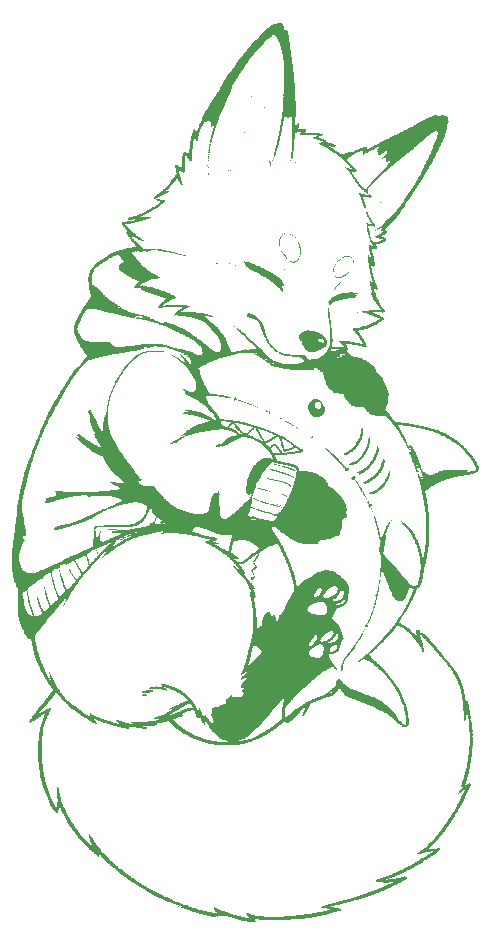
<source format=gbr>
%TF.GenerationSoftware,KiCad,Pcbnew,9.0.0*%
%TF.CreationDate,2025-04-11T15:03:49-07:00*%
%TF.ProjectId,hackpad,6861636b-7061-4642-9e6b-696361645f70,rev?*%
%TF.SameCoordinates,Original*%
%TF.FileFunction,Legend,Bot*%
%TF.FilePolarity,Positive*%
%FSLAX46Y46*%
G04 Gerber Fmt 4.6, Leading zero omitted, Abs format (unit mm)*
G04 Created by KiCad (PCBNEW 9.0.0) date 2025-04-11 15:03:49*
%MOMM*%
%LPD*%
G01*
G04 APERTURE LIST*
%ADD10C,0.000000*%
G04 APERTURE END LIST*
D10*
%TO.C,G\u002A\u002A\u002A*%
G36*
X111092672Y-115212291D02*
G01*
X111085344Y-115219620D01*
X111078015Y-115212291D01*
X111085344Y-115204963D01*
X111092672Y-115212291D01*
G37*
G36*
X113467052Y-94429141D02*
G01*
X113459723Y-94436469D01*
X113452395Y-94429141D01*
X113459723Y-94421812D01*
X113467052Y-94429141D01*
G37*
G36*
X114859435Y-95381824D02*
G01*
X114852107Y-95389152D01*
X114844778Y-95381824D01*
X114852107Y-95374496D01*
X114859435Y-95381824D01*
G37*
G36*
X115255165Y-95455107D02*
G01*
X115247837Y-95462436D01*
X115240508Y-95455107D01*
X115247837Y-95447779D01*
X115255165Y-95455107D01*
G37*
G36*
X121015234Y-82293422D02*
G01*
X121007906Y-82300751D01*
X121000577Y-82293422D01*
X121007906Y-82286094D01*
X121015234Y-82293422D01*
G37*
G36*
X121967917Y-110404905D02*
G01*
X121960589Y-110412234D01*
X121953261Y-110404905D01*
X121960589Y-110397577D01*
X121967917Y-110404905D01*
G37*
G36*
X123374957Y-96349164D02*
G01*
X123367629Y-96356492D01*
X123360301Y-96349164D01*
X123367629Y-96341835D01*
X123374957Y-96349164D01*
G37*
G36*
X125177727Y-109378939D02*
G01*
X125170399Y-109386267D01*
X125163070Y-109378939D01*
X125170399Y-109371610D01*
X125177727Y-109378939D01*
G37*
G36*
X125514830Y-105392326D02*
G01*
X125507502Y-105399654D01*
X125500174Y-105392326D01*
X125507502Y-105384998D01*
X125514830Y-105392326D01*
G37*
G36*
X125910560Y-109012522D02*
G01*
X125903232Y-109019850D01*
X125895904Y-109012522D01*
X125903232Y-109005194D01*
X125910560Y-109012522D01*
G37*
G36*
X126614080Y-120620601D02*
G01*
X126606752Y-120627929D01*
X126599423Y-120620601D01*
X126606752Y-120613272D01*
X126614080Y-120620601D01*
G37*
G36*
X133033699Y-91439181D02*
G01*
X133026371Y-91446509D01*
X133019043Y-91439181D01*
X133026371Y-91431853D01*
X133033699Y-91439181D01*
G37*
G36*
X133180266Y-90398558D02*
G01*
X133172938Y-90405886D01*
X133165609Y-90398558D01*
X133172938Y-90391229D01*
X133180266Y-90398558D01*
G37*
G36*
X134352799Y-95059377D02*
G01*
X134345471Y-95066706D01*
X134338142Y-95059377D01*
X134345471Y-95052049D01*
X134352799Y-95059377D01*
G37*
G36*
X134909752Y-87100808D02*
G01*
X134902424Y-87108137D01*
X134895096Y-87100808D01*
X134902424Y-87093480D01*
X134909752Y-87100808D01*
G37*
G36*
X135510676Y-117572014D02*
G01*
X135503347Y-117579343D01*
X135496019Y-117572014D01*
X135503347Y-117564686D01*
X135510676Y-117572014D01*
G37*
G36*
X136565955Y-82132199D02*
G01*
X136558627Y-82139527D01*
X136551299Y-82132199D01*
X136558627Y-82124871D01*
X136565955Y-82132199D01*
G37*
G36*
X137914369Y-142854761D02*
G01*
X137907040Y-142862089D01*
X137899712Y-142854761D01*
X137907040Y-142847433D01*
X137914369Y-142854761D01*
G37*
G36*
X138823082Y-108616792D02*
G01*
X138815753Y-108624120D01*
X138808425Y-108616792D01*
X138815753Y-108609464D01*
X138823082Y-108616792D01*
G37*
G36*
X107118402Y-118092326D02*
G01*
X107116359Y-118112488D01*
X107111009Y-118110647D01*
X107109073Y-118104012D01*
X107111009Y-118074005D01*
X107116098Y-118071519D01*
X107118402Y-118092326D01*
G37*
G36*
X108776919Y-116392153D02*
G01*
X108775861Y-116399912D01*
X108767148Y-116401924D01*
X108765394Y-116399776D01*
X108767148Y-116382382D01*
X108771556Y-116380089D01*
X108776919Y-116392153D01*
G37*
G36*
X110003193Y-105257973D02*
G01*
X110005486Y-105262382D01*
X109993422Y-105267744D01*
X109985663Y-105266686D01*
X109983651Y-105257973D01*
X109985799Y-105256219D01*
X110003193Y-105257973D01*
G37*
G36*
X118020389Y-145065475D02*
G01*
X118022682Y-145069883D01*
X118010618Y-145075246D01*
X118002859Y-145074188D01*
X118000847Y-145065475D01*
X118002995Y-145063720D01*
X118020389Y-145065475D01*
G37*
G36*
X118875361Y-101486325D02*
G01*
X118874303Y-101494084D01*
X118865590Y-101496096D01*
X118863836Y-101493948D01*
X118865590Y-101476554D01*
X118869998Y-101474261D01*
X118875361Y-101486325D01*
G37*
G36*
X119368802Y-90234892D02*
G01*
X119371095Y-90239300D01*
X119359031Y-90244663D01*
X119351272Y-90243605D01*
X119349260Y-90234892D01*
X119351408Y-90233138D01*
X119368802Y-90234892D01*
G37*
G36*
X122138912Y-90821158D02*
G01*
X122141205Y-90825567D01*
X122129141Y-90830929D01*
X122121381Y-90829872D01*
X122119370Y-90821158D01*
X122121518Y-90819404D01*
X122138912Y-90821158D01*
G37*
G36*
X123712060Y-126813041D02*
G01*
X123711003Y-126820801D01*
X123702289Y-126822812D01*
X123700535Y-126820664D01*
X123702289Y-126803270D01*
X123706698Y-126800977D01*
X123712060Y-126813041D01*
G37*
G36*
X125195132Y-109859925D02*
G01*
X125201916Y-109865200D01*
X125186277Y-109868780D01*
X125171411Y-109867744D01*
X125167040Y-109861082D01*
X125172225Y-109858177D01*
X125195132Y-109859925D01*
G37*
G36*
X128543874Y-82642739D02*
G01*
X128546167Y-82647148D01*
X128534103Y-82652511D01*
X128526344Y-82651453D01*
X128524332Y-82642739D01*
X128526480Y-82640985D01*
X128543874Y-82642739D01*
G37*
G36*
X130874284Y-106430506D02*
G01*
X130876577Y-106434915D01*
X130864513Y-106440277D01*
X130856754Y-106439220D01*
X130854742Y-106430506D01*
X130856890Y-106428752D01*
X130874284Y-106430506D01*
G37*
G36*
X130918254Y-106445163D02*
G01*
X130920547Y-106449571D01*
X130908483Y-106454934D01*
X130900724Y-106453876D01*
X130898712Y-106445163D01*
X130900860Y-106443409D01*
X130918254Y-106445163D01*
G37*
G36*
X132398577Y-98515907D02*
G01*
X132400870Y-98520316D01*
X132388806Y-98525678D01*
X132381047Y-98524621D01*
X132379035Y-98515907D01*
X132381183Y-98514153D01*
X132398577Y-98515907D01*
G37*
G36*
X135616020Y-85676428D02*
G01*
X135622804Y-85681704D01*
X135607165Y-85685283D01*
X135592300Y-85684247D01*
X135587928Y-85677585D01*
X135593114Y-85674681D01*
X135616020Y-85676428D01*
G37*
G36*
X136150683Y-86028429D02*
G01*
X136152976Y-86032837D01*
X136140912Y-86038200D01*
X136133153Y-86037142D01*
X136131141Y-86028429D01*
X136133289Y-86026675D01*
X136150683Y-86028429D01*
G37*
G36*
X108637577Y-116494917D02*
G01*
X108634706Y-116498761D01*
X108614831Y-116509406D01*
X108606611Y-116508632D01*
X108603155Y-116500984D01*
X108623785Y-116489157D01*
X108635218Y-116486589D01*
X108637577Y-116494917D01*
G37*
G36*
X117853303Y-145014800D02*
G01*
X117855197Y-145016731D01*
X117862221Y-145027467D01*
X117845098Y-145023005D01*
X117831420Y-145015696D01*
X117827022Y-145004793D01*
X117834086Y-145003223D01*
X117853303Y-145014800D01*
G37*
G36*
X122095975Y-82982620D02*
G01*
X122092135Y-83004860D01*
X122082897Y-83013756D01*
X122069152Y-83002171D01*
X122064728Y-82991494D01*
X122071900Y-82977095D01*
X122078915Y-82975396D01*
X122095975Y-82982620D01*
G37*
G36*
X123466909Y-81490281D02*
G01*
X123477554Y-81510156D01*
X123476780Y-81518375D01*
X123469132Y-81521831D01*
X123457305Y-81501201D01*
X123454736Y-81489769D01*
X123463065Y-81487409D01*
X123466909Y-81490281D01*
G37*
G36*
X135976398Y-94971319D02*
G01*
X135990987Y-94990674D01*
X135990676Y-94999557D01*
X135973582Y-95008079D01*
X135962176Y-95005063D01*
X135950376Y-94984873D01*
X135958836Y-94968858D01*
X135976398Y-94971319D01*
G37*
G36*
X139089758Y-108803017D02*
G01*
X139101558Y-108823207D01*
X139099105Y-108834233D01*
X139084154Y-108840612D01*
X139064861Y-108826123D01*
X139062302Y-108808544D01*
X139078352Y-108800000D01*
X139089758Y-108803017D01*
G37*
G36*
X111341356Y-105171427D02*
G01*
X111356492Y-105194461D01*
X111364752Y-105213002D01*
X111364852Y-105223774D01*
X111356972Y-105217495D01*
X111341835Y-105194461D01*
X111333575Y-105175919D01*
X111333476Y-105165148D01*
X111341356Y-105171427D01*
G37*
G36*
X114044232Y-113917766D02*
G01*
X114058619Y-113937161D01*
X114060316Y-113949435D01*
X114045530Y-113959146D01*
X114035502Y-113956598D01*
X114024005Y-113937161D01*
X114025475Y-113927071D01*
X114037094Y-113915176D01*
X114044232Y-113917766D01*
G37*
G36*
X114126602Y-113982504D02*
G01*
X114125964Y-113990406D01*
X114113734Y-114002159D01*
X114085057Y-113990269D01*
X114083904Y-113989524D01*
X114076412Y-113978565D01*
X114096049Y-113969880D01*
X114115860Y-113968154D01*
X114126602Y-113982504D01*
G37*
G36*
X117793337Y-144943883D02*
G01*
X117812753Y-144957992D01*
X117815101Y-144963619D01*
X117807155Y-144972649D01*
X117802855Y-144972102D01*
X117783440Y-144957992D01*
X117781092Y-144952366D01*
X117789038Y-144943336D01*
X117793337Y-144943883D01*
G37*
G36*
X118034089Y-106133162D02*
G01*
X118047260Y-106147144D01*
X118049550Y-106152822D01*
X118040796Y-106161801D01*
X118036542Y-106161238D01*
X118025275Y-106147144D01*
X118025443Y-106143827D01*
X118031738Y-106132487D01*
X118034089Y-106133162D01*
G37*
G36*
X118796236Y-98438413D02*
G01*
X118809406Y-98452395D01*
X118811696Y-98458073D01*
X118802943Y-98467052D01*
X118798688Y-98466489D01*
X118787421Y-98452395D01*
X118787589Y-98449078D01*
X118793884Y-98437738D01*
X118796236Y-98438413D01*
G37*
G36*
X119629593Y-82244604D02*
G01*
X119637508Y-82264109D01*
X119635854Y-82274223D01*
X119622851Y-82286094D01*
X119616109Y-82283614D01*
X119608194Y-82264109D01*
X119609848Y-82253995D01*
X119622851Y-82242124D01*
X119629593Y-82244604D01*
G37*
G36*
X120138403Y-103406895D02*
G01*
X120157819Y-103421004D01*
X120160167Y-103426631D01*
X120152221Y-103435661D01*
X120147922Y-103435114D01*
X120128506Y-103421004D01*
X120126158Y-103415378D01*
X120134104Y-103406348D01*
X120138403Y-103406895D01*
G37*
G36*
X121131000Y-128557610D02*
G01*
X121146688Y-128569709D01*
X121137771Y-128590985D01*
X121131670Y-128594698D01*
X121112872Y-128590115D01*
X121103174Y-128570976D01*
X121105648Y-128564640D01*
X121125159Y-128557184D01*
X121131000Y-128557610D01*
G37*
G36*
X121702155Y-83547167D02*
G01*
X121688253Y-83578099D01*
X121676433Y-83595162D01*
X121664773Y-83600068D01*
X121665988Y-83585594D01*
X121680617Y-83558910D01*
X121688291Y-83548570D01*
X121701784Y-83536359D01*
X121702155Y-83547167D01*
G37*
G36*
X122011887Y-83091345D02*
G01*
X122011324Y-83095600D01*
X121997231Y-83106867D01*
X121993914Y-83106699D01*
X121982574Y-83100404D01*
X121983248Y-83098053D01*
X121997231Y-83084882D01*
X122002908Y-83082592D01*
X122011887Y-83091345D01*
G37*
G36*
X122513603Y-92121279D02*
G01*
X122524871Y-92135373D01*
X122524703Y-92138690D01*
X122518407Y-92150029D01*
X122516056Y-92149355D01*
X122502886Y-92135373D01*
X122500595Y-92129695D01*
X122509349Y-92120716D01*
X122513603Y-92121279D01*
G37*
G36*
X123368309Y-81251656D02*
G01*
X123386866Y-81273868D01*
X123387669Y-81282692D01*
X123374041Y-81286693D01*
X123366949Y-81283256D01*
X123348392Y-81261043D01*
X123347589Y-81252220D01*
X123361217Y-81248219D01*
X123368309Y-81251656D01*
G37*
G36*
X124638391Y-76866140D02*
G01*
X124642759Y-76877785D01*
X124632804Y-76885901D01*
X124604387Y-76892441D01*
X124588500Y-76889429D01*
X124584132Y-76877785D01*
X124594086Y-76869668D01*
X124622504Y-76863128D01*
X124638391Y-76866140D01*
G37*
G36*
X126052024Y-82479331D02*
G01*
X126062427Y-82498616D01*
X126064731Y-82509857D01*
X126056667Y-82520601D01*
X126050140Y-82518124D01*
X126042470Y-82498616D01*
X126043107Y-82488599D01*
X126048230Y-82476631D01*
X126052024Y-82479331D01*
G37*
G36*
X128336154Y-104641018D02*
G01*
X128358223Y-104659493D01*
X128366280Y-104672652D01*
X128361812Y-104681478D01*
X128350979Y-104677967D01*
X128328910Y-104659493D01*
X128320853Y-104646333D01*
X128325321Y-104637508D01*
X128336154Y-104641018D01*
G37*
G36*
X128586248Y-88911566D02*
G01*
X128600058Y-88925563D01*
X128602788Y-88930752D01*
X128601788Y-88940220D01*
X128599211Y-88939560D01*
X128585401Y-88925563D01*
X128582672Y-88920374D01*
X128583672Y-88910906D01*
X128586248Y-88911566D01*
G37*
G36*
X131523910Y-95740938D02*
G01*
X131509406Y-95755569D01*
X131497759Y-95761143D01*
X131480942Y-95761303D01*
X131480246Y-95755543D01*
X131494749Y-95740912D01*
X131506397Y-95735338D01*
X131523214Y-95735178D01*
X131523910Y-95740938D01*
G37*
G36*
X131644164Y-95669140D02*
G01*
X131655973Y-95682285D01*
X131650077Y-95690962D01*
X131625794Y-95696942D01*
X131609162Y-95693822D01*
X131604674Y-95682285D01*
X131609899Y-95676561D01*
X131634853Y-95667629D01*
X131644164Y-95669140D01*
G37*
G36*
X131962388Y-117042945D02*
G01*
X131987140Y-117068436D01*
X132005035Y-117089099D01*
X132004464Y-117092736D01*
X131982084Y-117079567D01*
X131960206Y-117063307D01*
X131949106Y-117048177D01*
X131951116Y-117038862D01*
X131962388Y-117042945D01*
G37*
G36*
X133041323Y-108646369D02*
G01*
X133059822Y-108665826D01*
X133059608Y-108677304D01*
X133040266Y-108680483D01*
X133026075Y-108675156D01*
X133007577Y-108655698D01*
X133007790Y-108644221D01*
X133027133Y-108641042D01*
X133041323Y-108646369D01*
G37*
G36*
X133668106Y-94980741D02*
G01*
X133671264Y-94993422D01*
X133665544Y-94999479D01*
X133640221Y-95008079D01*
X133630452Y-95006103D01*
X133627294Y-94993422D01*
X133633014Y-94987365D01*
X133658337Y-94978766D01*
X133668106Y-94980741D01*
G37*
G36*
X133857258Y-94936449D02*
G01*
X133869129Y-94949452D01*
X133866649Y-94956195D01*
X133847144Y-94964109D01*
X133837030Y-94962455D01*
X133825159Y-94949452D01*
X133827640Y-94942710D01*
X133847144Y-94934796D01*
X133857258Y-94936449D01*
G37*
G36*
X134459689Y-110856751D02*
G01*
X134470052Y-110881247D01*
X134467773Y-110899342D01*
X134453964Y-110909486D01*
X134429014Y-110892972D01*
X134416098Y-110877125D01*
X134415222Y-110858495D01*
X134440739Y-110851933D01*
X134459689Y-110856751D01*
G37*
G36*
X134616619Y-84836354D02*
G01*
X134634496Y-84848875D01*
X134645932Y-84866183D01*
X134644142Y-84874569D01*
X134629046Y-84878859D01*
X134604894Y-84862736D01*
X134588789Y-84840708D01*
X134592706Y-84829439D01*
X134616619Y-84836354D01*
G37*
G36*
X134917769Y-111810394D02*
G01*
X134935707Y-111831182D01*
X134936961Y-111836030D01*
X134932129Y-111847994D01*
X134917572Y-111843791D01*
X134903982Y-111825377D01*
X134901455Y-111812551D01*
X134912490Y-111807972D01*
X134917769Y-111810394D01*
G37*
G36*
X134939907Y-87124111D02*
G01*
X134961051Y-87137450D01*
X134962615Y-87144776D01*
X134948124Y-87152107D01*
X134938224Y-87150789D01*
X134917081Y-87137450D01*
X134915516Y-87130124D01*
X134930007Y-87122793D01*
X134939907Y-87124111D01*
G37*
G36*
X135232199Y-87665090D02*
G01*
X135235148Y-87667018D01*
X135245802Y-87677150D01*
X135229400Y-87679522D01*
X135216474Y-87677843D01*
X135195557Y-87665090D01*
X135192528Y-87654294D01*
X135205345Y-87652143D01*
X135232199Y-87665090D01*
G37*
G36*
X138961387Y-108687743D02*
G01*
X138969707Y-108708253D01*
X138959657Y-108731823D01*
X138953518Y-108734329D01*
X138937897Y-108723273D01*
X138932091Y-108713252D01*
X138927865Y-108690158D01*
X138947663Y-108682747D01*
X138961387Y-108687743D01*
G37*
G36*
X142690777Y-129739893D02*
G01*
X142704834Y-129765598D01*
X142704739Y-129780825D01*
X142690177Y-129785154D01*
X142679449Y-129778169D01*
X142665392Y-129752464D01*
X142665487Y-129737237D01*
X142680049Y-129732908D01*
X142690777Y-129739893D01*
G37*
G36*
X109893615Y-105226751D02*
G01*
X109905482Y-105245759D01*
X109904871Y-105255774D01*
X109899949Y-105267744D01*
X109893731Y-105263975D01*
X109876169Y-105245759D01*
X109874423Y-105243629D01*
X109866150Y-105227629D01*
X109881703Y-105223774D01*
X109893615Y-105226751D01*
G37*
G36*
X109994373Y-105181065D02*
G01*
X110010134Y-105209116D01*
X110011925Y-105229408D01*
X110011822Y-105229570D01*
X109997868Y-105229306D01*
X109976509Y-105209970D01*
X109960467Y-105182637D01*
X109958956Y-105161627D01*
X109972843Y-105160346D01*
X109994373Y-105181065D01*
G37*
G36*
X118337487Y-145178578D02*
G01*
X118369706Y-145195800D01*
X118413676Y-145224474D01*
X118369706Y-145214778D01*
X118366355Y-145214017D01*
X118327852Y-145201196D01*
X118308630Y-145186752D01*
X118313467Y-145174139D01*
X118315388Y-145173479D01*
X118337487Y-145178578D01*
G37*
G36*
X118459826Y-145222445D02*
G01*
X118497906Y-145234961D01*
X118538258Y-145258454D01*
X118587923Y-145295096D01*
X118536332Y-145295096D01*
X118494805Y-145288705D01*
X118450318Y-145258454D01*
X118415895Y-145221812D01*
X118452244Y-145221812D01*
X118459826Y-145222445D01*
G37*
G36*
X125147451Y-109446629D02*
G01*
X125139517Y-109480337D01*
X125132505Y-109491640D01*
X125109688Y-109503520D01*
X125108732Y-109503512D01*
X125096304Y-109497271D01*
X125104007Y-109475023D01*
X125123079Y-109446534D01*
X125140333Y-109435116D01*
X125147451Y-109446629D01*
G37*
G36*
X125772898Y-82202126D02*
G01*
X125784230Y-82224062D01*
X125782251Y-82253116D01*
X125782005Y-82253777D01*
X125768328Y-82271021D01*
X125755203Y-82263449D01*
X125749337Y-82234796D01*
X125752670Y-82210704D01*
X125762772Y-82198154D01*
X125772898Y-82202126D01*
G37*
G36*
X125989481Y-82372631D02*
G01*
X126003048Y-82386449D01*
X126013157Y-82406363D01*
X126011117Y-82414340D01*
X125998362Y-82415735D01*
X125981899Y-82402566D01*
X125971161Y-82380614D01*
X125969778Y-82372716D01*
X125972026Y-82361097D01*
X125989481Y-82372631D01*
G37*
G36*
X126183944Y-82029824D02*
G01*
X126196995Y-82056017D01*
X126193548Y-82090285D01*
X126189712Y-82099378D01*
X126180535Y-82105440D01*
X126164695Y-82087484D01*
X126148811Y-82058209D01*
X126147694Y-82032383D01*
X126165484Y-82022274D01*
X126183944Y-82029824D01*
G37*
G36*
X128432764Y-82250230D02*
G01*
X128437927Y-82262256D01*
X128422539Y-82287906D01*
X128404851Y-82303503D01*
X128378863Y-82309564D01*
X128361913Y-82289834D01*
X128363703Y-82278208D01*
X128382420Y-82260271D01*
X128409582Y-82248629D01*
X128432764Y-82250230D01*
G37*
G36*
X131699564Y-119300814D02*
G01*
X131694851Y-119318144D01*
X131674607Y-119336208D01*
X131664420Y-119341069D01*
X131640803Y-119343938D01*
X131633609Y-119333018D01*
X131649225Y-119313920D01*
X131667961Y-119301992D01*
X131688087Y-119294172D01*
X131699564Y-119300814D01*
G37*
G36*
X133403281Y-95039998D02*
G01*
X133414773Y-95050974D01*
X133410888Y-95059021D01*
X133389123Y-95070381D01*
X133371466Y-95072896D01*
X133349346Y-95067620D01*
X133349443Y-95051036D01*
X133355290Y-95045289D01*
X133378571Y-95038107D01*
X133403281Y-95039998D01*
G37*
G36*
X112572917Y-104512104D02*
G01*
X112593658Y-104538482D01*
X112602309Y-104574608D01*
X112601876Y-104588285D01*
X112594902Y-104600410D01*
X112572995Y-104590136D01*
X112555254Y-104570020D01*
X112544606Y-104541648D01*
X112543886Y-104516465D01*
X112555407Y-104505598D01*
X112572917Y-104512104D01*
G37*
G36*
X121016706Y-82692047D02*
G01*
X121035869Y-82712331D01*
X121044547Y-82734917D01*
X121042842Y-82744787D01*
X121028498Y-82754822D01*
X121008290Y-82747418D01*
X120992899Y-82724689D01*
X120988789Y-82704861D01*
X120991557Y-82685959D01*
X120997363Y-82683589D01*
X121016706Y-82692047D01*
G37*
G36*
X122659798Y-82936392D02*
G01*
X122677798Y-82940928D01*
X122730094Y-82957706D01*
X122761346Y-82974105D01*
X122767573Y-82988210D01*
X122761916Y-82993271D01*
X122735021Y-82994608D01*
X122697100Y-82981322D01*
X122656781Y-82955930D01*
X122620139Y-82926906D01*
X122659798Y-82936392D01*
G37*
G36*
X123267143Y-96177949D02*
G01*
X123290887Y-96194602D01*
X123301674Y-96210779D01*
X123301628Y-96211472D01*
X123290155Y-96213694D01*
X123264575Y-96200950D01*
X123263623Y-96200322D01*
X123240034Y-96181602D01*
X123234006Y-96170111D01*
X123243367Y-96168591D01*
X123267143Y-96177949D01*
G37*
G36*
X123968300Y-79535844D02*
G01*
X123981895Y-79540722D01*
X123999064Y-79545298D01*
X124001858Y-79547729D01*
X124005194Y-79567283D01*
X124000303Y-79586178D01*
X123985094Y-79584125D01*
X123963298Y-79557829D01*
X123954850Y-79543688D01*
X123952161Y-79531923D01*
X123968300Y-79535844D01*
G37*
G36*
X124093166Y-79706387D02*
G01*
X124105146Y-79732170D01*
X124105334Y-79733551D01*
X124101982Y-79758453D01*
X124078477Y-79765148D01*
X124077165Y-79765140D01*
X124054520Y-79757894D01*
X124051809Y-79732170D01*
X124059516Y-79711669D01*
X124078477Y-79699193D01*
X124093166Y-79706387D01*
G37*
G36*
X124307135Y-78935561D02*
G01*
X124312984Y-78967224D01*
X124309681Y-78990479D01*
X124299315Y-79003001D01*
X124294063Y-79001504D01*
X124280110Y-78982792D01*
X124272720Y-78954003D01*
X124276409Y-78929610D01*
X124277815Y-78927501D01*
X124293472Y-78920324D01*
X124307135Y-78935561D01*
G37*
G36*
X124568288Y-76982833D02*
G01*
X124575768Y-77002187D01*
X124561631Y-77039971D01*
X124561394Y-77040411D01*
X124543540Y-77061797D01*
X124526047Y-77068702D01*
X124518377Y-77057329D01*
X124523842Y-77023955D01*
X124538403Y-76993139D01*
X124556528Y-76980381D01*
X124568288Y-76982833D01*
G37*
G36*
X126216508Y-81831763D02*
G01*
X126238737Y-81843681D01*
X126254634Y-81867880D01*
X126254910Y-81890496D01*
X126250167Y-81895924D01*
X126227999Y-81900982D01*
X126216646Y-81890795D01*
X126207294Y-81866772D01*
X126206133Y-81842693D01*
X126215536Y-81831737D01*
X126216508Y-81831763D01*
G37*
G36*
X127756860Y-88306016D02*
G01*
X127777024Y-88321524D01*
X127786613Y-88341091D01*
X127786469Y-88343013D01*
X127773751Y-88353953D01*
X127771689Y-88353813D01*
X127752103Y-88342425D01*
X127737624Y-88321885D01*
X127737758Y-88305098D01*
X127739026Y-88304072D01*
X127756860Y-88306016D01*
G37*
G36*
X129328899Y-105243133D02*
G01*
X129357211Y-105261117D01*
X129369533Y-105283960D01*
X129364469Y-105289575D01*
X129343547Y-105287328D01*
X129316623Y-105275818D01*
X129294935Y-105258832D01*
X129293971Y-105257657D01*
X129287236Y-105242323D01*
X129306180Y-105238431D01*
X129328899Y-105243133D01*
G37*
G36*
X133100952Y-90280046D02*
G01*
X133130182Y-90290627D01*
X133165198Y-90313079D01*
X133187026Y-90338541D01*
X133188508Y-90360438D01*
X133186804Y-90363032D01*
X133166106Y-90375662D01*
X133138084Y-90362603D01*
X133100952Y-90323091D01*
X133058279Y-90269610D01*
X133100952Y-90280046D01*
G37*
G36*
X133245206Y-91133126D02*
G01*
X133229400Y-91170335D01*
X133223913Y-91180496D01*
X133209346Y-91204541D01*
X133202202Y-91205163D01*
X133197741Y-91184478D01*
X133199215Y-91158642D01*
X133215293Y-91126724D01*
X133231943Y-91113111D01*
X133245661Y-91112838D01*
X133245206Y-91133126D01*
G37*
G36*
X111012483Y-103149856D02*
G01*
X111017077Y-103163074D01*
X111028956Y-103202819D01*
X111033825Y-103228598D01*
X111033830Y-103229435D01*
X111029485Y-103241144D01*
X111012060Y-103230468D01*
X111010950Y-103229489D01*
X110995950Y-103199507D01*
X110990719Y-103151726D01*
X110991362Y-103091229D01*
X111012483Y-103149856D01*
G37*
G36*
X114986991Y-89808985D02*
G01*
X114998493Y-89825736D01*
X114999543Y-89847526D01*
X114993309Y-89854371D01*
X114965253Y-89863582D01*
X114930612Y-89860315D01*
X114901180Y-89846898D01*
X114888748Y-89825659D01*
X114898675Y-89807456D01*
X114926179Y-89795985D01*
X114959568Y-89795824D01*
X114986991Y-89808985D01*
G37*
G36*
X115201724Y-95364818D02*
G01*
X115228477Y-95383145D01*
X115240508Y-95406740D01*
X115238049Y-95412112D01*
X115218523Y-95418466D01*
X115208297Y-95416067D01*
X115196538Y-95397702D01*
X115195039Y-95388893D01*
X115178217Y-95369546D01*
X115170140Y-95364586D01*
X115182614Y-95360996D01*
X115201724Y-95364818D01*
G37*
G36*
X120529336Y-90596892D02*
G01*
X120560387Y-90605103D01*
X120568380Y-90620487D01*
X120550193Y-90639046D01*
X120527845Y-90651266D01*
X120511337Y-90652037D01*
X120486220Y-90639657D01*
X120476305Y-90633424D01*
X120465380Y-90615581D01*
X120479877Y-90601891D01*
X120516908Y-90596423D01*
X120529336Y-90596892D01*
G37*
G36*
X121803391Y-146104676D02*
G01*
X121838204Y-146125598D01*
X121850664Y-146162770D01*
X121848824Y-146174371D01*
X121831961Y-146187849D01*
X121802669Y-146182013D01*
X121767333Y-146157284D01*
X121755548Y-146145741D01*
X121736221Y-146119529D01*
X121742428Y-146105423D01*
X121774449Y-146101212D01*
X121803391Y-146104676D01*
G37*
G36*
X125166628Y-103000400D02*
G01*
X125194752Y-103018942D01*
X125207040Y-103042863D01*
X125207040Y-103042986D01*
X125204073Y-103052737D01*
X125189937Y-103051975D01*
X125156696Y-103040294D01*
X125145178Y-103035238D01*
X125122920Y-103017717D01*
X125122478Y-103002475D01*
X125145482Y-102995961D01*
X125166628Y-103000400D01*
G37*
G36*
X129204646Y-106922323D02*
G01*
X129229112Y-106941692D01*
X129256345Y-106964916D01*
X129266936Y-106976477D01*
X129266344Y-106978994D01*
X129252434Y-106981556D01*
X129230295Y-106971230D01*
X129227730Y-106969150D01*
X129206602Y-106948168D01*
X129178996Y-106917300D01*
X129142355Y-106874266D01*
X129204646Y-106922323D01*
G37*
G36*
X115080460Y-95373289D02*
G01*
X115110577Y-95387484D01*
X115123226Y-95407001D01*
X115121607Y-95412480D01*
X115102174Y-95424239D01*
X115070311Y-95429059D01*
X115038161Y-95426082D01*
X115017865Y-95414448D01*
X115011339Y-95403136D01*
X115009199Y-95382540D01*
X115032197Y-95371064D01*
X115044709Y-95369090D01*
X115080460Y-95373289D01*
G37*
G36*
X121006707Y-82514840D02*
G01*
X121010607Y-82516865D01*
X121025917Y-82540105D01*
X121029931Y-82572682D01*
X121020120Y-82598769D01*
X121012983Y-82604532D01*
X120983379Y-82610068D01*
X120954624Y-82596243D01*
X120935403Y-82569419D01*
X120934399Y-82535961D01*
X120941171Y-82521248D01*
X120965784Y-82506658D01*
X121006707Y-82514840D01*
G37*
G36*
X121022864Y-82083705D02*
G01*
X121030771Y-82087784D01*
X121048366Y-82108638D01*
X121041655Y-82138378D01*
X121010231Y-82180115D01*
X120998437Y-82192143D01*
X120971657Y-82207203D01*
X120953840Y-82194460D01*
X120944461Y-82153702D01*
X120943892Y-82133733D01*
X120955440Y-82094480D01*
X120982976Y-82076722D01*
X121022864Y-82083705D01*
G37*
G36*
X121721876Y-83238868D02*
G01*
X121733073Y-83249937D01*
X121725722Y-83274954D01*
X121701543Y-83307452D01*
X121675590Y-83331208D01*
X121653620Y-83340990D01*
X121645471Y-83328694D01*
X121645622Y-83326881D01*
X121656463Y-83304146D01*
X121678252Y-83274857D01*
X121702276Y-83249554D01*
X121719818Y-83238777D01*
X121721876Y-83238868D01*
G37*
G36*
X122213267Y-82951668D02*
G01*
X122209663Y-82967632D01*
X122187767Y-82989614D01*
X122186647Y-82990453D01*
X122159785Y-83007130D01*
X122144831Y-83010189D01*
X122144653Y-83009986D01*
X122149640Y-82995744D01*
X122169854Y-82971700D01*
X122170806Y-82970757D01*
X122195988Y-82952357D01*
X122212790Y-82951125D01*
X122213267Y-82951668D01*
G37*
G36*
X125772001Y-77566978D02*
G01*
X125787130Y-77595399D01*
X125793307Y-77634397D01*
X125793293Y-77637182D01*
X125788073Y-77673586D01*
X125773710Y-77682414D01*
X125750578Y-77663412D01*
X125738534Y-77644713D01*
X125727324Y-77602714D01*
X125734870Y-77566341D01*
X125735308Y-77565648D01*
X125753026Y-77555080D01*
X125772001Y-77566978D01*
G37*
G36*
X126592427Y-81902462D02*
G01*
X126591147Y-81925775D01*
X126585462Y-81945803D01*
X126575288Y-81981968D01*
X126573223Y-81988525D01*
X126560099Y-82006359D01*
X126545653Y-81997203D01*
X126533238Y-81962599D01*
X126528601Y-81924403D01*
X126539593Y-81904518D01*
X126570624Y-81897384D01*
X126573263Y-81897221D01*
X126592427Y-81902462D01*
G37*
G36*
X122911035Y-82969372D02*
G01*
X122949890Y-82979737D01*
X122981092Y-82993689D01*
X122993884Y-83007981D01*
X122988143Y-83012396D01*
X122960643Y-83016349D01*
X122918088Y-83016029D01*
X122908463Y-83015336D01*
X122863931Y-83007608D01*
X122839105Y-82995361D01*
X122837119Y-82981243D01*
X122861110Y-82967903D01*
X122875284Y-82965842D01*
X122911035Y-82969372D01*
G37*
G36*
X124677773Y-76659265D02*
G01*
X124678934Y-76695798D01*
X124678809Y-76708764D01*
X124675685Y-76745771D01*
X124669629Y-76765417D01*
X124666095Y-76768635D01*
X124648641Y-76772983D01*
X124638065Y-76757288D01*
X124635301Y-76728995D01*
X124641284Y-76695551D01*
X124656949Y-76664400D01*
X124662183Y-76657632D01*
X124673152Y-76647917D01*
X124677773Y-76659265D01*
G37*
G36*
X127464184Y-91255682D02*
G01*
X127472979Y-91311976D01*
X127473964Y-91323173D01*
X127475195Y-91363082D01*
X127469047Y-91383304D01*
X127453669Y-91391462D01*
X127437268Y-91394131D01*
X127415976Y-91388481D01*
X127408621Y-91364159D01*
X127412670Y-91316531D01*
X127424600Y-91258809D01*
X127438306Y-91229226D01*
X127452063Y-91228141D01*
X127464184Y-91255682D01*
G37*
G36*
X134293493Y-121788549D02*
G01*
X134307566Y-121819551D01*
X134305462Y-121855123D01*
X134285300Y-121884015D01*
X134258125Y-121900126D01*
X134240648Y-121897034D01*
X134235546Y-121869348D01*
X134232157Y-121846126D01*
X134217958Y-121818050D01*
X134212488Y-121811220D01*
X134211565Y-121790289D01*
X134231766Y-121775841D01*
X134266833Y-121773572D01*
X134293493Y-121788549D01*
G37*
G36*
X134152471Y-121938725D02*
G01*
X134190273Y-121967080D01*
X134215843Y-122010526D01*
X134222626Y-122060618D01*
X134221203Y-122068258D01*
X134211051Y-122077446D01*
X134186632Y-122073706D01*
X134142067Y-122056757D01*
X134108990Y-122040093D01*
X134092622Y-122018843D01*
X134088979Y-121983474D01*
X134090436Y-121955446D01*
X134099880Y-121936733D01*
X134123066Y-121932372D01*
X134152471Y-121938725D01*
G37*
G36*
X134344194Y-110625696D02*
G01*
X134367558Y-110649051D01*
X134394555Y-110683925D01*
X134419429Y-110723688D01*
X134421992Y-110728486D01*
X134432149Y-110756287D01*
X134423367Y-110762087D01*
X134396769Y-110744839D01*
X134386204Y-110734095D01*
X134364444Y-110703856D01*
X134344370Y-110668458D01*
X134331159Y-110637528D01*
X134329990Y-110620694D01*
X134330219Y-110620485D01*
X134344194Y-110625696D01*
G37*
G36*
X122731058Y-90803278D02*
G01*
X122752049Y-90816273D01*
X122764769Y-90825252D01*
X122795089Y-90830929D01*
X122818754Y-90835219D01*
X122847317Y-90852914D01*
X122855578Y-90864467D01*
X122853847Y-90873192D01*
X122831164Y-90870052D01*
X122784556Y-90855154D01*
X122780843Y-90853842D01*
X122739395Y-90836141D01*
X122712458Y-90819249D01*
X122704237Y-90806596D01*
X122718939Y-90801616D01*
X122731058Y-90803278D01*
G37*
G36*
X134855192Y-111523735D02*
G01*
X134862679Y-111551105D01*
X134865641Y-111589540D01*
X134863583Y-111626208D01*
X134856011Y-111648279D01*
X134834241Y-111656679D01*
X134806374Y-111640818D01*
X134777935Y-111600124D01*
X134776582Y-111597525D01*
X134766943Y-111570256D01*
X134776002Y-111558510D01*
X134788863Y-111551858D01*
X134814633Y-111531225D01*
X134830135Y-111520296D01*
X134851013Y-111518742D01*
X134855192Y-111523735D01*
G37*
G36*
X113679972Y-114165357D02*
G01*
X113724667Y-114168375D01*
X113751658Y-114173236D01*
X113761997Y-114178678D01*
X113773866Y-114201289D01*
X113761743Y-114230857D01*
X113727016Y-114262361D01*
X113710792Y-114272250D01*
X113647237Y-114293426D01*
X113584668Y-114289685D01*
X113530389Y-114261074D01*
X113489496Y-114225899D01*
X113525908Y-114195607D01*
X113544949Y-114182573D01*
X113585879Y-114169049D01*
X113645397Y-114164827D01*
X113679972Y-114165357D01*
G37*
G36*
X127111593Y-103887112D02*
G01*
X127160043Y-103902031D01*
X127225419Y-103931824D01*
X127243451Y-103941462D01*
X127277709Y-103962571D01*
X127295486Y-103977748D01*
X127294874Y-103983263D01*
X127272736Y-103990175D01*
X127225939Y-103992614D01*
X127211047Y-103992496D01*
X127166379Y-103988557D01*
X127135514Y-103975794D01*
X127106219Y-103949835D01*
X127087780Y-103928576D01*
X127073464Y-103900686D01*
X127082067Y-103886764D01*
X127111593Y-103887112D01*
G37*
G36*
X126504238Y-82025860D02*
G01*
X126514272Y-82059678D01*
X126521126Y-82104318D01*
X126523294Y-82148777D01*
X126519271Y-82182050D01*
X126513203Y-82195550D01*
X126490169Y-82211253D01*
X126459585Y-82202328D01*
X126426300Y-82169434D01*
X126409609Y-82142498D01*
X126396256Y-82105170D01*
X126397047Y-82077234D01*
X126412958Y-82066244D01*
X126431658Y-82058799D01*
X126457318Y-82036307D01*
X126478191Y-82018270D01*
X126496370Y-82014664D01*
X126504238Y-82025860D01*
G37*
G36*
X114209300Y-113218199D02*
G01*
X114224613Y-113222665D01*
X114238131Y-113231607D01*
X114226627Y-113240908D01*
X114188708Y-113251298D01*
X114122980Y-113263510D01*
X114062574Y-113272869D01*
X113997048Y-113280715D01*
X113952373Y-113282962D01*
X113931171Y-113279517D01*
X113936065Y-113270283D01*
X113957935Y-113261407D01*
X113995745Y-113255851D01*
X114009559Y-113254784D01*
X114053358Y-113246293D01*
X114102363Y-113232142D01*
X114119693Y-113226818D01*
X114170558Y-113217165D01*
X114209300Y-113218199D01*
G37*
G36*
X121005442Y-82846572D02*
G01*
X121015234Y-82867656D01*
X121015251Y-82868800D01*
X121020586Y-82900195D01*
X121032573Y-82940215D01*
X121034826Y-82946661D01*
X121042515Y-82988625D01*
X121032208Y-83027023D01*
X121027008Y-83037703D01*
X121011806Y-83055485D01*
X120994763Y-83049497D01*
X120994559Y-83049326D01*
X120977054Y-83021730D01*
X120966603Y-82980082D01*
X120963194Y-82932885D01*
X120966813Y-82888644D01*
X120977446Y-82855864D01*
X120995081Y-82843047D01*
X121005442Y-82846572D01*
G37*
G36*
X121101075Y-83160077D02*
G01*
X121096131Y-83202135D01*
X121095492Y-83206596D01*
X121087326Y-83255823D01*
X121077998Y-83284385D01*
X121063390Y-83300194D01*
X121039384Y-83311162D01*
X121012558Y-83317941D01*
X120982425Y-83309368D01*
X120965235Y-83275375D01*
X120962048Y-83257575D01*
X120966927Y-83211134D01*
X120989760Y-83178083D01*
X121026597Y-83165494D01*
X121058888Y-83160870D01*
X121087299Y-83147173D01*
X121090735Y-83144126D01*
X121099518Y-83142245D01*
X121101075Y-83160077D01*
G37*
G36*
X135105580Y-119869809D02*
G01*
X135106165Y-119870237D01*
X135119212Y-119882451D01*
X135122704Y-119898332D01*
X135116140Y-119925708D01*
X135099019Y-119972405D01*
X135096099Y-119979932D01*
X135074047Y-120028893D01*
X135056840Y-120052766D01*
X135045653Y-120050551D01*
X135041662Y-120021245D01*
X135036761Y-119997351D01*
X135019677Y-119977735D01*
X135012288Y-119973499D01*
X134999208Y-119947860D01*
X135002511Y-119912376D01*
X135021949Y-119877929D01*
X135038827Y-119862098D01*
X135069618Y-119852599D01*
X135105580Y-119869809D01*
G37*
G36*
X121832916Y-90804712D02*
G01*
X121864910Y-90815709D01*
X121865286Y-90815948D01*
X121876226Y-90828142D01*
X121864183Y-90837380D01*
X121827051Y-90844366D01*
X121762724Y-90849802D01*
X121730876Y-90851861D01*
X121684820Y-90855113D01*
X121655598Y-90857532D01*
X121641977Y-90856394D01*
X121638142Y-90845586D01*
X121638954Y-90844495D01*
X121660568Y-90834878D01*
X121696769Y-90830929D01*
X121700484Y-90830889D01*
X121735871Y-90826255D01*
X121755396Y-90816273D01*
X121764061Y-90809237D01*
X121794801Y-90802578D01*
X121832916Y-90804712D01*
G37*
G36*
X128481561Y-104702092D02*
G01*
X128504168Y-104717370D01*
X128505538Y-104718912D01*
X128532865Y-104738087D01*
X128571671Y-104755066D01*
X128572077Y-104755202D01*
X128606391Y-104773918D01*
X128641793Y-104803564D01*
X128669484Y-104835563D01*
X128680670Y-104861339D01*
X128680260Y-104861756D01*
X128664329Y-104856868D01*
X128629882Y-104841738D01*
X128583284Y-104819126D01*
X128553013Y-104803486D01*
X128486198Y-104764522D01*
X128445352Y-104732615D01*
X128431507Y-104708519D01*
X128434630Y-104701276D01*
X128454283Y-104696228D01*
X128481561Y-104702092D01*
G37*
G36*
X126027298Y-103288131D02*
G01*
X126030414Y-103294625D01*
X126040442Y-103332735D01*
X126041435Y-103371373D01*
X126032699Y-103396577D01*
X126010177Y-103406095D01*
X125979649Y-103401870D01*
X125959830Y-103384363D01*
X125957993Y-103380456D01*
X125940425Y-103365354D01*
X125920223Y-103363560D01*
X125910560Y-103377034D01*
X125908080Y-103383777D01*
X125888575Y-103391691D01*
X125877980Y-103390142D01*
X125867500Y-103374536D01*
X125878163Y-103345053D01*
X125909112Y-103305301D01*
X125924041Y-103290700D01*
X125965497Y-103264809D01*
X126001223Y-103263763D01*
X126027298Y-103288131D01*
G37*
G36*
X126201743Y-103363746D02*
G01*
X126214852Y-103377990D01*
X126218350Y-103413676D01*
X126218350Y-103414053D01*
X126223561Y-103452502D01*
X126239470Y-103464974D01*
X126263223Y-103471708D01*
X126266879Y-103493762D01*
X126246400Y-103529207D01*
X126222171Y-103553634D01*
X126196419Y-103566865D01*
X126179616Y-103562588D01*
X126178223Y-103539801D01*
X126176177Y-103516478D01*
X126149123Y-103495464D01*
X126137327Y-103489527D01*
X126120071Y-103470690D01*
X126122764Y-103439040D01*
X126131263Y-103411923D01*
X126155855Y-103374445D01*
X126190831Y-103362378D01*
X126201743Y-103363746D01*
G37*
G36*
X126841537Y-111221983D02*
G01*
X126898060Y-111232826D01*
X126982033Y-111252627D01*
X127004372Y-111258360D01*
X127083575Y-111281673D01*
X127150409Y-111305958D01*
X127200808Y-111329394D01*
X127230711Y-111350159D01*
X127236051Y-111366433D01*
X127226399Y-111372406D01*
X127202556Y-111360440D01*
X127190410Y-111352986D01*
X127151850Y-111339456D01*
X127103668Y-111329966D01*
X127066755Y-111323374D01*
X127002341Y-111306748D01*
X126940932Y-111286031D01*
X126892138Y-111266407D01*
X126837765Y-111242309D01*
X126811280Y-111226814D01*
X126812574Y-111220008D01*
X126841537Y-111221983D01*
G37*
G36*
X127526457Y-88293083D02*
G01*
X127503753Y-88319200D01*
X127493480Y-88344445D01*
X127485825Y-88369242D01*
X127465091Y-88378384D01*
X127442007Y-88363521D01*
X127437485Y-88357536D01*
X127419514Y-88342015D01*
X127398585Y-88345503D01*
X127365569Y-88368610D01*
X127351435Y-88378440D01*
X127320487Y-88393173D01*
X127294445Y-88398678D01*
X127280599Y-88394055D01*
X127286239Y-88378405D01*
X127300501Y-88365021D01*
X127342491Y-88337456D01*
X127396716Y-88309697D01*
X127452910Y-88286756D01*
X127500808Y-88273644D01*
X127559435Y-88264156D01*
X127526457Y-88293083D01*
G37*
G36*
X115667229Y-127327668D02*
G01*
X115746098Y-127337209D01*
X115801727Y-127353842D01*
X115833141Y-127375801D01*
X115839360Y-127401319D01*
X115819409Y-127428629D01*
X115772309Y-127455966D01*
X115697084Y-127481563D01*
X115674683Y-127486827D01*
X115611566Y-127496157D01*
X115543624Y-127500377D01*
X115479277Y-127499470D01*
X115426944Y-127493416D01*
X115395043Y-127482200D01*
X115378871Y-127461984D01*
X115377045Y-127426518D01*
X115396538Y-127388458D01*
X115435102Y-127354938D01*
X115456043Y-127343994D01*
X115491979Y-127333182D01*
X115540960Y-127327652D01*
X115611060Y-127326079D01*
X115667229Y-127327668D01*
G37*
G36*
X129874107Y-105493342D02*
G01*
X129880839Y-105495217D01*
X129905356Y-105511461D01*
X129911830Y-105544705D01*
X129911307Y-105556097D01*
X129897913Y-105593526D01*
X129863391Y-105621494D01*
X129803683Y-105643714D01*
X129790559Y-105647262D01*
X129747863Y-105657297D01*
X129718494Y-105662035D01*
X129695214Y-105657263D01*
X129681383Y-105638634D01*
X129690325Y-105615296D01*
X129701163Y-105594026D01*
X129706636Y-105557946D01*
X129706707Y-105552820D01*
X129713651Y-105524762D01*
X129735260Y-105516908D01*
X129761652Y-105513145D01*
X129800134Y-105500391D01*
X129831269Y-105492139D01*
X129874107Y-105493342D01*
G37*
G36*
X135181216Y-119517631D02*
G01*
X135184363Y-119535583D01*
X135189068Y-119574296D01*
X135194387Y-119626088D01*
X135197436Y-119659226D01*
X135199639Y-119701250D01*
X135195938Y-119726608D01*
X135184456Y-119743362D01*
X135163317Y-119759573D01*
X135161965Y-119760516D01*
X135127193Y-119782395D01*
X135100289Y-119795578D01*
X135093950Y-119797473D01*
X135063596Y-119796825D01*
X135046819Y-119773257D01*
X135041662Y-119724392D01*
X135049384Y-119663769D01*
X135071159Y-119603645D01*
X135102666Y-119555375D01*
X135139563Y-119527678D01*
X135166600Y-119518867D01*
X135181025Y-119517276D01*
X135181216Y-119517631D01*
G37*
G36*
X133315901Y-90550315D02*
G01*
X133321500Y-90560175D01*
X133330484Y-90595939D01*
X133337104Y-90646605D01*
X133340618Y-90702846D01*
X133340283Y-90755334D01*
X133335356Y-90794744D01*
X133332261Y-90805623D01*
X133318845Y-90824723D01*
X133293367Y-90822613D01*
X133291933Y-90822174D01*
X133268572Y-90814547D01*
X133256787Y-90804516D01*
X133251591Y-90783178D01*
X133247994Y-90741627D01*
X133246928Y-90729845D01*
X133240154Y-90676049D01*
X133231918Y-90630760D01*
X133227780Y-90607521D01*
X133233507Y-90581416D01*
X133260070Y-90558962D01*
X133267033Y-90554544D01*
X133296341Y-90542393D01*
X133315901Y-90550315D01*
G37*
G36*
X126191830Y-82187344D02*
G01*
X126230270Y-82192088D01*
X126239343Y-82193643D01*
X126267020Y-82201452D01*
X126286037Y-82215857D01*
X126297787Y-82241393D01*
X126303662Y-82282592D01*
X126305053Y-82343988D01*
X126303352Y-82430115D01*
X126301866Y-82470406D01*
X126296679Y-82533857D01*
X126288029Y-82569620D01*
X126275117Y-82578735D01*
X126257143Y-82562243D01*
X126233305Y-82521184D01*
X126212521Y-82462333D01*
X126203693Y-82391117D01*
X126203154Y-82373795D01*
X126195459Y-82311838D01*
X126181552Y-82256337D01*
X126175230Y-82237459D01*
X126166049Y-82203858D01*
X126164939Y-82188053D01*
X126167888Y-82187027D01*
X126191830Y-82187344D01*
G37*
G36*
X111546079Y-115048721D02*
G01*
X111560525Y-115091374D01*
X111576970Y-115135084D01*
X111603567Y-115192007D01*
X111634260Y-115248933D01*
X111670376Y-115313585D01*
X111695180Y-115366420D01*
X111704953Y-115402301D01*
X111701005Y-115424682D01*
X111700643Y-115425263D01*
X111685448Y-115440351D01*
X111668659Y-115436391D01*
X111648477Y-115411154D01*
X111623106Y-115362410D01*
X111590748Y-115287930D01*
X111584837Y-115273977D01*
X111557610Y-115216101D01*
X111530458Y-115166817D01*
X111508475Y-115135559D01*
X111493094Y-115118716D01*
X111477221Y-115096176D01*
X111479327Y-115078807D01*
X111498002Y-115055886D01*
X111515018Y-115038857D01*
X111532503Y-115032120D01*
X111546079Y-115048721D01*
G37*
G36*
X121071862Y-81748244D02*
G01*
X121067835Y-81771477D01*
X121056819Y-81805950D01*
X121041639Y-81841815D01*
X121035491Y-81858815D01*
X121037778Y-81887460D01*
X121057217Y-81926929D01*
X121064323Y-81939335D01*
X121081604Y-81973442D01*
X121088517Y-81993798D01*
X121082471Y-82005908D01*
X121061652Y-82003164D01*
X121032269Y-81981968D01*
X121011283Y-81963558D01*
X120981794Y-81941662D01*
X120969897Y-81929985D01*
X120963651Y-81903751D01*
X120966651Y-81857516D01*
X120966830Y-81856044D01*
X120975327Y-81811216D01*
X120990792Y-81784735D01*
X121019377Y-81765912D01*
X121023176Y-81764028D01*
X121053875Y-81749679D01*
X121069772Y-81743797D01*
X121071862Y-81748244D01*
G37*
G36*
X123087748Y-90838611D02*
G01*
X123122122Y-90853291D01*
X123167576Y-90877154D01*
X123217607Y-90906398D01*
X123265714Y-90937222D01*
X123305395Y-90965824D01*
X123330148Y-90988404D01*
X123356667Y-91014061D01*
X123393278Y-91041069D01*
X123394949Y-91042121D01*
X123422292Y-91063929D01*
X123433584Y-91081823D01*
X123431617Y-91084263D01*
X123412705Y-91080301D01*
X123379483Y-91065328D01*
X123339059Y-91043124D01*
X123298539Y-91017472D01*
X123265032Y-90992153D01*
X123251134Y-90981301D01*
X123212509Y-90955059D01*
X123167343Y-90927517D01*
X123143612Y-90913318D01*
X123097173Y-90880565D01*
X123072032Y-90854209D01*
X123070987Y-90836881D01*
X123087748Y-90838611D01*
G37*
G36*
X132286209Y-92424214D02*
G01*
X132286013Y-92424873D01*
X132273598Y-92440668D01*
X132244097Y-92473464D01*
X132200633Y-92519915D01*
X132146333Y-92576676D01*
X132084321Y-92640399D01*
X132066026Y-92659073D01*
X131938707Y-92790410D01*
X131829839Y-92905330D01*
X131740475Y-93002703D01*
X131671672Y-93081404D01*
X131663138Y-93091013D01*
X131640216Y-93108706D01*
X131629668Y-93101703D01*
X131632172Y-93071773D01*
X131648406Y-93020685D01*
X131665087Y-92982165D01*
X131722638Y-92883933D01*
X131801429Y-92781508D01*
X131897224Y-92679576D01*
X132005785Y-92582824D01*
X132122875Y-92495936D01*
X132131673Y-92490064D01*
X132200878Y-92446250D01*
X132248993Y-92420982D01*
X132277083Y-92413792D01*
X132286209Y-92424214D01*
G37*
G36*
X134644330Y-111103154D02*
G01*
X134629764Y-111147891D01*
X134619801Y-111162223D01*
X134598558Y-111171216D01*
X134560395Y-111167524D01*
X134554485Y-111166343D01*
X134514522Y-111152481D01*
X134488373Y-111134015D01*
X134485848Y-111130508D01*
X134471182Y-111087058D01*
X134475222Y-111048933D01*
X134557992Y-111048933D01*
X134559786Y-111059853D01*
X134572649Y-111071783D01*
X134576126Y-111071389D01*
X134587306Y-111057992D01*
X134586747Y-111053880D01*
X134572649Y-111035142D01*
X134565098Y-111033763D01*
X134557992Y-111048933D01*
X134475222Y-111048933D01*
X134476203Y-111039680D01*
X134499723Y-111002164D01*
X134530282Y-110974723D01*
X134565287Y-110941819D01*
X134587821Y-110923680D01*
X134618677Y-110915410D01*
X134639458Y-110934325D01*
X134648613Y-110979719D01*
X134649810Y-111037950D01*
X134648126Y-111057992D01*
X134644330Y-111103154D01*
G37*
G36*
X134826463Y-111181886D02*
G01*
X134846055Y-111204526D01*
X134849917Y-111241404D01*
X134835951Y-111288343D01*
X134802060Y-111341164D01*
X134783578Y-111366115D01*
X134758159Y-111410326D01*
X134746099Y-111445909D01*
X134734775Y-111479833D01*
X134704559Y-111498450D01*
X134700732Y-111499498D01*
X134658381Y-111508675D01*
X134637111Y-111506124D01*
X134631276Y-111491293D01*
X134628713Y-111479335D01*
X134611156Y-111454405D01*
X134606295Y-111448724D01*
X134593320Y-111416003D01*
X134583686Y-111367851D01*
X134578558Y-111314643D01*
X134579100Y-111266753D01*
X134586477Y-111234555D01*
X134595710Y-111220472D01*
X134613367Y-111213571D01*
X134645385Y-111222630D01*
X134672247Y-111230500D01*
X134700100Y-111227059D01*
X134734130Y-111205820D01*
X134748477Y-111196035D01*
X134793238Y-111177663D01*
X134826463Y-111181886D01*
G37*
G36*
X127046452Y-110318988D02*
G01*
X127063865Y-110321364D01*
X127146903Y-110335112D01*
X127238322Y-110353356D01*
X127330648Y-110374321D01*
X127416409Y-110396233D01*
X127488131Y-110417317D01*
X127538341Y-110435798D01*
X127584448Y-110461801D01*
X127632302Y-110497437D01*
X127676496Y-110537445D01*
X127711850Y-110576662D01*
X127733184Y-110609927D01*
X127735318Y-110632078D01*
X127731830Y-110636817D01*
X127709799Y-110645772D01*
X127674242Y-110635041D01*
X127621868Y-110603805D01*
X127618414Y-110601493D01*
X127555557Y-110563471D01*
X127474924Y-110520037D01*
X127385579Y-110475702D01*
X127296589Y-110434978D01*
X127217021Y-110402375D01*
X127216221Y-110402074D01*
X127166066Y-110382606D01*
X127126377Y-110366152D01*
X127105684Y-110356246D01*
X127103594Y-110354987D01*
X127077247Y-110343023D01*
X127039123Y-110328832D01*
X126987825Y-110311386D01*
X127046452Y-110318988D01*
G37*
G36*
X135582976Y-117612005D02*
G01*
X135620038Y-117628417D01*
X135637383Y-117651699D01*
X135627600Y-117675591D01*
X135590745Y-117696802D01*
X135575105Y-117706744D01*
X135549467Y-117744150D01*
X135531962Y-117799518D01*
X135525414Y-117865551D01*
X135519451Y-117903358D01*
X135501885Y-117943399D01*
X135486962Y-117977265D01*
X135488240Y-118029123D01*
X135490652Y-118074263D01*
X135480596Y-118123490D01*
X135474085Y-118137566D01*
X135454459Y-118162543D01*
X135436808Y-118163982D01*
X135423301Y-118146219D01*
X135416109Y-118113588D01*
X135417402Y-118070428D01*
X135429348Y-118021072D01*
X135430793Y-118016780D01*
X135442674Y-117968253D01*
X135453206Y-117904578D01*
X135460256Y-117838358D01*
X135461357Y-117824161D01*
X135467340Y-117765378D01*
X135474374Y-117717323D01*
X135481160Y-117689268D01*
X135488835Y-117669927D01*
X135501558Y-117634305D01*
X135512223Y-117620174D01*
X135543394Y-117609438D01*
X135582976Y-117612005D01*
G37*
G36*
X116056637Y-126963295D02*
G01*
X116129120Y-126968724D01*
X116199681Y-126976122D01*
X116261477Y-126984748D01*
X116307665Y-126993862D01*
X116331399Y-127002723D01*
X116333177Y-127004254D01*
X116345593Y-127029150D01*
X116330697Y-127057826D01*
X116287992Y-127090831D01*
X116216978Y-127128714D01*
X116193250Y-127139716D01*
X116124241Y-127167852D01*
X116055300Y-127188713D01*
X115979087Y-127203874D01*
X115888260Y-127214909D01*
X115775477Y-127223393D01*
X115703147Y-127227480D01*
X115630795Y-127230016D01*
X115577043Y-127229025D01*
X115535918Y-127224063D01*
X115501445Y-127214685D01*
X115467650Y-127200443D01*
X115431716Y-127177753D01*
X115409865Y-127145136D01*
X115415220Y-127111843D01*
X115446976Y-127081043D01*
X115504328Y-127055907D01*
X115527049Y-127048480D01*
X115586562Y-127026232D01*
X115643567Y-127001950D01*
X115714481Y-126977687D01*
X115797462Y-126965589D01*
X115824530Y-126964750D01*
X115888658Y-126962686D01*
X115944028Y-126960815D01*
X115989078Y-126960574D01*
X116056637Y-126963295D01*
G37*
G36*
X125304060Y-109874976D02*
G01*
X125328054Y-109879417D01*
X125377468Y-109887381D01*
X125441634Y-109897006D01*
X125512691Y-109907084D01*
X125562078Y-109914861D01*
X125659048Y-109933793D01*
X125759480Y-109957043D01*
X125848143Y-109981242D01*
X125927282Y-110006715D01*
X126008453Y-110035666D01*
X126083844Y-110065160D01*
X126149032Y-110093283D01*
X126199596Y-110118124D01*
X126231114Y-110137772D01*
X126239162Y-110150312D01*
X126224512Y-110160450D01*
X126189605Y-110161201D01*
X126132111Y-110149453D01*
X126131349Y-110149257D01*
X126095870Y-110140239D01*
X126039766Y-110126080D01*
X125970593Y-110108683D01*
X125895904Y-110089950D01*
X125864563Y-110081973D01*
X125785657Y-110061085D01*
X125698554Y-110037157D01*
X125608469Y-110011711D01*
X125520618Y-109986267D01*
X125440216Y-109962346D01*
X125372478Y-109941470D01*
X125322618Y-109925160D01*
X125295853Y-109914936D01*
X125286316Y-109908690D01*
X125268291Y-109885136D01*
X125267305Y-109881301D01*
X125274415Y-109871737D01*
X125304060Y-109874976D01*
G37*
G36*
X127882745Y-88326293D02*
G01*
X127930152Y-88339303D01*
X127979355Y-88359021D01*
X128023658Y-88383429D01*
X128056369Y-88410510D01*
X128082300Y-88431502D01*
X128112386Y-88441893D01*
X128112705Y-88441895D01*
X128146649Y-88451185D01*
X128195403Y-88475401D01*
X128252149Y-88509842D01*
X128310069Y-88549808D01*
X128362346Y-88590599D01*
X128402163Y-88627514D01*
X128422702Y-88655852D01*
X128426362Y-88668037D01*
X128422615Y-88674266D01*
X128405633Y-88665229D01*
X128372719Y-88639308D01*
X128321181Y-88594886D01*
X128315201Y-88589698D01*
X128262200Y-88548274D01*
X128211620Y-88515717D01*
X128172592Y-88497981D01*
X128167283Y-88496438D01*
X128120099Y-88477644D01*
X128081665Y-88454913D01*
X128052568Y-88435617D01*
X128030447Y-88427236D01*
X128025074Y-88426753D01*
X127994704Y-88418796D01*
X127951808Y-88403642D01*
X127904433Y-88384639D01*
X127860629Y-88365136D01*
X127828444Y-88348478D01*
X127815927Y-88338015D01*
X127820096Y-88328474D01*
X127843829Y-88322011D01*
X127882745Y-88326293D01*
G37*
G36*
X113492880Y-113290376D02*
G01*
X113547694Y-113291661D01*
X113621723Y-113294118D01*
X113681687Y-113296988D01*
X113722501Y-113300010D01*
X113739087Y-113302926D01*
X113733717Y-113306275D01*
X113705156Y-113312435D01*
X113657366Y-113319701D01*
X113596005Y-113327116D01*
X113562518Y-113330825D01*
X113481722Y-113340315D01*
X113404030Y-113350072D01*
X113342470Y-113358484D01*
X113305650Y-113363590D01*
X113193290Y-113376689D01*
X113053741Y-113389964D01*
X112886297Y-113403480D01*
X112690249Y-113417300D01*
X112632812Y-113421238D01*
X112557411Y-113426807D01*
X112495626Y-113431847D01*
X112452670Y-113435926D01*
X112433757Y-113438610D01*
X112420096Y-113440882D01*
X112383293Y-113443516D01*
X112334824Y-113445006D01*
X112287205Y-113443963D01*
X112258921Y-113437945D01*
X112250549Y-113425782D01*
X112250576Y-113425045D01*
X112264690Y-113408726D01*
X112298183Y-113397767D01*
X112359948Y-113387986D01*
X112590607Y-113353868D01*
X112798639Y-113327420D01*
X112988463Y-113308244D01*
X113164498Y-113295943D01*
X113331164Y-113290119D01*
X113492880Y-113290376D01*
G37*
G36*
X132989951Y-91486867D02*
G01*
X132964596Y-91522506D01*
X132921940Y-91574246D01*
X132877239Y-91624632D01*
X132793954Y-91709783D01*
X132705592Y-91787207D01*
X132601328Y-91866784D01*
X132536382Y-91912592D01*
X132474610Y-91951470D01*
X132415628Y-91981307D01*
X132348983Y-92007311D01*
X132264224Y-92034687D01*
X132243238Y-92040837D01*
X132171580Y-92058491D01*
X132103354Y-92070962D01*
X132050649Y-92075915D01*
X131989743Y-92072132D01*
X131911580Y-92056273D01*
X131842113Y-92030861D01*
X131791547Y-91998929D01*
X131773672Y-91980133D01*
X131757936Y-91948333D01*
X131765549Y-91928114D01*
X131792752Y-91924331D01*
X131835784Y-91941836D01*
X131870931Y-91959849D01*
X131956826Y-91986461D01*
X132049551Y-91996561D01*
X132139199Y-91989550D01*
X132215862Y-91964828D01*
X132257554Y-91950937D01*
X132305672Y-91944836D01*
X132308410Y-91944804D01*
X132347726Y-91937979D01*
X132374149Y-91922851D01*
X132386858Y-91911187D01*
X132412147Y-91900866D01*
X132414815Y-91900541D01*
X132437536Y-91886460D01*
X132463592Y-91857997D01*
X132465848Y-91855039D01*
X132497952Y-91823934D01*
X132530838Y-91806206D01*
X132532205Y-91805842D01*
X132567224Y-91790040D01*
X132618649Y-91759323D01*
X132680962Y-91717652D01*
X132748642Y-91668989D01*
X132816169Y-91617295D01*
X132878024Y-91566533D01*
X132928686Y-91520663D01*
X132960381Y-91491133D01*
X132988027Y-91469721D01*
X132997823Y-91468786D01*
X132989951Y-91486867D01*
G37*
G36*
X121202910Y-80919244D02*
G01*
X121202611Y-80923706D01*
X121196806Y-80966665D01*
X121183695Y-80991360D01*
X121158137Y-81007984D01*
X121127654Y-81029166D01*
X121119834Y-81056215D01*
X121141084Y-81085300D01*
X121148013Y-81092236D01*
X121158059Y-81119169D01*
X121155238Y-81164042D01*
X121153776Y-81173872D01*
X121146150Y-81231826D01*
X121139759Y-81289441D01*
X121138547Y-81301935D01*
X121133031Y-81358049D01*
X121128158Y-81406694D01*
X121122841Y-81439524D01*
X121099526Y-81499527D01*
X121062689Y-81538332D01*
X121049460Y-81547666D01*
X121048295Y-81559431D01*
X121070197Y-81577389D01*
X121092063Y-81599428D01*
X121103174Y-81626544D01*
X121094877Y-81649356D01*
X121070197Y-81675286D01*
X121040633Y-81692702D01*
X121011855Y-81696556D01*
X120994817Y-81676644D01*
X120992551Y-81670262D01*
X120985312Y-81622436D01*
X120993180Y-81579993D01*
X121014440Y-81553686D01*
X121028237Y-81544633D01*
X121035691Y-81526553D01*
X121027430Y-81493875D01*
X121022703Y-81478923D01*
X121020646Y-81447947D01*
X121036702Y-81421922D01*
X121050801Y-81404163D01*
X121052812Y-81385335D01*
X121037154Y-81357353D01*
X121022675Y-81324450D01*
X121021101Y-81293822D01*
X121030388Y-81256428D01*
X121041753Y-81198216D01*
X121053287Y-81130037D01*
X121063458Y-81061557D01*
X121070736Y-81002444D01*
X121073591Y-80962366D01*
X121074905Y-80931708D01*
X121086604Y-80883678D01*
X121112657Y-80857602D01*
X121155791Y-80849741D01*
X121207377Y-80849741D01*
X121202910Y-80919244D01*
G37*
G36*
X127247735Y-88472724D02*
G01*
X127255309Y-88489527D01*
X127256470Y-88498115D01*
X127273630Y-88503253D01*
X127276330Y-88502805D01*
X127281587Y-88509068D01*
X127262875Y-88531923D01*
X127229131Y-88555000D01*
X127189591Y-88565831D01*
X127186287Y-88565916D01*
X127156052Y-88574067D01*
X127144365Y-88599452D01*
X127144312Y-88599829D01*
X127147261Y-88625424D01*
X127170014Y-88632430D01*
X127172387Y-88632459D01*
X127196104Y-88640448D01*
X127195648Y-88663228D01*
X127171033Y-88701714D01*
X127170538Y-88702347D01*
X127150168Y-88733638D01*
X127141720Y-88757011D01*
X127141699Y-88757710D01*
X127132529Y-88781651D01*
X127111704Y-88813202D01*
X127102792Y-88826271D01*
X127088991Y-88859917D01*
X127079649Y-88908848D01*
X127073147Y-88980066D01*
X127067055Y-89095441D01*
X127065252Y-89196316D01*
X127068145Y-89273638D01*
X127075714Y-89324713D01*
X127080404Y-89357234D01*
X127076946Y-89389454D01*
X127073409Y-89397199D01*
X127060523Y-89406120D01*
X127047986Y-89390956D01*
X127037881Y-89355679D01*
X127032290Y-89304263D01*
X127030746Y-89280147D01*
X127023736Y-89216134D01*
X127014190Y-89160070D01*
X127012883Y-89153898D01*
X127003176Y-89075426D01*
X127002269Y-88986856D01*
X127009259Y-88896009D01*
X127023247Y-88810702D01*
X127043330Y-88738755D01*
X127068607Y-88687986D01*
X127069924Y-88686172D01*
X127089621Y-88653478D01*
X127097750Y-88629262D01*
X127104006Y-88613210D01*
X127125880Y-88581686D01*
X127157148Y-88544338D01*
X127191144Y-88508543D01*
X127221201Y-88481678D01*
X127240653Y-88471121D01*
X127247735Y-88472724D01*
G37*
G36*
X126627177Y-107812604D02*
G01*
X126689472Y-107826499D01*
X126759430Y-107846782D01*
X126794834Y-107857836D01*
X126855659Y-107875168D01*
X126905231Y-107887238D01*
X126935310Y-107891931D01*
X126942988Y-107892401D01*
X126985109Y-107900359D01*
X127031795Y-107914854D01*
X127050165Y-107921394D01*
X127080726Y-107931150D01*
X127122693Y-107943543D01*
X127178494Y-107959234D01*
X127250556Y-107978882D01*
X127341307Y-108003149D01*
X127453175Y-108032695D01*
X127588587Y-108068181D01*
X127749972Y-108110268D01*
X127764303Y-108114003D01*
X127894992Y-108148619D01*
X128001305Y-108178180D01*
X128087050Y-108204090D01*
X128156037Y-108227753D01*
X128212074Y-108250574D01*
X128258970Y-108273957D01*
X128300535Y-108299308D01*
X128340578Y-108328029D01*
X128354049Y-108338838D01*
X128375428Y-108363945D01*
X128369549Y-108381158D01*
X128336238Y-108393054D01*
X128332563Y-108393632D01*
X128297375Y-108390631D01*
X128255627Y-108378020D01*
X128252758Y-108376834D01*
X128195832Y-108354746D01*
X128119436Y-108326939D01*
X128031576Y-108296174D01*
X127940259Y-108265215D01*
X127853493Y-108236820D01*
X127779285Y-108213753D01*
X127775705Y-108212674D01*
X127741188Y-108202011D01*
X127686701Y-108184940D01*
X127618984Y-108163581D01*
X127544778Y-108140053D01*
X127469253Y-108116160D01*
X127321341Y-108070243D01*
X127198884Y-108033610D01*
X127100416Y-108005828D01*
X127024467Y-107986463D01*
X126971179Y-107972991D01*
X126887531Y-107949273D01*
X126799166Y-107921930D01*
X126714372Y-107893653D01*
X126641436Y-107867131D01*
X126588646Y-107845051D01*
X126518812Y-107811909D01*
X126570110Y-107807093D01*
X126580930Y-107806857D01*
X126627177Y-107812604D01*
G37*
G36*
X127379452Y-104036647D02*
G01*
X127433944Y-104058307D01*
X127510881Y-104095115D01*
X127522305Y-104100845D01*
X127600066Y-104141107D01*
X127654677Y-104172467D01*
X127689510Y-104197283D01*
X127707937Y-104217915D01*
X127713330Y-104236721D01*
X127721936Y-104249695D01*
X127750442Y-104256434D01*
X127762874Y-104256939D01*
X127822257Y-104271420D01*
X127874866Y-104301485D01*
X127909550Y-104341193D01*
X127934845Y-104373708D01*
X127980142Y-104392392D01*
X127991688Y-104395427D01*
X128030007Y-104410540D01*
X128081710Y-104434561D01*
X128140123Y-104463970D01*
X128198576Y-104495246D01*
X128250397Y-104524870D01*
X128288913Y-104549320D01*
X128307453Y-104565079D01*
X128308917Y-104580112D01*
X128299150Y-104609028D01*
X128284847Y-104626867D01*
X128259260Y-104630790D01*
X128232058Y-104618138D01*
X128190709Y-104593675D01*
X128151186Y-104565907D01*
X128121484Y-104540569D01*
X128109595Y-104523398D01*
X128106470Y-104516331D01*
X128083888Y-104496865D01*
X128046769Y-104476456D01*
X128031611Y-104469513D01*
X127984473Y-104446859D01*
X127947837Y-104427842D01*
X127940161Y-104423642D01*
X127898816Y-104402492D01*
X127852568Y-104380359D01*
X127813138Y-104361077D01*
X127757414Y-104332070D01*
X127700899Y-104301249D01*
X127649420Y-104272463D01*
X127595228Y-104242276D01*
X127554332Y-104219618D01*
X127552621Y-104218666D01*
X127514465Y-104189706D01*
X127500629Y-104160991D01*
X127494147Y-104140024D01*
X127468885Y-104136229D01*
X127431992Y-104134213D01*
X127386489Y-104118742D01*
X127348226Y-104094404D01*
X127328205Y-104066643D01*
X127326448Y-104058785D01*
X127328123Y-104037263D01*
X127344985Y-104029758D01*
X127379452Y-104036647D01*
G37*
G36*
X126308353Y-108261019D02*
G01*
X126381103Y-108270746D01*
X126470075Y-108286516D01*
X126572025Y-108307737D01*
X126683705Y-108333813D01*
X126801870Y-108364151D01*
X126923273Y-108398158D01*
X126930736Y-108400338D01*
X127001359Y-108420877D01*
X127063124Y-108438679D01*
X127109609Y-108451903D01*
X127134392Y-108458707D01*
X127137433Y-108459483D01*
X127195614Y-108475950D01*
X127274610Y-108500456D01*
X127368182Y-108530970D01*
X127470088Y-108565461D01*
X127574092Y-108601895D01*
X127654972Y-108630719D01*
X127748330Y-108663940D01*
X127837282Y-108695550D01*
X127910229Y-108721424D01*
X127916142Y-108723525D01*
X128038302Y-108770297D01*
X128140664Y-108816210D01*
X128220216Y-108859789D01*
X128273947Y-108899560D01*
X128300292Y-108930589D01*
X128314338Y-108966870D01*
X128305492Y-108994413D01*
X128295383Y-108998100D01*
X128263424Y-108990425D01*
X128218201Y-108966185D01*
X128200246Y-108956575D01*
X128157880Y-108938093D01*
X128107946Y-108919392D01*
X128078898Y-108908763D01*
X128011802Y-108881182D01*
X127950814Y-108852807D01*
X127920382Y-108839249D01*
X127861460Y-108816198D01*
X127782349Y-108787197D01*
X127687345Y-108753671D01*
X127580742Y-108717049D01*
X127466835Y-108678757D01*
X127349918Y-108640223D01*
X127234285Y-108602872D01*
X127124232Y-108568133D01*
X127024052Y-108537431D01*
X126938041Y-108512195D01*
X126870492Y-108493850D01*
X126853338Y-108489477D01*
X126730903Y-108456855D01*
X126614308Y-108423460D01*
X126506785Y-108390405D01*
X126411566Y-108358803D01*
X126331881Y-108329767D01*
X126270963Y-108304411D01*
X126232042Y-108283848D01*
X126218350Y-108269190D01*
X126224505Y-108262072D01*
X126255072Y-108257930D01*
X126308353Y-108261019D01*
G37*
G36*
X125977810Y-109021738D02*
G01*
X126025169Y-109027382D01*
X126079112Y-109036063D01*
X126116233Y-109042800D01*
X126180048Y-109054263D01*
X126233007Y-109063645D01*
X126263390Y-109069116D01*
X126329251Y-109081552D01*
X126406643Y-109096662D01*
X126488844Y-109113084D01*
X126569134Y-109129455D01*
X126640793Y-109144414D01*
X126697099Y-109156599D01*
X126731333Y-109164646D01*
X126761793Y-109171700D01*
X126820014Y-109183378D01*
X126892426Y-109196740D01*
X126970750Y-109210314D01*
X127046705Y-109222633D01*
X127112012Y-109232225D01*
X127124346Y-109234036D01*
X127202873Y-109250000D01*
X127297295Y-109274844D01*
X127401262Y-109306357D01*
X127508422Y-109342326D01*
X127612425Y-109380538D01*
X127706921Y-109418783D01*
X127785558Y-109454847D01*
X127841987Y-109486518D01*
X127866242Y-109504269D01*
X127912830Y-109545296D01*
X127958495Y-109592617D01*
X127997818Y-109639989D01*
X128025384Y-109681168D01*
X128035777Y-109709910D01*
X128029648Y-109730325D01*
X128006623Y-109736968D01*
X127969674Y-109723253D01*
X127922171Y-109689777D01*
X127836443Y-109627312D01*
X127716988Y-109558214D01*
X127577250Y-109491748D01*
X127421985Y-109429798D01*
X127255954Y-109374244D01*
X127083917Y-109326968D01*
X126910631Y-109289852D01*
X126904571Y-109288738D01*
X126851550Y-109278126D01*
X126810548Y-109268462D01*
X126790008Y-109261715D01*
X126784702Y-109259574D01*
X126754748Y-109251956D01*
X126706466Y-109242078D01*
X126647351Y-109231529D01*
X126642006Y-109230631D01*
X126549767Y-109213674D01*
X126454004Y-109193666D01*
X126359334Y-109171823D01*
X126270373Y-109149365D01*
X126191740Y-109127507D01*
X126128053Y-109107468D01*
X126083929Y-109090465D01*
X126063985Y-109077716D01*
X126052643Y-109069395D01*
X126023284Y-109063301D01*
X125993439Y-109057868D01*
X125954530Y-109041835D01*
X125917889Y-109020889D01*
X125954530Y-109020455D01*
X125977810Y-109021738D01*
G37*
G36*
X134669969Y-105505452D02*
G01*
X134685692Y-105539858D01*
X134700055Y-105589085D01*
X134711787Y-105649905D01*
X134719617Y-105719092D01*
X134722275Y-105793418D01*
X134719477Y-105867347D01*
X134696833Y-106039090D01*
X134652155Y-106224359D01*
X134586245Y-106420156D01*
X134499908Y-106623486D01*
X134479899Y-106666378D01*
X134453014Y-106724171D01*
X134431750Y-106770052D01*
X134428908Y-106775876D01*
X134407316Y-106814172D01*
X134373450Y-106869435D01*
X134331059Y-106935983D01*
X134283889Y-107008130D01*
X134235691Y-107080196D01*
X134190212Y-107146496D01*
X134151201Y-107201347D01*
X134122406Y-107239066D01*
X134054781Y-107316376D01*
X133952499Y-107420465D01*
X133839723Y-107523514D01*
X133721187Y-107621828D01*
X133601622Y-107711711D01*
X133485760Y-107789467D01*
X133378332Y-107851400D01*
X133284072Y-107893815D01*
X133255982Y-107901876D01*
X133193593Y-107912277D01*
X133121007Y-107918273D01*
X133047955Y-107919511D01*
X132984171Y-107915640D01*
X132939385Y-107906307D01*
X132910286Y-107889548D01*
X132903018Y-107866036D01*
X132924159Y-107838573D01*
X132973420Y-107807506D01*
X133050508Y-107773186D01*
X133275459Y-107669885D01*
X133496027Y-107537341D01*
X133702344Y-107379961D01*
X133892546Y-107199017D01*
X133926832Y-107161446D01*
X134028460Y-107036698D01*
X134128272Y-106895979D01*
X134220888Y-106747716D01*
X134300926Y-106600335D01*
X134363006Y-106462262D01*
X134390798Y-106389469D01*
X134421080Y-106306377D01*
X134450654Y-106221953D01*
X134477585Y-106141945D01*
X134499941Y-106072104D01*
X134515788Y-106018180D01*
X134523192Y-105985921D01*
X134537378Y-105884936D01*
X134552793Y-105795949D01*
X134568864Y-105726313D01*
X134586645Y-105670802D01*
X134595409Y-105646197D01*
X134612566Y-105589799D01*
X134623485Y-105542557D01*
X134627348Y-105523431D01*
X134639526Y-105494011D01*
X134654157Y-105489094D01*
X134669969Y-105505452D01*
G37*
G36*
X134050002Y-104752822D02*
G01*
X134051462Y-104754087D01*
X134075003Y-104789891D01*
X134095016Y-104847813D01*
X134110401Y-104921146D01*
X134120059Y-105003184D01*
X134122892Y-105087217D01*
X134117799Y-105166540D01*
X134106787Y-105251723D01*
X134093374Y-105347064D01*
X134081373Y-105420041D01*
X134070035Y-105474616D01*
X134058611Y-105514746D01*
X134046354Y-105544392D01*
X134044012Y-105549138D01*
X134020959Y-105602311D01*
X134001685Y-105656146D01*
X133990144Y-105689982D01*
X133953805Y-105775670D01*
X133904439Y-105874266D01*
X133844900Y-105981399D01*
X133778043Y-106092698D01*
X133706724Y-106203790D01*
X133633797Y-106310305D01*
X133562119Y-106407871D01*
X133494544Y-106492117D01*
X133433927Y-106558672D01*
X133383124Y-106603163D01*
X133379175Y-106606027D01*
X133344159Y-106633371D01*
X133297701Y-106671752D01*
X133248741Y-106713808D01*
X133248296Y-106714198D01*
X133167679Y-106778288D01*
X133069015Y-106846694D01*
X132961681Y-106913573D01*
X132855049Y-106973082D01*
X132758497Y-107019377D01*
X132750269Y-107022848D01*
X132662002Y-107053984D01*
X132590134Y-107067566D01*
X132536515Y-107063699D01*
X132502988Y-107042489D01*
X132491403Y-107004043D01*
X132502750Y-106963681D01*
X132541201Y-106921711D01*
X132607896Y-106880365D01*
X132667038Y-106848592D01*
X132764759Y-106791065D01*
X132865459Y-106726873D01*
X132959292Y-106662370D01*
X133036408Y-106603908D01*
X133063982Y-106580737D01*
X133138428Y-106513328D01*
X133221377Y-106432925D01*
X133305970Y-106346466D01*
X133385345Y-106260886D01*
X133452642Y-106183121D01*
X133494560Y-106128483D01*
X133563155Y-106025996D01*
X133634621Y-105905686D01*
X133705669Y-105773759D01*
X133773008Y-105636421D01*
X133833351Y-105499880D01*
X133883407Y-105370341D01*
X133898286Y-105321847D01*
X133917962Y-105243181D01*
X133937672Y-105151335D01*
X133955681Y-105055079D01*
X133970252Y-104963183D01*
X133979646Y-104884420D01*
X133989578Y-104813563D01*
X134005057Y-104765527D01*
X134025331Y-104745030D01*
X134050002Y-104752822D01*
G37*
G36*
X136360788Y-108451201D02*
G01*
X136371903Y-108488756D01*
X136378678Y-108553847D01*
X136380832Y-108646105D01*
X136380233Y-108689800D01*
X136376460Y-108746519D01*
X136367437Y-108798779D01*
X136351132Y-108857078D01*
X136325516Y-108931910D01*
X136307801Y-108979610D01*
X136279759Y-109049323D01*
X136253041Y-109109803D01*
X136231615Y-109151760D01*
X136219769Y-109172304D01*
X136191303Y-109224637D01*
X136169069Y-109269242D01*
X136142236Y-109319153D01*
X136098433Y-109388602D01*
X136042172Y-109470283D01*
X135976946Y-109559133D01*
X135906250Y-109650087D01*
X135742828Y-109836474D01*
X135564866Y-110002392D01*
X135376246Y-110142203D01*
X135175473Y-110257011D01*
X134961051Y-110347922D01*
X134900223Y-110369416D01*
X134848475Y-110385687D01*
X134810034Y-110393040D01*
X134777221Y-110392036D01*
X134742363Y-110383239D01*
X134697781Y-110367210D01*
X134663842Y-110353867D01*
X134633238Y-110337548D01*
X134619682Y-110319937D01*
X134616619Y-110295222D01*
X134616619Y-110295003D01*
X134619238Y-110271723D01*
X134631213Y-110255112D01*
X134658791Y-110240165D01*
X134708223Y-110221879D01*
X134752533Y-110206885D01*
X134815278Y-110186544D01*
X134866580Y-110170858D01*
X134869678Y-110169947D01*
X134935631Y-110145660D01*
X135017528Y-110108664D01*
X135107808Y-110062955D01*
X135198913Y-110012527D01*
X135283285Y-109961379D01*
X135353365Y-109913505D01*
X135408076Y-109869488D01*
X135490131Y-109794820D01*
X135579125Y-109706123D01*
X135670146Y-109608859D01*
X135758280Y-109508491D01*
X135838615Y-109410479D01*
X135906236Y-109320285D01*
X135956231Y-109243371D01*
X136017860Y-109135904D01*
X136068605Y-109045364D01*
X136108121Y-108971962D01*
X136138495Y-108911705D01*
X136161810Y-108860601D01*
X136180153Y-108814657D01*
X136199058Y-108765358D01*
X136223087Y-108706338D01*
X136243138Y-108660762D01*
X136249743Y-108646346D01*
X136273461Y-108589831D01*
X136294589Y-108533671D01*
X136304219Y-108507427D01*
X136326664Y-108460169D01*
X136345614Y-108441550D01*
X136360788Y-108451201D01*
G37*
G36*
X135449823Y-118249389D02*
G01*
X135450370Y-118250493D01*
X135455678Y-118281851D01*
X135455262Y-118334674D01*
X135450037Y-118402313D01*
X135440916Y-118478113D01*
X135428815Y-118555423D01*
X135414648Y-118627591D01*
X135399328Y-118687964D01*
X135383772Y-118729891D01*
X135367901Y-118761894D01*
X135349818Y-118803967D01*
X135344866Y-118832274D01*
X135352431Y-118854502D01*
X135371898Y-118878340D01*
X135392130Y-118905117D01*
X135408940Y-118950304D01*
X135405544Y-118990507D01*
X135383157Y-119019324D01*
X135342999Y-119030352D01*
X135320146Y-119030879D01*
X135292356Y-119037713D01*
X135285651Y-119057914D01*
X135295260Y-119098272D01*
X135296957Y-119103975D01*
X135303670Y-119146548D01*
X135293636Y-119177865D01*
X135281777Y-119209012D01*
X135276169Y-119251297D01*
X135270526Y-119285778D01*
X135254798Y-119336522D01*
X135232522Y-119391060D01*
X135224346Y-119408616D01*
X135203673Y-119449988D01*
X135188808Y-119470417D01*
X135175293Y-119474470D01*
X135158669Y-119466714D01*
X135148845Y-119458685D01*
X135134053Y-119424407D01*
X135138121Y-119379116D01*
X135159564Y-119329920D01*
X135196893Y-119283927D01*
X135208610Y-119272503D01*
X135239537Y-119232578D01*
X135243885Y-119201982D01*
X135222032Y-119179140D01*
X135218604Y-119177148D01*
X135206103Y-119164745D01*
X135205755Y-119144050D01*
X135216897Y-119105590D01*
X135222525Y-119088112D01*
X135229208Y-119057033D01*
X135222854Y-119037132D01*
X135201415Y-119016645D01*
X135201137Y-119016413D01*
X135173226Y-118995740D01*
X135155251Y-118986870D01*
X135146338Y-118983965D01*
X135145079Y-118967221D01*
X135162265Y-118940454D01*
X135195052Y-118909213D01*
X135231913Y-118871151D01*
X135261049Y-118806617D01*
X135263958Y-118795412D01*
X135279979Y-118745387D01*
X135297040Y-118705068D01*
X135309187Y-118670278D01*
X135310273Y-118636704D01*
X135309958Y-118616500D01*
X135331768Y-118592273D01*
X135348219Y-118577680D01*
X135366948Y-118534600D01*
X135377149Y-118465823D01*
X135379089Y-118370096D01*
X135378847Y-118344807D01*
X135381362Y-118297972D01*
X135389843Y-118268496D01*
X135406154Y-118247962D01*
X135423506Y-118233278D01*
X135437339Y-118230827D01*
X135449823Y-118249389D01*
G37*
G36*
X135366901Y-106267957D02*
G01*
X135387133Y-106285139D01*
X135408187Y-106331460D01*
X135423738Y-106403595D01*
X135433441Y-106499814D01*
X135436951Y-106618389D01*
X135437032Y-106669046D01*
X135436369Y-106729918D01*
X135433600Y-106779532D01*
X135427411Y-106824358D01*
X135416488Y-106870865D01*
X135399518Y-106925523D01*
X135375188Y-106994802D01*
X135342184Y-107085171D01*
X135339209Y-107093151D01*
X135300251Y-107184175D01*
X135247287Y-107290850D01*
X135184189Y-107406557D01*
X135114828Y-107524682D01*
X135043076Y-107638607D01*
X134972806Y-107741715D01*
X134907888Y-107827389D01*
X134867700Y-107874091D01*
X134812167Y-107934894D01*
X134745506Y-108005483D01*
X134671602Y-108081950D01*
X134594340Y-108160387D01*
X134517604Y-108236886D01*
X134445279Y-108307538D01*
X134381250Y-108368437D01*
X134329401Y-108415674D01*
X134293616Y-108445341D01*
X134271335Y-108461581D01*
X134196678Y-108513496D01*
X134113866Y-108568205D01*
X134030835Y-108620656D01*
X133955516Y-108665798D01*
X133895846Y-108698579D01*
X133856027Y-108719936D01*
X133820551Y-108741628D01*
X133803377Y-108755702D01*
X133782555Y-108768435D01*
X133751865Y-108768652D01*
X133729492Y-108755386D01*
X133729225Y-108754918D01*
X133730892Y-108732946D01*
X133746948Y-108702251D01*
X133758410Y-108686044D01*
X133794836Y-108631759D01*
X133813546Y-108596093D01*
X133815088Y-108575661D01*
X133800011Y-108567074D01*
X133768863Y-108566945D01*
X133735594Y-108568956D01*
X133673546Y-108567988D01*
X133639539Y-108558710D01*
X133633559Y-108541239D01*
X133655593Y-108515695D01*
X133705626Y-108482196D01*
X133783645Y-108440861D01*
X133830826Y-108417506D01*
X133882815Y-108390938D01*
X133929940Y-108365335D01*
X133978054Y-108337255D01*
X134033009Y-108303255D01*
X134100659Y-108259893D01*
X134186856Y-108203728D01*
X134256139Y-108156702D01*
X134413622Y-108034776D01*
X134557832Y-107899443D01*
X134691418Y-107747520D01*
X134817024Y-107575827D01*
X134937298Y-107381184D01*
X135054887Y-107160407D01*
X135078272Y-107111210D01*
X135120168Y-107013394D01*
X135162457Y-106904152D01*
X135203024Y-106789824D01*
X135239754Y-106676748D01*
X135270532Y-106571265D01*
X135293242Y-106479712D01*
X135305771Y-106408430D01*
X135309215Y-106380034D01*
X135319297Y-106318915D01*
X135331233Y-106282251D01*
X135346581Y-106266458D01*
X135366901Y-106267957D01*
G37*
G36*
X130804275Y-102921430D02*
G01*
X130835809Y-102981026D01*
X130860402Y-103024749D01*
X130876584Y-103053844D01*
X130890670Y-103090984D01*
X130896288Y-103133448D01*
X130895948Y-103193130D01*
X130892600Y-103243773D01*
X130869777Y-103363151D01*
X130824909Y-103473951D01*
X130756222Y-103579122D01*
X130661943Y-103681611D01*
X130540301Y-103784365D01*
X130539682Y-103784825D01*
X130513402Y-103798950D01*
X130468995Y-103818144D01*
X130415720Y-103838390D01*
X130384170Y-103848707D01*
X130264174Y-103872232D01*
X130147261Y-103871398D01*
X130039844Y-103846073D01*
X129996653Y-103827053D01*
X129902182Y-103767730D01*
X129806671Y-103685775D01*
X129714003Y-103585190D01*
X129628062Y-103469976D01*
X129552728Y-103344132D01*
X129551813Y-103342402D01*
X129516985Y-103272645D01*
X129494141Y-103214617D01*
X129479227Y-103155835D01*
X129468189Y-103083818D01*
X129464303Y-103051914D01*
X129459034Y-102994230D01*
X129459384Y-102951002D01*
X129465856Y-102912141D01*
X129478952Y-102867558D01*
X129492266Y-102828965D01*
X129505973Y-102797143D01*
X130011617Y-102797143D01*
X130020752Y-102865908D01*
X130043104Y-102918661D01*
X130086371Y-102992532D01*
X130137436Y-103058051D01*
X130189170Y-103105099D01*
X130237114Y-103130912D01*
X130312237Y-103151044D01*
X130387907Y-103151906D01*
X130453834Y-103132434D01*
X130469806Y-103123267D01*
X130527052Y-103070316D01*
X130564496Y-102996867D01*
X130581644Y-102904267D01*
X130578001Y-102793862D01*
X130577636Y-102790875D01*
X130555197Y-102697572D01*
X130512825Y-102625121D01*
X130448710Y-102571354D01*
X130361042Y-102534106D01*
X130340106Y-102528107D01*
X130298334Y-102519813D01*
X130262410Y-102522143D01*
X130216787Y-102535217D01*
X130181239Y-102550007D01*
X130115086Y-102595495D01*
X130062373Y-102655883D01*
X130026686Y-102725117D01*
X130011617Y-102797143D01*
X129505973Y-102797143D01*
X129547919Y-102699761D01*
X129615241Y-102583137D01*
X129691177Y-102483275D01*
X129772671Y-102404357D01*
X129856668Y-102350566D01*
X129896489Y-102332788D01*
X129932569Y-102320928D01*
X129971225Y-102314844D01*
X130021355Y-102313176D01*
X130091853Y-102314560D01*
X130158155Y-102317701D01*
X130237985Y-102327424D01*
X130307783Y-102346129D01*
X130378439Y-102377025D01*
X130460849Y-102423324D01*
X130533974Y-102477291D01*
X130613705Y-102562696D01*
X130675969Y-102661711D01*
X130681817Y-102673565D01*
X130703074Y-102716883D01*
X130730834Y-102773650D01*
X130760632Y-102834738D01*
X130771380Y-102856592D01*
X130795567Y-102904267D01*
X130804275Y-102921430D01*
G37*
G36*
X124831190Y-110677505D02*
G01*
X124881307Y-110696344D01*
X124953487Y-110727442D01*
X125012617Y-110754193D01*
X125071825Y-110781902D01*
X125117607Y-110804339D01*
X125143240Y-110818285D01*
X125173195Y-110833038D01*
X125216524Y-110845878D01*
X125274923Y-110858291D01*
X125314952Y-110873803D01*
X125346279Y-110896317D01*
X125351320Y-110900510D01*
X125387386Y-110921077D01*
X125444386Y-110942398D01*
X125525043Y-110965375D01*
X125632084Y-110990910D01*
X125635873Y-110991768D01*
X125695987Y-111007590D01*
X125749768Y-111025362D01*
X125785979Y-111041399D01*
X125820767Y-111057289D01*
X125873963Y-111075796D01*
X125932545Y-111092136D01*
X125986006Y-111105384D01*
X126065769Y-111125836D01*
X126137738Y-111144955D01*
X126144608Y-111146809D01*
X126195263Y-111159971D01*
X126267091Y-111178092D01*
X126353943Y-111199644D01*
X126449671Y-111223099D01*
X126548125Y-111246930D01*
X126561657Y-111250194D01*
X126662854Y-111275194D01*
X126762601Y-111300767D01*
X126854121Y-111325116D01*
X126930637Y-111346441D01*
X126985373Y-111362945D01*
X127017015Y-111373929D01*
X127083724Y-111401315D01*
X127145479Y-111431712D01*
X127196609Y-111461923D01*
X127231445Y-111488749D01*
X127244317Y-111508992D01*
X127244281Y-111509519D01*
X127229752Y-111515286D01*
X127191795Y-111512749D01*
X127134637Y-111502646D01*
X127062509Y-111485718D01*
X126979637Y-111462704D01*
X126955234Y-111455635D01*
X126892065Y-111438066D01*
X126809534Y-111415718D01*
X126713480Y-111390153D01*
X126609741Y-111362931D01*
X126504155Y-111335612D01*
X126339562Y-111293146D01*
X126162670Y-111246866D01*
X126010271Y-111206121D01*
X125880145Y-111170252D01*
X125770073Y-111138599D01*
X125677836Y-111110505D01*
X125601212Y-111085309D01*
X125537984Y-111062352D01*
X125485930Y-111040977D01*
X125442833Y-111020523D01*
X125441311Y-111019743D01*
X125387656Y-110993738D01*
X125339096Y-110972710D01*
X125305973Y-110961147D01*
X125278163Y-110951304D01*
X125265667Y-110940248D01*
X125253383Y-110930262D01*
X125220434Y-110914298D01*
X125174063Y-110895964D01*
X125128533Y-110878031D01*
X125078124Y-110854944D01*
X125043554Y-110835373D01*
X125042708Y-110834780D01*
X125010750Y-110815820D01*
X124987864Y-110807963D01*
X124985844Y-110807829D01*
X124959975Y-110799909D01*
X124924172Y-110783527D01*
X124923956Y-110783414D01*
X124878403Y-110763616D01*
X124834694Y-110750234D01*
X124816738Y-110745069D01*
X124783723Y-110724884D01*
X124769143Y-110699074D01*
X124777937Y-110674251D01*
X124781251Y-110671792D01*
X124799163Y-110669723D01*
X124831190Y-110677505D01*
G37*
G36*
X135890216Y-107310327D02*
G01*
X135901217Y-107334032D01*
X135910488Y-107373899D01*
X135913765Y-107393372D01*
X135925561Y-107457605D01*
X135937932Y-107518932D01*
X135944096Y-107555375D01*
X135945979Y-107601363D01*
X135941104Y-107656932D01*
X135929079Y-107731454D01*
X135923374Y-107761672D01*
X135909712Y-107825751D01*
X135896268Y-107879386D01*
X135885271Y-107913331D01*
X135869055Y-107958578D01*
X135855686Y-108008599D01*
X135853761Y-108016307D01*
X135837516Y-108060374D01*
X135810045Y-108121110D01*
X135774723Y-108191938D01*
X135734922Y-108266278D01*
X135694017Y-108337551D01*
X135655383Y-108399178D01*
X135601750Y-108479667D01*
X135551314Y-108554552D01*
X135508407Y-108616097D01*
X135469421Y-108668483D01*
X135430751Y-108715891D01*
X135388789Y-108762503D01*
X135339928Y-108812501D01*
X135280562Y-108870066D01*
X135207084Y-108939379D01*
X135115886Y-109024623D01*
X135115652Y-109024842D01*
X135055490Y-109077193D01*
X134985658Y-109132390D01*
X134921226Y-109178518D01*
X134916011Y-109181978D01*
X134854967Y-109222502D01*
X134793060Y-109263633D01*
X134742938Y-109296967D01*
X134732453Y-109303574D01*
X134684199Y-109330091D01*
X134618290Y-109362671D01*
X134542030Y-109397794D01*
X134462724Y-109431943D01*
X134427837Y-109446185D01*
X134356931Y-109473765D01*
X134296336Y-109495537D01*
X134251587Y-109509565D01*
X134228217Y-109513915D01*
X134209445Y-109506392D01*
X134194067Y-109476700D01*
X134183093Y-109451467D01*
X134145638Y-109427355D01*
X134127858Y-109419819D01*
X134104616Y-109397850D01*
X134109143Y-109371824D01*
X134140789Y-109343134D01*
X134198904Y-109313175D01*
X134271593Y-109279921D01*
X134372446Y-109228205D01*
X134474436Y-109170794D01*
X134565321Y-109114332D01*
X134598162Y-109094053D01*
X134644934Y-109069381D01*
X134680240Y-109055575D01*
X134702093Y-109046862D01*
X134744001Y-109021809D01*
X134787392Y-108988614D01*
X134817222Y-108963990D01*
X134848976Y-108940847D01*
X134866721Y-108931910D01*
X134870544Y-108931186D01*
X134896378Y-108915413D01*
X134937185Y-108881542D01*
X134989745Y-108832924D01*
X135050834Y-108772907D01*
X135117231Y-108704838D01*
X135185715Y-108632067D01*
X135253064Y-108557943D01*
X135316055Y-108485813D01*
X135371468Y-108419027D01*
X135416080Y-108360933D01*
X135472555Y-108278114D01*
X135544024Y-108156984D01*
X135612205Y-108020906D01*
X135678711Y-107866330D01*
X135745153Y-107689710D01*
X135813146Y-107487496D01*
X135815728Y-107479484D01*
X135838147Y-107413377D01*
X135858502Y-107359003D01*
X135874643Y-107321801D01*
X135884421Y-107307210D01*
X135890216Y-107310327D01*
G37*
G36*
X133229816Y-93298777D02*
G01*
X133278244Y-93309308D01*
X133291116Y-93313035D01*
X133334827Y-93320355D01*
X133394408Y-93326416D01*
X133460832Y-93330185D01*
X133478296Y-93330872D01*
X133563869Y-93338102D01*
X133621971Y-93351086D01*
X133653765Y-93370207D01*
X133660409Y-93395846D01*
X133651441Y-93408070D01*
X133623372Y-93416087D01*
X133571354Y-93419133D01*
X133562401Y-93419337D01*
X133499020Y-93426609D01*
X133463205Y-93443729D01*
X133459991Y-93447011D01*
X133450251Y-93462508D01*
X133458901Y-93476889D01*
X133489633Y-93497693D01*
X133496307Y-93501712D01*
X133537977Y-93523548D01*
X133572332Y-93536977D01*
X133590620Y-93544061D01*
X133603772Y-93563166D01*
X133590129Y-93587928D01*
X133550347Y-93615986D01*
X133544708Y-93619126D01*
X133493459Y-93650089D01*
X133445536Y-93682270D01*
X133441061Y-93685463D01*
X133402141Y-93708898D01*
X133357362Y-93726865D01*
X133300863Y-93740859D01*
X133226780Y-93752373D01*
X133129251Y-93762904D01*
X133123965Y-93763412D01*
X133048840Y-93771934D01*
X132970647Y-93782826D01*
X132895826Y-93794971D01*
X132830820Y-93807249D01*
X132782068Y-93818541D01*
X132756011Y-93827730D01*
X132750673Y-93829484D01*
X132720888Y-93836123D01*
X132670110Y-93846050D01*
X132603644Y-93858246D01*
X132526795Y-93871694D01*
X132456359Y-93884030D01*
X132322428Y-93908945D01*
X132192665Y-93934851D01*
X132073279Y-93960444D01*
X131970481Y-93984419D01*
X131890479Y-94005468D01*
X131806861Y-94033571D01*
X131652123Y-94105827D01*
X131499039Y-94202746D01*
X131352174Y-94321646D01*
X131333710Y-94337498D01*
X131285093Y-94368979D01*
X131247124Y-94377044D01*
X131222227Y-94360962D01*
X131220099Y-94349065D01*
X131233599Y-94327985D01*
X131241010Y-94319187D01*
X131255188Y-94285626D01*
X131265121Y-94240442D01*
X131274839Y-94168997D01*
X131232630Y-94177439D01*
X131201294Y-94181372D01*
X131183569Y-94179030D01*
X131182385Y-94177138D01*
X131182703Y-94153669D01*
X131191968Y-94113364D01*
X131207587Y-94064519D01*
X131226969Y-94015427D01*
X131247521Y-93974383D01*
X131263692Y-93950479D01*
X131309277Y-93896318D01*
X131369840Y-93834491D01*
X131439328Y-93770706D01*
X131511689Y-93710667D01*
X131580872Y-93660081D01*
X131591671Y-93652928D01*
X131742271Y-93567658D01*
X131916206Y-93493086D01*
X132109154Y-93431084D01*
X132193273Y-93409814D01*
X132311739Y-93384401D01*
X132439123Y-93361241D01*
X132571251Y-93340771D01*
X132703946Y-93323425D01*
X132833034Y-93309638D01*
X132954340Y-93299845D01*
X133063689Y-93294480D01*
X133156906Y-93293979D01*
X133229816Y-93298777D01*
G37*
G36*
X128651390Y-89010190D02*
G01*
X128672501Y-89037997D01*
X128697746Y-89085598D01*
X128725412Y-89148520D01*
X128753789Y-89222291D01*
X128781163Y-89302437D01*
X128805825Y-89384486D01*
X128826062Y-89463966D01*
X128840162Y-89536403D01*
X128843954Y-89562433D01*
X128857287Y-89730686D01*
X128852538Y-89899058D01*
X128830656Y-90062304D01*
X128792587Y-90215181D01*
X128739280Y-90352445D01*
X128671681Y-90468853D01*
X128596988Y-90565238D01*
X128507197Y-90658454D01*
X128420136Y-90723332D01*
X128336238Y-90759494D01*
X128272547Y-90767370D01*
X128192190Y-90763254D01*
X128108881Y-90747994D01*
X128034264Y-90722998D01*
X127981893Y-90694759D01*
X127920926Y-90654137D01*
X127865712Y-90610492D01*
X127862841Y-90607969D01*
X127813076Y-90565861D01*
X127764764Y-90527514D01*
X127727987Y-90500948D01*
X127698302Y-90479381D01*
X127630059Y-90417032D01*
X127555576Y-90334928D01*
X127478283Y-90237976D01*
X127401613Y-90131088D01*
X127328998Y-90019174D01*
X127263869Y-89907142D01*
X127209658Y-89799903D01*
X127169798Y-89702366D01*
X127163928Y-89684746D01*
X127163391Y-89676934D01*
X127175061Y-89693429D01*
X127186901Y-89709996D01*
X127214901Y-89745823D01*
X127248734Y-89786794D01*
X127269949Y-89813501D01*
X127306320Y-89866133D01*
X127332928Y-89913043D01*
X127363616Y-89960488D01*
X127427737Y-90013694D01*
X127451239Y-90029546D01*
X127487456Y-90061293D01*
X127507555Y-90089239D01*
X127507843Y-90089977D01*
X127530326Y-90122307D01*
X127564797Y-90150565D01*
X127571052Y-90154645D01*
X127606161Y-90188847D01*
X127633490Y-90231717D01*
X127637021Y-90239183D01*
X127663575Y-90283840D01*
X127692149Y-90318702D01*
X127692947Y-90319459D01*
X127713951Y-90347253D01*
X127718323Y-90370046D01*
X127717462Y-90372673D01*
X127722347Y-90406451D01*
X127750530Y-90450600D01*
X127799620Y-90502100D01*
X127867225Y-90557934D01*
X127919784Y-90597227D01*
X127959977Y-90626185D01*
X127989833Y-90644932D01*
X128016211Y-90657214D01*
X128045972Y-90666776D01*
X128085974Y-90677364D01*
X128128327Y-90687119D01*
X128167067Y-90690602D01*
X128208676Y-90685896D01*
X128265694Y-90672674D01*
X128334333Y-90649776D01*
X128426135Y-90604525D01*
X128509406Y-90548029D01*
X128573769Y-90486556D01*
X128636113Y-90399201D01*
X128702737Y-90265528D01*
X128749584Y-90116096D01*
X128775762Y-89955022D01*
X128780379Y-89786426D01*
X128762546Y-89614426D01*
X128747038Y-89524115D01*
X128730104Y-89428331D01*
X128716221Y-89354403D01*
X128704539Y-89298304D01*
X128694205Y-89256008D01*
X128684366Y-89223486D01*
X128674173Y-89196711D01*
X128662081Y-89165014D01*
X128646190Y-89111905D01*
X128635704Y-89062355D01*
X128632172Y-89024356D01*
X128637147Y-89005899D01*
X128651390Y-89010190D01*
G37*
G36*
X134093590Y-122110719D02*
G01*
X134094609Y-122111288D01*
X134113126Y-122137595D01*
X134114782Y-122180799D01*
X134100365Y-122234644D01*
X134070662Y-122292875D01*
X134058287Y-122312829D01*
X134030326Y-122359029D01*
X133993271Y-122421015D01*
X133950467Y-122493185D01*
X133905257Y-122569937D01*
X133886169Y-122602314D01*
X133810515Y-122728264D01*
X133729232Y-122860329D01*
X133644876Y-122994583D01*
X133560005Y-123127101D01*
X133477175Y-123253957D01*
X133398941Y-123371226D01*
X133327861Y-123474982D01*
X133266490Y-123561299D01*
X133217385Y-123626253D01*
X133200656Y-123647406D01*
X133158942Y-123700665D01*
X133110693Y-123762737D01*
X133063310Y-123824117D01*
X133042122Y-123851123D01*
X132982206Y-123923850D01*
X132916875Y-123999310D01*
X132856916Y-124064917D01*
X132804974Y-124120802D01*
X132690602Y-124255588D01*
X132600161Y-124382109D01*
X132531719Y-124503244D01*
X132483346Y-124621870D01*
X132473762Y-124651154D01*
X132449406Y-124729378D01*
X132432366Y-124794134D01*
X132420472Y-124856071D01*
X132411556Y-124925841D01*
X132403446Y-125014094D01*
X132393766Y-125108590D01*
X132380751Y-125185010D01*
X132362864Y-125244763D01*
X132338146Y-125294306D01*
X132304640Y-125340097D01*
X132289799Y-125357584D01*
X132270026Y-125376463D01*
X132256108Y-125376492D01*
X132239663Y-125360275D01*
X132229764Y-125342529D01*
X132221587Y-125294907D01*
X132224379Y-125232613D01*
X132237537Y-125163333D01*
X132260460Y-125094757D01*
X132269793Y-125070706D01*
X132282734Y-125012883D01*
X132280628Y-124948190D01*
X132279226Y-124934998D01*
X132278352Y-124886210D01*
X132287703Y-124840226D01*
X132309740Y-124783093D01*
X132312474Y-124776731D01*
X132337086Y-124716264D01*
X132364748Y-124644120D01*
X132389977Y-124574551D01*
X132410344Y-124519171D01*
X132498016Y-124328215D01*
X132610094Y-124147042D01*
X132749009Y-123971566D01*
X132773449Y-123942801D01*
X132816001Y-123890918D01*
X132869699Y-123824253D01*
X132930897Y-123747410D01*
X132995946Y-123664993D01*
X133061200Y-123581607D01*
X133123012Y-123501856D01*
X133177734Y-123430343D01*
X133210672Y-123384538D01*
X133247732Y-123327994D01*
X133275082Y-123280785D01*
X133286369Y-123260303D01*
X133315099Y-123216418D01*
X133341235Y-123185706D01*
X133346459Y-123180195D01*
X133369534Y-123150991D01*
X133404710Y-123102891D01*
X133449147Y-123039898D01*
X133500003Y-122966015D01*
X133554439Y-122885244D01*
X133570914Y-122860579D01*
X133627625Y-122776177D01*
X133681805Y-122696257D01*
X133730040Y-122625810D01*
X133768920Y-122569826D01*
X133795033Y-122533295D01*
X133825074Y-122490803D01*
X133855647Y-122443564D01*
X133875336Y-122408416D01*
X133898049Y-122370328D01*
X133927063Y-122336058D01*
X133946355Y-122311538D01*
X133950773Y-122288866D01*
X133951280Y-122279034D01*
X133962610Y-122248199D01*
X133983012Y-122206863D01*
X134007771Y-122163602D01*
X134032172Y-122126992D01*
X134051502Y-122105611D01*
X134065291Y-122102656D01*
X134093590Y-122110719D01*
G37*
G36*
X124809735Y-116832030D02*
G01*
X124790678Y-116855599D01*
X124790445Y-116856249D01*
X124793305Y-116883238D01*
X124811271Y-116915743D01*
X124831849Y-116950685D01*
X124840874Y-116984060D01*
X124844677Y-117002787D01*
X124860572Y-117042741D01*
X124884594Y-117088344D01*
X124914985Y-117151832D01*
X124928314Y-117220351D01*
X124928373Y-117224922D01*
X124933064Y-117279197D01*
X124942869Y-117328956D01*
X124944572Y-117335790D01*
X124943863Y-117393875D01*
X124921984Y-117458424D01*
X124882925Y-117522674D01*
X124830677Y-117579862D01*
X124769230Y-117623225D01*
X124750024Y-117632080D01*
X124706310Y-117645567D01*
X124664494Y-117651712D01*
X124633130Y-117649638D01*
X124620774Y-117638467D01*
X124621213Y-117634909D01*
X124629796Y-117608696D01*
X124645886Y-117571645D01*
X124660450Y-117537477D01*
X124661809Y-117517857D01*
X124649550Y-117505418D01*
X124637878Y-117499514D01*
X124604247Y-117491627D01*
X124590880Y-117489090D01*
X124563761Y-117471362D01*
X124555778Y-117452080D01*
X124569339Y-117435712D01*
X124607285Y-117421266D01*
X124672072Y-117407289D01*
X124735299Y-117391543D01*
X124797766Y-117367705D01*
X124850030Y-117339687D01*
X124885916Y-117310829D01*
X124899250Y-117284468D01*
X124896626Y-117272830D01*
X124878272Y-117240463D01*
X124848161Y-117204830D01*
X124833165Y-117188562D01*
X124803600Y-117148156D01*
X124787462Y-117113714D01*
X124780210Y-117093638D01*
X124758044Y-117051043D01*
X124728626Y-117005769D01*
X124708086Y-116976244D01*
X124687408Y-116943025D01*
X124679400Y-116924940D01*
X124678434Y-116919897D01*
X124667837Y-116893211D01*
X124649313Y-116855894D01*
X124642027Y-116842097D01*
X124640676Y-116838937D01*
X124696256Y-116838937D01*
X124701663Y-116841684D01*
X124716144Y-116833313D01*
X124723370Y-116811822D01*
X124720783Y-116805758D01*
X124706027Y-116814020D01*
X124698278Y-116823879D01*
X124696256Y-116838937D01*
X124640676Y-116838937D01*
X124628631Y-116810768D01*
X124629165Y-116788699D01*
X124642772Y-116763821D01*
X124648641Y-116755877D01*
X124687892Y-116719108D01*
X124748937Y-116676508D01*
X124827066Y-116631122D01*
X124917571Y-116585998D01*
X124923291Y-116583337D01*
X124977457Y-116555243D01*
X125007337Y-116532417D01*
X125016504Y-116512193D01*
X125010144Y-116495902D01*
X124987108Y-116461216D01*
X124951197Y-116415636D01*
X124906579Y-116364750D01*
X124869320Y-116323080D01*
X124831696Y-116277954D01*
X124806101Y-116243537D01*
X124796654Y-116225063D01*
X124800655Y-116211831D01*
X124826581Y-116193752D01*
X124870869Y-116186959D01*
X124879476Y-116189609D01*
X124908633Y-116208886D01*
X124949422Y-116242635D01*
X124996667Y-116285853D01*
X125045191Y-116333541D01*
X125089817Y-116380696D01*
X125125370Y-116422320D01*
X125146673Y-116453409D01*
X125157518Y-116499264D01*
X125148399Y-116556971D01*
X125121241Y-116616121D01*
X125080085Y-116670163D01*
X125028972Y-116712544D01*
X124971944Y-116736714D01*
X124938627Y-116748565D01*
X124892621Y-116772669D01*
X124846687Y-116802439D01*
X124834970Y-116811822D01*
X124809735Y-116832030D01*
G37*
G36*
X135028985Y-120038037D02*
G01*
X135030955Y-120081968D01*
X135030687Y-120110889D01*
X135027059Y-120148698D01*
X135018943Y-120191937D01*
X135005417Y-120243280D01*
X134985561Y-120305398D01*
X134958454Y-120380965D01*
X134923176Y-120472651D01*
X134878807Y-120583130D01*
X134824426Y-120715075D01*
X134759112Y-120871156D01*
X134755338Y-120880156D01*
X134722241Y-120961089D01*
X134690486Y-121041901D01*
X134663518Y-121113670D01*
X134644779Y-121167473D01*
X134644435Y-121168538D01*
X134623107Y-121226336D01*
X134599513Y-121278038D01*
X134578699Y-121312568D01*
X134574912Y-121317300D01*
X134553656Y-121340470D01*
X134538147Y-121343074D01*
X134517984Y-121327706D01*
X134496946Y-121310966D01*
X134479386Y-121302135D01*
X134474069Y-121309387D01*
X134473512Y-121337535D01*
X134479046Y-121379246D01*
X134489136Y-121426280D01*
X134502248Y-121470397D01*
X134516847Y-121503354D01*
X134519268Y-121507553D01*
X134536261Y-121551209D01*
X134540675Y-121591294D01*
X134537272Y-121610370D01*
X134526583Y-121625662D01*
X134501825Y-121633933D01*
X134455396Y-121639479D01*
X134422805Y-121641940D01*
X134380128Y-121643155D01*
X134355414Y-121641172D01*
X134344514Y-121632291D01*
X134323498Y-121602544D01*
X134301004Y-121560320D01*
X134284642Y-121524149D01*
X134275395Y-121496494D01*
X134277818Y-121481226D01*
X134291061Y-121470687D01*
X134294770Y-121468431D01*
X134331746Y-121439579D01*
X134373767Y-121398747D01*
X134413939Y-121353617D01*
X134445366Y-121311871D01*
X134461153Y-121281190D01*
X134474577Y-121243513D01*
X134498136Y-121208899D01*
X134538682Y-121167426D01*
X134543123Y-121163134D01*
X134561040Y-121137074D01*
X134555880Y-121113480D01*
X134553929Y-121109195D01*
X134555333Y-121078226D01*
X134571024Y-121036564D01*
X134596130Y-120992969D01*
X134625782Y-120956200D01*
X134655109Y-120935016D01*
X134670683Y-120926111D01*
X134687229Y-120905412D01*
X134689431Y-120885805D01*
X134674081Y-120877092D01*
X134669276Y-120875300D01*
X134664766Y-120855595D01*
X134670811Y-120820331D01*
X134685603Y-120777273D01*
X134707335Y-120734190D01*
X134710481Y-120729236D01*
X134737922Y-120698656D01*
X134764381Y-120686556D01*
X134780277Y-120683971D01*
X134792499Y-120671899D01*
X134789657Y-120664859D01*
X134769526Y-120657242D01*
X134764146Y-120656632D01*
X134754163Y-120642298D01*
X134761708Y-120607820D01*
X134787027Y-120551709D01*
X134800647Y-120517748D01*
X134807156Y-120485065D01*
X134811895Y-120469805D01*
X134833181Y-120437187D01*
X134865782Y-120400751D01*
X134891961Y-120373400D01*
X134918499Y-120336745D01*
X134922193Y-120313567D01*
X134902424Y-120305482D01*
X134892469Y-120304327D01*
X134878915Y-120290370D01*
X134884851Y-120264764D01*
X134908077Y-120232799D01*
X134946394Y-120199762D01*
X134957884Y-120191398D01*
X134993186Y-120160841D01*
X135010725Y-120137150D01*
X135008637Y-120123941D01*
X134985057Y-120124827D01*
X134960685Y-120125012D01*
X134949974Y-120108970D01*
X134957769Y-120081282D01*
X134984141Y-120047931D01*
X135009204Y-120025082D01*
X135023225Y-120020159D01*
X135028985Y-120038037D01*
G37*
G36*
X132954387Y-108232176D02*
G01*
X132934325Y-108276298D01*
X132890311Y-108326624D01*
X132866525Y-108349572D01*
X132849101Y-108370738D01*
X132848992Y-108384376D01*
X132863525Y-108397568D01*
X132878433Y-108413949D01*
X132882103Y-108440208D01*
X132870284Y-108458171D01*
X132849739Y-108458709D01*
X132827791Y-108432248D01*
X132816438Y-108417611D01*
X132797000Y-108409118D01*
X132764932Y-108408039D01*
X132714959Y-108414242D01*
X132641802Y-108427596D01*
X132609856Y-108429690D01*
X132586830Y-108415811D01*
X132585932Y-108382826D01*
X132607125Y-108330633D01*
X132615743Y-108313538D01*
X132631658Y-108278010D01*
X132637969Y-108257416D01*
X132634067Y-108249920D01*
X132613078Y-108224738D01*
X132609583Y-108221062D01*
X132667283Y-108221062D01*
X132674611Y-108228390D01*
X132681939Y-108221062D01*
X132674611Y-108213734D01*
X132667283Y-108221062D01*
X132609583Y-108221062D01*
X132578001Y-108187847D01*
X132533483Y-108144279D01*
X132510030Y-108121209D01*
X132463197Y-108070236D01*
X132425403Y-108022717D01*
X132403179Y-107986556D01*
X132388519Y-107956950D01*
X132356465Y-107908474D01*
X132323223Y-107874671D01*
X132294410Y-107861974D01*
X132286718Y-107859606D01*
X132261691Y-107840418D01*
X132232690Y-107808250D01*
X132215956Y-107788425D01*
X132177513Y-107746440D01*
X132125433Y-107691743D01*
X132064096Y-107628748D01*
X131997880Y-107561866D01*
X131931164Y-107495512D01*
X131868326Y-107434098D01*
X131813746Y-107382038D01*
X131771801Y-107343744D01*
X131739830Y-107315041D01*
X131690188Y-107269354D01*
X131632733Y-107215677D01*
X131574492Y-107160536D01*
X131525559Y-107114178D01*
X131460624Y-107053425D01*
X131399662Y-106997137D01*
X131351233Y-106953261D01*
X131335647Y-106939102D01*
X131300129Y-106904210D01*
X131278566Y-106878859D01*
X131275155Y-106867763D01*
X131288762Y-106856776D01*
X131282400Y-106833911D01*
X131250743Y-106799780D01*
X131193250Y-106753625D01*
X131176356Y-106740888D01*
X131117685Y-106694089D01*
X131059617Y-106644417D01*
X131006640Y-106596069D01*
X130963243Y-106553244D01*
X130933913Y-106520141D01*
X130923140Y-106500957D01*
X130924460Y-106492557D01*
X130938592Y-106485034D01*
X130969480Y-106495367D01*
X131018708Y-106524242D01*
X131087861Y-106572347D01*
X131218724Y-106669314D01*
X131340839Y-106764245D01*
X131456934Y-106859961D01*
X131575523Y-106963489D01*
X131705119Y-107081857D01*
X131742295Y-107116739D01*
X131816512Y-107187894D01*
X131898543Y-107268099D01*
X131985180Y-107354082D01*
X132073215Y-107442570D01*
X132159441Y-107530293D01*
X132240651Y-107613978D01*
X132313637Y-107690354D01*
X132375192Y-107756148D01*
X132422108Y-107808089D01*
X132451179Y-107842905D01*
X132458630Y-107852440D01*
X132488346Y-107888582D01*
X132528483Y-107935854D01*
X132572532Y-107986556D01*
X132622063Y-108044230D01*
X132660141Y-108093054D01*
X132682004Y-108128943D01*
X132690081Y-108155974D01*
X132686805Y-108178224D01*
X132684052Y-108186577D01*
X132687899Y-108197807D01*
X132713119Y-108194429D01*
X132732305Y-108189919D01*
X132799296Y-108178423D01*
X132861277Y-108173556D01*
X132910479Y-108175643D01*
X132939137Y-108185007D01*
X132949542Y-108197029D01*
X132952855Y-108221062D01*
X132954387Y-108232176D01*
G37*
G36*
X133406090Y-108806221D02*
G01*
X133414773Y-108829677D01*
X133421789Y-108851273D01*
X133451932Y-108873481D01*
X133489092Y-108887609D01*
X133437276Y-108985252D01*
X133432468Y-108994327D01*
X133408606Y-109039870D01*
X133391809Y-109072771D01*
X133385459Y-109086425D01*
X133394024Y-109090877D01*
X133420671Y-109098794D01*
X133447749Y-109113668D01*
X133485456Y-109144547D01*
X133525418Y-109184658D01*
X133554631Y-109219164D01*
X133594000Y-109269997D01*
X133635050Y-109326455D01*
X133673837Y-109382791D01*
X133706422Y-109433256D01*
X133728863Y-109472102D01*
X133737219Y-109493580D01*
X133737938Y-109496523D01*
X133750344Y-109519599D01*
X133774965Y-109557710D01*
X133807647Y-109604324D01*
X133817519Y-109617973D01*
X133882686Y-109710697D01*
X133942982Y-109801995D01*
X134001775Y-109897505D01*
X134062434Y-110002862D01*
X134128326Y-110123704D01*
X134202820Y-110265667D01*
X134232648Y-110324280D01*
X134269147Y-110398894D01*
X134299393Y-110464055D01*
X134320867Y-110514294D01*
X134331052Y-110544144D01*
X134341698Y-110595442D01*
X134240988Y-110500263D01*
X134202784Y-110463939D01*
X134161167Y-110422666D01*
X134135798Y-110393290D01*
X134123455Y-110371057D01*
X134120918Y-110351215D01*
X134124967Y-110329008D01*
X134126708Y-110305403D01*
X134115879Y-110266040D01*
X134093391Y-110234568D01*
X134065208Y-110221697D01*
X134058876Y-110220513D01*
X134031290Y-110204644D01*
X133999591Y-110176177D01*
X133993709Y-110169696D01*
X133965202Y-110125126D01*
X133957069Y-110074171D01*
X133957027Y-110069053D01*
X133951971Y-110032072D01*
X133934385Y-110000537D01*
X133898442Y-109963442D01*
X133890111Y-109955540D01*
X133852107Y-109909649D01*
X133839816Y-109870325D01*
X133828920Y-109832237D01*
X133795846Y-109789325D01*
X133763352Y-109748181D01*
X133751876Y-109700659D01*
X133741592Y-109654666D01*
X133707906Y-109598789D01*
X133693575Y-109580255D01*
X133672304Y-109550203D01*
X133663936Y-109534332D01*
X133657951Y-109524197D01*
X133636241Y-109498107D01*
X133604124Y-109463581D01*
X133578749Y-109435172D01*
X133557564Y-109405278D01*
X133552707Y-109388377D01*
X133553623Y-109386519D01*
X133552062Y-109360315D01*
X133537437Y-109321134D01*
X133514395Y-109277852D01*
X133487584Y-109239346D01*
X133461651Y-109214489D01*
X133423108Y-109185742D01*
X133385459Y-109151156D01*
X133358199Y-109125075D01*
X133323005Y-109105593D01*
X133287853Y-109110070D01*
X133243873Y-109137661D01*
X133241509Y-109139429D01*
X133199657Y-109164736D01*
X133161021Y-109178777D01*
X133132661Y-109179891D01*
X133121639Y-109166417D01*
X133122155Y-109162627D01*
X133136768Y-109151760D01*
X133151046Y-109145843D01*
X133164552Y-109121552D01*
X133166770Y-109089997D01*
X133155068Y-109063820D01*
X133136425Y-109050552D01*
X133125989Y-109060156D01*
X133124736Y-109062767D01*
X133108347Y-109075275D01*
X133087779Y-109078873D01*
X133077669Y-109070445D01*
X133083359Y-109057813D01*
X133101178Y-109026855D01*
X133126906Y-108985442D01*
X133130196Y-108980337D01*
X133163975Y-108934487D01*
X133196471Y-108907111D01*
X133236831Y-108890290D01*
X133252947Y-108884992D01*
X133284841Y-108870826D01*
X133297519Y-108859086D01*
X133297697Y-108856322D01*
X133312704Y-108830609D01*
X133343718Y-108809047D01*
X133379178Y-108800000D01*
X133406090Y-108806221D01*
G37*
G36*
X123340107Y-102147361D02*
G01*
X123352568Y-102163201D01*
X123358498Y-102193346D01*
X123355836Y-102243520D01*
X123353974Y-102274785D01*
X123360344Y-102323011D01*
X123380003Y-102347024D01*
X123412231Y-102345525D01*
X123416605Y-102344396D01*
X123448165Y-102346567D01*
X123488135Y-102358811D01*
X123522373Y-102371486D01*
X123591998Y-102392788D01*
X123678229Y-102415536D01*
X123773754Y-102437710D01*
X123776950Y-102438430D01*
X123824674Y-102453801D01*
X123864842Y-102473572D01*
X123894585Y-102490183D01*
X123917357Y-102497635D01*
X123932916Y-102501826D01*
X123962496Y-102522306D01*
X124005897Y-102562689D01*
X124026021Y-102577894D01*
X124034507Y-102574669D01*
X124038751Y-102562026D01*
X124062743Y-102549930D01*
X124101015Y-102550741D01*
X124145628Y-102565139D01*
X124156745Y-102570198D01*
X124207463Y-102590977D01*
X124275548Y-102616741D01*
X124352951Y-102644574D01*
X124431625Y-102671560D01*
X124503520Y-102694785D01*
X124545780Y-102709134D01*
X124617679Y-102736412D01*
X124700352Y-102770023D01*
X124784946Y-102806344D01*
X124862609Y-102841753D01*
X124889682Y-102854290D01*
X124941980Y-102877256D01*
X124983526Y-102894019D01*
X125012867Y-102908772D01*
X125031071Y-102932081D01*
X125022325Y-102955941D01*
X125007233Y-102958968D01*
X124975749Y-102950001D01*
X124939806Y-102931154D01*
X124909742Y-102906927D01*
X124907852Y-102904928D01*
X124882135Y-102887331D01*
X124855295Y-102893357D01*
X124842721Y-102898510D01*
X124820008Y-102894910D01*
X124791864Y-102869963D01*
X124789868Y-102867835D01*
X124762248Y-102845410D01*
X124746313Y-102847845D01*
X124725277Y-102863581D01*
X124701712Y-102856046D01*
X124685419Y-102827410D01*
X124675259Y-102803463D01*
X124652824Y-102791605D01*
X124624175Y-102807885D01*
X124603090Y-102814907D01*
X124568067Y-102812436D01*
X124530488Y-102802505D01*
X124500969Y-102787977D01*
X124490126Y-102771716D01*
X124490429Y-102750537D01*
X124476703Y-102720006D01*
X124449013Y-102711163D01*
X124413966Y-102727815D01*
X124402940Y-102734499D01*
X124364196Y-102736480D01*
X124316356Y-102716549D01*
X124264656Y-102676504D01*
X124251029Y-102664167D01*
X124226465Y-102649107D01*
X124212384Y-102655627D01*
X124197907Y-102663304D01*
X124163373Y-102660544D01*
X124118208Y-102645431D01*
X124070290Y-102619943D01*
X124055864Y-102612644D01*
X124014035Y-102598163D01*
X123964157Y-102586131D01*
X123941761Y-102581214D01*
X123879727Y-102562851D01*
X123825777Y-102541251D01*
X123824569Y-102540665D01*
X123777963Y-102520633D01*
X123716603Y-102497500D01*
X123653434Y-102476154D01*
X123580882Y-102453289D01*
X123494286Y-102426324D01*
X123429536Y-102407355D01*
X123382938Y-102396028D01*
X123350798Y-102391992D01*
X123329424Y-102394891D01*
X123315122Y-102404374D01*
X123304201Y-102420087D01*
X123292965Y-102441677D01*
X123285868Y-102454345D01*
X123263198Y-102477203D01*
X123231217Y-102480206D01*
X123207318Y-102474614D01*
X123193643Y-102457746D01*
X123188713Y-102420897D01*
X123188417Y-102416398D01*
X123181295Y-102371087D01*
X123169497Y-102335912D01*
X123169146Y-102335251D01*
X123162507Y-102312696D01*
X123171104Y-102288874D01*
X123198182Y-102254580D01*
X123211461Y-102238835D01*
X123234096Y-102208118D01*
X123243047Y-102189673D01*
X123253567Y-102173128D01*
X123279762Y-102151807D01*
X123294469Y-102142808D01*
X123318640Y-102135890D01*
X123340107Y-102147361D01*
G37*
G36*
X132912158Y-90201955D02*
G01*
X132968563Y-90211022D01*
X133005679Y-90227376D01*
X133019043Y-90251349D01*
X133018997Y-90253039D01*
X133005579Y-90275106D01*
X132973255Y-90284232D01*
X132929264Y-90279883D01*
X132880845Y-90261526D01*
X132862977Y-90252343D01*
X132828328Y-90236297D01*
X132809058Y-90229965D01*
X132804822Y-90231282D01*
X132782823Y-90246734D01*
X132752968Y-90273976D01*
X132748718Y-90278158D01*
X132707583Y-90309858D01*
X132676889Y-90315892D01*
X132657926Y-90295961D01*
X132647666Y-90283189D01*
X132617973Y-90274430D01*
X132580121Y-90277831D01*
X132543460Y-90290863D01*
X132517341Y-90310994D01*
X132511115Y-90335694D01*
X132511815Y-90339761D01*
X132501533Y-90365170D01*
X132472155Y-90386632D01*
X132432475Y-90399493D01*
X132391286Y-90399103D01*
X132348402Y-90400072D01*
X132290467Y-90420158D01*
X132271650Y-90429015D01*
X132236517Y-90444141D01*
X132217298Y-90450344D01*
X132200766Y-90457643D01*
X132174214Y-90477252D01*
X132150137Y-90499867D01*
X132139643Y-90516085D01*
X132141504Y-90520378D01*
X132159325Y-90521717D01*
X132188057Y-90512602D01*
X132217825Y-90496814D01*
X132238751Y-90478135D01*
X132253464Y-90463797D01*
X132280629Y-90451568D01*
X132304971Y-90451088D01*
X132315523Y-90464329D01*
X132312553Y-90470742D01*
X132291502Y-90491156D01*
X132256896Y-90515811D01*
X132238869Y-90528199D01*
X132209758Y-90554008D01*
X132198269Y-90573548D01*
X132198003Y-90575905D01*
X132182995Y-90596531D01*
X132152048Y-90617334D01*
X132134256Y-90625945D01*
X132101225Y-90638430D01*
X132088054Y-90634745D01*
X132091290Y-90614744D01*
X132095345Y-90602525D01*
X132092466Y-90597205D01*
X132072509Y-90611910D01*
X132045528Y-90630308D01*
X132005439Y-90651277D01*
X131976906Y-90671428D01*
X131956113Y-90716402D01*
X131940576Y-90765873D01*
X131916910Y-90793497D01*
X131881356Y-90801616D01*
X131869896Y-90802201D01*
X131851150Y-90812729D01*
X131846509Y-90843133D01*
X131844837Y-90859727D01*
X131828022Y-90893541D01*
X131789060Y-90930818D01*
X131768445Y-90947811D01*
X131745606Y-90971424D01*
X131739905Y-90991725D01*
X131746984Y-91017716D01*
X131751347Y-91031002D01*
X131753088Y-91056816D01*
X131742331Y-91086879D01*
X131716493Y-91130765D01*
X131697964Y-91161398D01*
X131676107Y-91208171D01*
X131672654Y-91241321D01*
X131686474Y-91265954D01*
X131691110Y-91273440D01*
X131689307Y-91300196D01*
X131670100Y-91344951D01*
X131661910Y-91362253D01*
X131643055Y-91413050D01*
X131633415Y-91456168D01*
X131633315Y-91457214D01*
X131627274Y-91495236D01*
X131619132Y-91520115D01*
X131601579Y-91531678D01*
X131583968Y-91522051D01*
X131577165Y-91496324D01*
X131577677Y-91488882D01*
X131583725Y-91426591D01*
X131592404Y-91362569D01*
X131602148Y-91307141D01*
X131611392Y-91270629D01*
X131614605Y-91260574D01*
X131624956Y-91217047D01*
X131633402Y-91167193D01*
X131642794Y-91127245D01*
X131672225Y-91054711D01*
X131717351Y-90970704D01*
X131774961Y-90880525D01*
X131841843Y-90789474D01*
X131914786Y-90702850D01*
X131938182Y-90676659D01*
X131985401Y-90622418D01*
X132028971Y-90570940D01*
X132032378Y-90566896D01*
X132085530Y-90512581D01*
X132155537Y-90452028D01*
X132233879Y-90391817D01*
X132312033Y-90338528D01*
X132381478Y-90298741D01*
X132418537Y-90282006D01*
X132496970Y-90254316D01*
X132582888Y-90231924D01*
X132671828Y-90215160D01*
X132759328Y-90204356D01*
X132840925Y-90199844D01*
X132912158Y-90201955D01*
G37*
G36*
X131087041Y-97505801D02*
G01*
X131074508Y-97621467D01*
X131033868Y-97731841D01*
X131032747Y-97734000D01*
X130999723Y-97785147D01*
X130955209Y-97838831D01*
X130905987Y-97888219D01*
X130858837Y-97926478D01*
X130820543Y-97946776D01*
X130809150Y-97951171D01*
X130771660Y-97973381D01*
X130732603Y-98004412D01*
X130686795Y-98041872D01*
X130594013Y-98101870D01*
X130482653Y-98159633D01*
X130359241Y-98212206D01*
X130230303Y-98256630D01*
X130102366Y-98289949D01*
X130059313Y-98298640D01*
X130005151Y-98307318D01*
X129949830Y-98312714D01*
X129886322Y-98315245D01*
X129807600Y-98315325D01*
X129706636Y-98313372D01*
X129633226Y-98311447D01*
X129559743Y-98308903D01*
X129507691Y-98305780D01*
X129472605Y-98301476D01*
X129450020Y-98295393D01*
X129435472Y-98286930D01*
X129424496Y-98275490D01*
X129407482Y-98249741D01*
X129398846Y-98224880D01*
X129398279Y-98222375D01*
X129382552Y-98202523D01*
X129349625Y-98172968D01*
X129305391Y-98139116D01*
X129300224Y-98135409D01*
X129245164Y-98091607D01*
X129209630Y-98052092D01*
X129186965Y-98009584D01*
X129180478Y-97994337D01*
X129156985Y-97949272D01*
X129134057Y-97916698D01*
X129126604Y-97908072D01*
X129099210Y-97871492D01*
X129064417Y-97820610D01*
X129026241Y-97761827D01*
X128988697Y-97701540D01*
X128955802Y-97646150D01*
X128931573Y-97602055D01*
X128920023Y-97575654D01*
X128918539Y-97544787D01*
X128928493Y-97504128D01*
X128934394Y-97488638D01*
X128934514Y-97470861D01*
X128923207Y-97450086D01*
X128897117Y-97420668D01*
X128852890Y-97376963D01*
X128842940Y-97367142D01*
X128777313Y-97292415D01*
X128762400Y-97270659D01*
X130307560Y-97270659D01*
X130312982Y-97289498D01*
X130329340Y-97326803D01*
X130352815Y-97372868D01*
X130359421Y-97384802D01*
X130387915Y-97428095D01*
X130420489Y-97459807D01*
X130463405Y-97483649D01*
X130522926Y-97503336D01*
X130605315Y-97522580D01*
X130622086Y-97526024D01*
X130713073Y-97539776D01*
X130779468Y-97539161D01*
X130822560Y-97523316D01*
X130843640Y-97491378D01*
X130843999Y-97442484D01*
X130824926Y-97375773D01*
X130808890Y-97339811D01*
X130776239Y-97296976D01*
X130730385Y-97269475D01*
X130666296Y-97254740D01*
X130578937Y-97250199D01*
X130571390Y-97250152D01*
X130507405Y-97248065D01*
X130449165Y-97243565D01*
X130408451Y-97237528D01*
X130401758Y-97236090D01*
X130353742Y-97233675D01*
X130320185Y-97245906D01*
X130307560Y-97270659D01*
X128762400Y-97270659D01*
X128723277Y-97213583D01*
X128683723Y-97136168D01*
X128661540Y-97065691D01*
X128659619Y-97007674D01*
X128667085Y-96975901D01*
X128704811Y-96884510D01*
X128761867Y-96799464D01*
X128831682Y-96731317D01*
X128843376Y-96722757D01*
X128924817Y-96674307D01*
X129020806Y-96631351D01*
X129119312Y-96598686D01*
X129208310Y-96581108D01*
X129237821Y-96576624D01*
X129294125Y-96561948D01*
X129337822Y-96543196D01*
X129357346Y-96532557D01*
X129380182Y-96524444D01*
X129409634Y-96519825D01*
X129451365Y-96518239D01*
X129511037Y-96519226D01*
X129594313Y-96522325D01*
X129626205Y-96523775D01*
X129740076Y-96531921D01*
X129831145Y-96544104D01*
X129904501Y-96560957D01*
X129960725Y-96577254D01*
X130040311Y-96599943D01*
X130112515Y-96620171D01*
X130180338Y-96640218D01*
X130305846Y-96683441D01*
X130429955Y-96733321D01*
X130547217Y-96787275D01*
X130652184Y-96842720D01*
X130739409Y-96897074D01*
X130803444Y-96947752D01*
X130832393Y-96979178D01*
X130876363Y-97035256D01*
X130924449Y-97103069D01*
X130971353Y-97174778D01*
X131011780Y-97242544D01*
X131040436Y-97298531D01*
X131071419Y-97388037D01*
X131078642Y-97442484D01*
X131087041Y-97505801D01*
G37*
G36*
X133835068Y-84875931D02*
G01*
X133890581Y-84892132D01*
X133946791Y-84914935D01*
X133984485Y-84930545D01*
X134039939Y-84947313D01*
X134084407Y-84953973D01*
X134086385Y-84954005D01*
X134128934Y-84958436D01*
X134192995Y-84969382D01*
X134272298Y-84985497D01*
X134360572Y-85005438D01*
X134451547Y-85027861D01*
X134538952Y-85051420D01*
X134583981Y-85062430D01*
X134622115Y-85068120D01*
X134640887Y-85066135D01*
X134641345Y-85065621D01*
X134643721Y-85044597D01*
X134635301Y-85011011D01*
X134626787Y-84986000D01*
X134627709Y-84972615D01*
X134643291Y-84974233D01*
X134669350Y-84981378D01*
X134708735Y-84991270D01*
X134740125Y-85006763D01*
X134770865Y-85042225D01*
X134793394Y-85073441D01*
X134818882Y-85091915D01*
X134824480Y-85094172D01*
X134851774Y-85112265D01*
X134883238Y-85140071D01*
X134912099Y-85170593D01*
X134931585Y-85196834D01*
X134934924Y-85211798D01*
X134933105Y-85212911D01*
X134911304Y-85211285D01*
X134877299Y-85198991D01*
X134875846Y-85198321D01*
X134832214Y-85179835D01*
X134794232Y-85166158D01*
X134790267Y-85164974D01*
X134769756Y-85161615D01*
X134764052Y-85173295D01*
X134768929Y-85206802D01*
X134769912Y-85212106D01*
X134773063Y-85243960D01*
X134762136Y-85258780D01*
X134730554Y-85266856D01*
X134715796Y-85268442D01*
X134665179Y-85265555D01*
X134610625Y-85253895D01*
X134588812Y-85247932D01*
X134531499Y-85236587D01*
X134482652Y-85232084D01*
X134465903Y-85231746D01*
X134405685Y-85227177D01*
X134337330Y-85218456D01*
X134270186Y-85207097D01*
X134213601Y-85194615D01*
X134176919Y-85182525D01*
X134149866Y-85161113D01*
X134140277Y-85122723D01*
X134138894Y-85104282D01*
X134125325Y-85079390D01*
X134090717Y-85060242D01*
X134079845Y-85055803D01*
X134053602Y-85046867D01*
X134046259Y-85052100D01*
X134051401Y-85073696D01*
X134062122Y-85111345D01*
X134074010Y-85156208D01*
X134074047Y-85156353D01*
X134089619Y-85198238D01*
X134109662Y-85230645D01*
X134123465Y-85251371D01*
X134133061Y-85284536D01*
X134135549Y-85299992D01*
X134146276Y-85340263D01*
X134163519Y-85395744D01*
X134185141Y-85459262D01*
X134199108Y-85499177D01*
X134223055Y-85569839D01*
X134243632Y-85633189D01*
X134257510Y-85679112D01*
X134272081Y-85726996D01*
X134293685Y-85791577D01*
X134316513Y-85854992D01*
X134341402Y-85923212D01*
X134369820Y-86010281D01*
X134392169Y-86093163D01*
X134394076Y-86104316D01*
X134388635Y-86123747D01*
X134371536Y-86121439D01*
X134349398Y-86096827D01*
X134332454Y-86079010D01*
X134303032Y-86067513D01*
X134289120Y-86068035D01*
X134283373Y-86074461D01*
X134299229Y-86094317D01*
X134317045Y-86131936D01*
X134323486Y-86189585D01*
X134322813Y-86211563D01*
X134318261Y-86244917D01*
X134310831Y-86258050D01*
X134300493Y-86247166D01*
X134282650Y-86217053D01*
X134261713Y-86176062D01*
X134241736Y-86132591D01*
X134226777Y-86095037D01*
X134220889Y-86071800D01*
X134215771Y-86054420D01*
X134201221Y-86015635D01*
X134179515Y-85961463D01*
X134152936Y-85897752D01*
X134129838Y-85842294D01*
X134099935Y-85767625D01*
X134074162Y-85700192D01*
X134056340Y-85649798D01*
X134043267Y-85610822D01*
X134021025Y-85547965D01*
X134001341Y-85495903D01*
X133992303Y-85473022D01*
X133971202Y-85418761D01*
X133945649Y-85352369D01*
X133919323Y-85283382D01*
X133907109Y-85252134D01*
X133872351Y-85169350D01*
X133834713Y-85086254D01*
X133800440Y-85016849D01*
X133786249Y-84989472D01*
X133761094Y-84938356D01*
X133743709Y-84899389D01*
X133737219Y-84879368D01*
X133737332Y-84877905D01*
X133751982Y-84867721D01*
X133786715Y-84867429D01*
X133835068Y-84875931D01*
G37*
G36*
X116719395Y-89607124D02*
G01*
X116780855Y-89613204D01*
X116853914Y-89621626D01*
X116933126Y-89631735D01*
X117013043Y-89642874D01*
X117088218Y-89654387D01*
X117153203Y-89665616D01*
X117189909Y-89672949D01*
X117266550Y-89689893D01*
X117351328Y-89710136D01*
X117431680Y-89730740D01*
X117478440Y-89742921D01*
X117562943Y-89763629D01*
X117644369Y-89782198D01*
X117710156Y-89795699D01*
X117782316Y-89810167D01*
X117954167Y-89851644D01*
X118149856Y-89907548D01*
X118178189Y-89915842D01*
X118248520Y-89935006D01*
X118328707Y-89955518D01*
X118406348Y-89974157D01*
X118445320Y-89983306D01*
X118525805Y-90003069D01*
X118602442Y-90022865D01*
X118662839Y-90039535D01*
X118717639Y-90054950D01*
X118793728Y-90075098D01*
X118860704Y-90091608D01*
X118980243Y-90120119D01*
X119079394Y-90145677D01*
X119152057Y-90167043D01*
X119199454Y-90184674D01*
X119222810Y-90199029D01*
X119223345Y-90210567D01*
X119202283Y-90219747D01*
X119197780Y-90220882D01*
X119131609Y-90229451D01*
X119078308Y-90221206D01*
X119044019Y-90197029D01*
X119029405Y-90178106D01*
X119016343Y-90173440D01*
X119000674Y-90190509D01*
X118988434Y-90204005D01*
X118973543Y-90207349D01*
X118948915Y-90198370D01*
X118906756Y-90175853D01*
X118884916Y-90164022D01*
X118848382Y-90147560D01*
X118823921Y-90144537D01*
X118802901Y-90153059D01*
X118782354Y-90163661D01*
X118737342Y-90168959D01*
X118695434Y-90145730D01*
X118681164Y-90135794D01*
X118640706Y-90123586D01*
X118578055Y-90119502D01*
X118545037Y-90118412D01*
X118501402Y-90112212D01*
X118483102Y-90101181D01*
X118482430Y-90099688D01*
X118462833Y-90088164D01*
X118427762Y-90083440D01*
X118423233Y-90083317D01*
X118374353Y-90072104D01*
X118324913Y-90047185D01*
X118315138Y-90040913D01*
X118266264Y-90016223D01*
X118220495Y-90001365D01*
X118215065Y-90000247D01*
X118180321Y-89988011D01*
X118162209Y-89972797D01*
X118144992Y-89950926D01*
X118112762Y-89949803D01*
X118067860Y-89974536D01*
X118034099Y-89995964D01*
X118004438Y-90008511D01*
X117987088Y-90009066D01*
X117988367Y-89995929D01*
X117988438Y-89995812D01*
X117983396Y-89983048D01*
X117959898Y-89972755D01*
X117928703Y-89967921D01*
X117900565Y-89971535D01*
X117898580Y-89972260D01*
X117851542Y-89974312D01*
X117796104Y-89953922D01*
X117738924Y-89913479D01*
X117705498Y-89885745D01*
X117672592Y-89867003D01*
X117651746Y-89870212D01*
X117639480Y-89894717D01*
X117635725Y-89906131D01*
X117621062Y-89919258D01*
X117590136Y-89915652D01*
X117555000Y-89899880D01*
X117519620Y-89870800D01*
X117518964Y-89870037D01*
X117488013Y-89844502D01*
X117443823Y-89818548D01*
X117398446Y-89798405D01*
X117363935Y-89790306D01*
X117356631Y-89795345D01*
X117351068Y-89818632D01*
X117348359Y-89832391D01*
X117326928Y-89852722D01*
X117290927Y-89859644D01*
X117248548Y-89852477D01*
X117207985Y-89830538D01*
X117197630Y-89817401D01*
X117205971Y-89795863D01*
X117211818Y-89787199D01*
X117211111Y-89771052D01*
X117192570Y-89765378D01*
X117163387Y-89770898D01*
X117130753Y-89788332D01*
X117090758Y-89811491D01*
X117046845Y-89817307D01*
X117012648Y-89796049D01*
X117009711Y-89792412D01*
X117001465Y-89772287D01*
X117018182Y-89754127D01*
X117027298Y-89746830D01*
X117042374Y-89723793D01*
X117030069Y-89708139D01*
X116991665Y-89702366D01*
X116973222Y-89703071D01*
X116942118Y-89713028D01*
X116923028Y-89739733D01*
X116912721Y-89758153D01*
X116891520Y-89772104D01*
X116853827Y-89772710D01*
X116840991Y-89771269D01*
X116804973Y-89758273D01*
X116782427Y-89728015D01*
X116763357Y-89699657D01*
X116744157Y-89687710D01*
X116729929Y-89683035D01*
X116703227Y-89665369D01*
X116675729Y-89641508D01*
X116655822Y-89618951D01*
X116651892Y-89605197D01*
X116653063Y-89604621D01*
X116674982Y-89604044D01*
X116719395Y-89607124D01*
G37*
G36*
X124553644Y-90763831D02*
G01*
X124568157Y-90771188D01*
X124636029Y-90802430D01*
X124714039Y-90834744D01*
X124788051Y-90862196D01*
X124801772Y-90866953D01*
X124883345Y-90896869D01*
X124970236Y-90930862D01*
X125045817Y-90962464D01*
X125093735Y-90983343D01*
X125172749Y-91017419D01*
X125258377Y-91054047D01*
X125338950Y-91088221D01*
X125367759Y-91100475D01*
X125469402Y-91145385D01*
X125575255Y-91194896D01*
X125687897Y-91250380D01*
X125809907Y-91313206D01*
X125943863Y-91384745D01*
X126092344Y-91466369D01*
X126257929Y-91559447D01*
X126443195Y-91665349D01*
X126650722Y-91785447D01*
X126754964Y-91846802D01*
X126846402Y-91902830D01*
X126920196Y-91951387D01*
X126980667Y-91995650D01*
X127032138Y-92038796D01*
X127078929Y-92084004D01*
X127125362Y-92134451D01*
X127159391Y-92173797D01*
X127195737Y-92217807D01*
X127220506Y-92250260D01*
X127229660Y-92266059D01*
X127238005Y-92283252D01*
X127260162Y-92316069D01*
X127291294Y-92357280D01*
X127307416Y-92378247D01*
X127366338Y-92471570D01*
X127399812Y-92562386D01*
X127409502Y-92657056D01*
X127397071Y-92761945D01*
X127389792Y-92782523D01*
X127371771Y-92793531D01*
X127348915Y-92778983D01*
X127324779Y-92739960D01*
X127311501Y-92713862D01*
X127279588Y-92665390D01*
X127247187Y-92631681D01*
X127219777Y-92619043D01*
X127210532Y-92619154D01*
X127203979Y-92622249D01*
X127203832Y-92633149D01*
X127211232Y-92656698D01*
X127227321Y-92697741D01*
X127253239Y-92761123D01*
X127264641Y-92789314D01*
X127288197Y-92849899D01*
X127306900Y-92901122D01*
X127317475Y-92934161D01*
X127318685Y-92938818D01*
X127329110Y-92978068D01*
X127343996Y-93033267D01*
X127360539Y-93094015D01*
X127364781Y-93109954D01*
X127377423Y-93164397D01*
X127384545Y-93206979D01*
X127384702Y-93229589D01*
X127372419Y-93245715D01*
X127345724Y-93248510D01*
X127313197Y-93230208D01*
X127280688Y-93192873D01*
X127270986Y-93179221D01*
X127237318Y-93141221D01*
X127205614Y-93116266D01*
X127191576Y-93106744D01*
X127157528Y-93074313D01*
X127124777Y-93033434D01*
X127108055Y-93010238D01*
X127084675Y-92981876D01*
X127071019Y-92970802D01*
X127069715Y-92970270D01*
X127052210Y-92956166D01*
X127017945Y-92925179D01*
X126970205Y-92880380D01*
X126912275Y-92824844D01*
X126847439Y-92761644D01*
X126756174Y-92673955D01*
X126649254Y-92575574D01*
X126543379Y-92482355D01*
X126443289Y-92398363D01*
X126353724Y-92327666D01*
X126279424Y-92274328D01*
X126273405Y-92270303D01*
X126231833Y-92241966D01*
X126178386Y-92204965D01*
X126123082Y-92166226D01*
X126118484Y-92163008D01*
X126051260Y-92119392D01*
X125974253Y-92074083D01*
X125903232Y-92036395D01*
X125889075Y-92029345D01*
X125827029Y-91997012D01*
X125750604Y-91955609D01*
X125668173Y-91909722D01*
X125588114Y-91863933D01*
X125473658Y-91797681D01*
X125369840Y-91738334D01*
X125281375Y-91688833D01*
X125203205Y-91646437D01*
X125130269Y-91608406D01*
X125057508Y-91571999D01*
X124979862Y-91534477D01*
X124906570Y-91498435D01*
X124829258Y-91458411D01*
X124760243Y-91420777D01*
X124708714Y-91390415D01*
X124653584Y-91356036D01*
X124588371Y-91316182D01*
X124532834Y-91283025D01*
X124447334Y-91230395D01*
X124333867Y-91150250D01*
X124243308Y-91072210D01*
X124177007Y-90997652D01*
X124136314Y-90927953D01*
X124122579Y-90864491D01*
X124114832Y-90830393D01*
X124079313Y-90786959D01*
X124074655Y-90782845D01*
X124053385Y-90757646D01*
X124298327Y-90757646D01*
X124300807Y-90764389D01*
X124320312Y-90772303D01*
X124330426Y-90770649D01*
X124342297Y-90757646D01*
X124339817Y-90750904D01*
X124320312Y-90742989D01*
X124310198Y-90744643D01*
X124298327Y-90757646D01*
X124053385Y-90757646D01*
X124043989Y-90746514D01*
X124026293Y-90710012D01*
X124022917Y-90694498D01*
X124024326Y-90677370D01*
X124041398Y-90670784D01*
X124080955Y-90669706D01*
X124094917Y-90670205D01*
X124142760Y-90678211D01*
X124178338Y-90692891D01*
X124215317Y-90708210D01*
X124268035Y-90706513D01*
X124271713Y-90705917D01*
X124313182Y-90703905D01*
X124334349Y-90712674D01*
X124335169Y-90713799D01*
X124357831Y-90721768D01*
X124398243Y-90719733D01*
X124419147Y-90717591D01*
X124453976Y-90721106D01*
X124495899Y-90735694D01*
X124540951Y-90757646D01*
X124553644Y-90763831D01*
G37*
G36*
X121850959Y-78723851D02*
G01*
X121811931Y-78829592D01*
X121783900Y-78911722D01*
X121779219Y-78925544D01*
X121760138Y-78972030D01*
X121741342Y-79006588D01*
X121726984Y-79033784D01*
X121718541Y-79068553D01*
X121718142Y-79076031D01*
X121709164Y-79120139D01*
X121691816Y-79172976D01*
X121670682Y-79222028D01*
X121650343Y-79254778D01*
X121639560Y-79271819D01*
X121638363Y-79311487D01*
X121641458Y-79336143D01*
X121633476Y-79374828D01*
X121624800Y-79395825D01*
X121609201Y-79440029D01*
X121592845Y-79491735D01*
X121579726Y-79530519D01*
X121560822Y-79574275D01*
X121544317Y-79600388D01*
X121531913Y-79619153D01*
X121525414Y-79654460D01*
X121525968Y-79667691D01*
X121523226Y-79692990D01*
X121515626Y-79730480D01*
X121502233Y-79784121D01*
X121482113Y-79857869D01*
X121454332Y-79955684D01*
X121440784Y-80003339D01*
X121423201Y-80066324D01*
X121409422Y-80116908D01*
X121402707Y-80140957D01*
X121384276Y-80201493D01*
X121364775Y-80260360D01*
X121354450Y-80292042D01*
X121342383Y-80336833D01*
X121337681Y-80366182D01*
X121337318Y-80370082D01*
X121322821Y-80398351D01*
X121293711Y-80427015D01*
X121262885Y-80455410D01*
X121250591Y-80481578D01*
X121261643Y-80497870D01*
X121295919Y-80500202D01*
X121296404Y-80500151D01*
X121301718Y-80509262D01*
X121293567Y-80533435D01*
X121276261Y-80564815D01*
X121254109Y-80595548D01*
X121231420Y-80617777D01*
X121200288Y-80648326D01*
X121193562Y-80682847D01*
X121215452Y-80720431D01*
X121228967Y-80737910D01*
X121229931Y-80753818D01*
X121208362Y-80764297D01*
X121160879Y-80772577D01*
X121098910Y-80780889D01*
X121108397Y-80738367D01*
X121113608Y-80713559D01*
X121123435Y-80663395D01*
X121133746Y-80607906D01*
X121141761Y-80569166D01*
X121156184Y-80514213D01*
X121170361Y-80473781D01*
X121171288Y-80471662D01*
X121185322Y-80423223D01*
X121191114Y-80371674D01*
X121191275Y-80364208D01*
X121198011Y-80309992D01*
X121211589Y-80256636D01*
X121223247Y-80216948D01*
X121237522Y-80157113D01*
X121249772Y-80094923D01*
X121260153Y-80040252D01*
X121274211Y-79976368D01*
X121287235Y-79926371D01*
X121296171Y-79895293D01*
X121312766Y-79833703D01*
X121328221Y-79772476D01*
X121328661Y-79770657D01*
X121341345Y-79721049D01*
X121359695Y-79652534D01*
X121381320Y-79573915D01*
X121403830Y-79493999D01*
X121407276Y-79481880D01*
X121427863Y-79407740D01*
X121445590Y-79341049D01*
X121458665Y-79288703D01*
X121465297Y-79257594D01*
X121468178Y-79227427D01*
X121459057Y-79216310D01*
X121430682Y-79218987D01*
X121398629Y-79228963D01*
X121373128Y-79245958D01*
X121353222Y-79262498D01*
X121318684Y-79280341D01*
X121298812Y-79286441D01*
X121278686Y-79284514D01*
X121265130Y-79266414D01*
X121255447Y-79227772D01*
X121246939Y-79164224D01*
X121246770Y-79162740D01*
X121234210Y-79061006D01*
X121223049Y-78988221D01*
X121213314Y-78944548D01*
X121211582Y-78933633D01*
X121218768Y-78902766D01*
X121222932Y-78891793D01*
X121218313Y-78858076D01*
X121197068Y-78823388D01*
X121164775Y-78798501D01*
X121156529Y-78795363D01*
X121115198Y-78786650D01*
X121066708Y-78783151D01*
X121049356Y-78782628D01*
X121012254Y-78777440D01*
X120993249Y-78768494D01*
X120990243Y-78764429D01*
X120971657Y-78753838D01*
X120970807Y-78753884D01*
X120949663Y-78765556D01*
X120919573Y-78792103D01*
X120888375Y-78825242D01*
X120863908Y-78856689D01*
X120854011Y-78878160D01*
X120851864Y-78888577D01*
X120835690Y-78900413D01*
X120828495Y-78897177D01*
X120821801Y-78873868D01*
X120822570Y-78825315D01*
X120823947Y-78794261D01*
X120821106Y-78764406D01*
X120811578Y-78760216D01*
X120804605Y-78763088D01*
X120795384Y-78755568D01*
X120795931Y-78751269D01*
X120810041Y-78731853D01*
X120815873Y-78724551D01*
X120817758Y-78717196D01*
X120985921Y-78717196D01*
X120993249Y-78724524D01*
X121000577Y-78717196D01*
X120993249Y-78709868D01*
X120985921Y-78717196D01*
X120817758Y-78717196D01*
X120822784Y-78697588D01*
X120824221Y-78663526D01*
X120820135Y-78634320D01*
X120810480Y-78621928D01*
X120803718Y-78623279D01*
X120787826Y-78634660D01*
X120767421Y-78659451D01*
X120741212Y-78699854D01*
X120707905Y-78758070D01*
X120666209Y-78836303D01*
X120614831Y-78936755D01*
X120552479Y-79061628D01*
X120543028Y-79080822D01*
X120478522Y-79217778D01*
X120415107Y-79362104D01*
X120354303Y-79509610D01*
X120297631Y-79656107D01*
X120246612Y-79797406D01*
X120202766Y-79929317D01*
X120167615Y-80047651D01*
X120142680Y-80148219D01*
X120129480Y-80226833D01*
X120127164Y-80249012D01*
X120115673Y-80348292D01*
X120104666Y-80421479D01*
X120093388Y-80471251D01*
X120081081Y-80500282D01*
X120066991Y-80511251D01*
X120050360Y-80506833D01*
X120032869Y-80487827D01*
X120007457Y-80447873D01*
X119979187Y-80395374D01*
X119951958Y-80338084D01*
X119929670Y-80283759D01*
X119916225Y-80240151D01*
X119910783Y-80215964D01*
X119890972Y-80144605D01*
X119871755Y-80102535D01*
X119853024Y-80089742D01*
X119834671Y-80106214D01*
X119816590Y-80151939D01*
X119798673Y-80226904D01*
X119789538Y-80274839D01*
X119771542Y-80379118D01*
X119753659Y-80493509D01*
X119737779Y-80605649D01*
X119725795Y-80703174D01*
X119717763Y-80771487D01*
X119707063Y-80854633D01*
X119696494Y-80930352D01*
X119695994Y-80933758D01*
X119683502Y-81027863D01*
X119671065Y-81137325D01*
X119659053Y-81257202D01*
X119647838Y-81382553D01*
X119637791Y-81508436D01*
X119629285Y-81629910D01*
X119622691Y-81742034D01*
X119618381Y-81839866D01*
X119616725Y-81918466D01*
X119618096Y-81972891D01*
X119621544Y-82046350D01*
X119618837Y-82113591D01*
X119608671Y-82154826D01*
X119591210Y-82168841D01*
X119578396Y-82173438D01*
X119556453Y-82193910D01*
X119535284Y-82208072D01*
X119502791Y-82203598D01*
X119468400Y-82179050D01*
X119438614Y-82137539D01*
X119422512Y-82110192D01*
X119391083Y-82063695D01*
X119355422Y-82015986D01*
X119329837Y-81982713D01*
X119285990Y-81922733D01*
X119248578Y-81868379D01*
X119229189Y-81840262D01*
X119184588Y-81781359D01*
X119140703Y-81729141D01*
X119108714Y-81694988D01*
X119087487Y-81677525D01*
X119073514Y-81676504D01*
X119060755Y-81688885D01*
X119057087Y-81695290D01*
X119046502Y-81729607D01*
X119036646Y-81781606D01*
X119029261Y-81842780D01*
X119028785Y-81848266D01*
X119023176Y-81929692D01*
X119018221Y-82031565D01*
X119014008Y-82148361D01*
X119010621Y-82274553D01*
X119008147Y-82404618D01*
X119006672Y-82533029D01*
X119006281Y-82654262D01*
X119007063Y-82762792D01*
X119009101Y-82853094D01*
X119012482Y-82919642D01*
X119012723Y-82922766D01*
X119017920Y-82997587D01*
X119019716Y-83049521D01*
X119017793Y-83084616D01*
X119011834Y-83108926D01*
X119001522Y-83128500D01*
X118994508Y-83138085D01*
X118963811Y-83160488D01*
X118923929Y-83162055D01*
X118872823Y-83142084D01*
X118808458Y-83099875D01*
X118728794Y-83034729D01*
X118717271Y-83024709D01*
X118636041Y-82957289D01*
X118573486Y-82911902D01*
X118529248Y-82888352D01*
X118502968Y-82886441D01*
X118494288Y-82905972D01*
X118495398Y-82915363D01*
X118503874Y-82952805D01*
X118519567Y-83011155D01*
X118541125Y-83085797D01*
X118567198Y-83172110D01*
X118596433Y-83265477D01*
X118627480Y-83361279D01*
X118649691Y-83432160D01*
X118668002Y-83497417D01*
X118680410Y-83549486D01*
X118685021Y-83581129D01*
X118685746Y-83591083D01*
X118694072Y-83633336D01*
X118709720Y-83690033D01*
X118730199Y-83751760D01*
X118737848Y-83772975D01*
X118783028Y-83899837D01*
X118818118Y-84001719D01*
X118843698Y-84080612D01*
X118860350Y-84138507D01*
X118868651Y-84177396D01*
X118869183Y-84199269D01*
X118862525Y-84206117D01*
X118852785Y-84205650D01*
X118796143Y-84189299D01*
X118736832Y-84154131D01*
X118683630Y-84106366D01*
X118645311Y-84052222D01*
X118632230Y-84028466D01*
X118604344Y-83982489D01*
X118572785Y-83934041D01*
X118544469Y-83887475D01*
X118510226Y-83822139D01*
X118481330Y-83758161D01*
X118459872Y-83710225D01*
X118434906Y-83668476D01*
X118414619Y-83651501D01*
X118398961Y-83652780D01*
X118363933Y-83671878D01*
X118325388Y-83707591D01*
X118290241Y-83754211D01*
X118282985Y-83764669D01*
X118253295Y-83801868D01*
X118205439Y-83858013D01*
X118140818Y-83931554D01*
X118060833Y-84020941D01*
X117966884Y-84124623D01*
X117860373Y-84241051D01*
X117742700Y-84368675D01*
X117615266Y-84505943D01*
X117479473Y-84651307D01*
X117465577Y-84666287D01*
X117429692Y-84706549D01*
X117404651Y-84737037D01*
X117395197Y-84752078D01*
X117395775Y-84754237D01*
X117412711Y-84761170D01*
X117444815Y-84762635D01*
X117480853Y-84758839D01*
X117509591Y-84749986D01*
X117515763Y-84747134D01*
X117548740Y-84734703D01*
X117598698Y-84717782D01*
X117657467Y-84699176D01*
X117780659Y-84661452D01*
X117738361Y-84705601D01*
X117736706Y-84707293D01*
X117699921Y-84737868D01*
X117642649Y-84777687D01*
X117570336Y-84823304D01*
X117488427Y-84871275D01*
X117402366Y-84918156D01*
X117376983Y-84931498D01*
X117325808Y-84958518D01*
X117263109Y-84991708D01*
X117197173Y-85026685D01*
X117135796Y-85059061D01*
X117048990Y-85104408D01*
X116958000Y-85151567D01*
X116874726Y-85194352D01*
X116863569Y-85200059D01*
X116795671Y-85235172D01*
X116735344Y-85266974D01*
X116688789Y-85292167D01*
X116662205Y-85307452D01*
X116648410Y-85315062D01*
X116604159Y-85333720D01*
X116553727Y-85349884D01*
X116521126Y-85358145D01*
X116491505Y-85361907D01*
X116472773Y-85354874D01*
X116454794Y-85335582D01*
X116442512Y-85318867D01*
X116430794Y-85289899D01*
X116435374Y-85259056D01*
X116457894Y-85220225D01*
X116499998Y-85167291D01*
X116506185Y-85160024D01*
X116533778Y-85129247D01*
X116563043Y-85100278D01*
X116597779Y-85070125D01*
X116641784Y-85035793D01*
X116698856Y-84994290D01*
X116772795Y-84942623D01*
X116867398Y-84877799D01*
X116895580Y-84857758D01*
X116961902Y-84806464D01*
X117032044Y-84747951D01*
X117094853Y-84691361D01*
X117150108Y-84639260D01*
X117220572Y-84573336D01*
X117294821Y-84504282D01*
X117363713Y-84440624D01*
X117422623Y-84385139D01*
X117541007Y-84264966D01*
X117656728Y-84134804D01*
X117773300Y-83990399D01*
X117894234Y-83827495D01*
X118023045Y-83641835D01*
X118071594Y-83570319D01*
X118131460Y-83484024D01*
X118179053Y-83418466D01*
X118216338Y-83371199D01*
X118245279Y-83339778D01*
X118267842Y-83321760D01*
X118285990Y-83314701D01*
X118290586Y-83313939D01*
X118318821Y-83301263D01*
X118333557Y-83273777D01*
X118335893Y-83227255D01*
X118326928Y-83157476D01*
X118326449Y-83154706D01*
X118316293Y-83101653D01*
X118306579Y-83059917D01*
X118299350Y-83038320D01*
X118294992Y-83024727D01*
X118286970Y-82986481D01*
X118277393Y-82931142D01*
X118267503Y-82865454D01*
X118260727Y-82820205D01*
X118248152Y-82746780D01*
X118235287Y-82682118D01*
X118224061Y-82636386D01*
X118215218Y-82605309D01*
X118209916Y-82574774D01*
X118215083Y-82555493D01*
X118231467Y-82537472D01*
X118257538Y-82516388D01*
X118296971Y-82490994D01*
X118320327Y-82480803D01*
X118343628Y-82482917D01*
X118373671Y-82503514D01*
X118412402Y-82530709D01*
X118450318Y-82551542D01*
X118494435Y-82571296D01*
X118554398Y-82602313D01*
X118606961Y-82637127D01*
X118665043Y-82683687D01*
X118672083Y-82689602D01*
X118713472Y-82722826D01*
X118745778Y-82746245D01*
X118762513Y-82755107D01*
X118766599Y-82749946D01*
X118768082Y-82722675D01*
X118763147Y-82678160D01*
X118757234Y-82624823D01*
X118753222Y-82537949D01*
X118752657Y-82435087D01*
X118755261Y-82323477D01*
X118760754Y-82210357D01*
X118768858Y-82102967D01*
X118779295Y-82008547D01*
X118791786Y-81934334D01*
X118794051Y-81923874D01*
X118809364Y-81851597D01*
X118826398Y-81769186D01*
X118841868Y-81692499D01*
X118853843Y-81636985D01*
X118869768Y-81582397D01*
X118888578Y-81542579D01*
X118913492Y-81509291D01*
X118924840Y-81495592D01*
X118952926Y-81453465D01*
X118968891Y-81417059D01*
X118980920Y-81387181D01*
X118998402Y-81368615D01*
X118998942Y-81368428D01*
X119023907Y-81372016D01*
X119065834Y-81389397D01*
X119118407Y-81417009D01*
X119175308Y-81451290D01*
X119230223Y-81488679D01*
X119276834Y-81525614D01*
X119308543Y-81550854D01*
X119345341Y-81573276D01*
X119369864Y-81579863D01*
X119370607Y-81579704D01*
X119387373Y-81564928D01*
X119400924Y-81528120D01*
X119411582Y-81467475D01*
X119419668Y-81381188D01*
X119425503Y-81267456D01*
X119425543Y-81266385D01*
X119435557Y-81107640D01*
X119454311Y-80942977D01*
X119483012Y-80761801D01*
X119484909Y-80750767D01*
X119495156Y-80679941D01*
X119502445Y-80610698D01*
X119505305Y-80556602D01*
X119505527Y-80540992D01*
X119507451Y-80504999D01*
X119511895Y-80464920D01*
X119519531Y-80417737D01*
X119531030Y-80360433D01*
X119547063Y-80289988D01*
X119568303Y-80203386D01*
X119595420Y-80097606D01*
X119629086Y-79969633D01*
X119669973Y-79816446D01*
X119680090Y-79778638D01*
X119700804Y-79700751D01*
X119718865Y-79632233D01*
X119732613Y-79579394D01*
X119740389Y-79548546D01*
X119745431Y-79530142D01*
X119769011Y-79481584D01*
X119799642Y-79459315D01*
X119834729Y-79464339D01*
X119871681Y-79497663D01*
X119919858Y-79564451D01*
X119965153Y-79644423D01*
X119987157Y-79712433D01*
X119989440Y-79724146D01*
X120004596Y-79764544D01*
X120023922Y-79778757D01*
X120043527Y-79766068D01*
X120059517Y-79725760D01*
X120063646Y-79708327D01*
X120076722Y-79652993D01*
X120090021Y-79596596D01*
X120095442Y-79575135D01*
X120114487Y-79510390D01*
X120135290Y-79450029D01*
X120145579Y-79422563D01*
X120166825Y-79364313D01*
X120191836Y-79294504D01*
X120217113Y-79222851D01*
X120222391Y-79207954D01*
X120263250Y-79100936D01*
X120316064Y-78973449D01*
X120378752Y-78829873D01*
X120449235Y-78674593D01*
X120525435Y-78511990D01*
X120605272Y-78346447D01*
X120686667Y-78182347D01*
X120767541Y-78024072D01*
X120845815Y-77876005D01*
X120919409Y-77742528D01*
X120959615Y-77671462D01*
X121000443Y-77599294D01*
X121036373Y-77535785D01*
X121062635Y-77489362D01*
X121065744Y-77483886D01*
X121093504Y-77435836D01*
X121131160Y-77371610D01*
X121174163Y-77298936D01*
X121217964Y-77225542D01*
X121229276Y-77206673D01*
X121269630Y-77139277D01*
X121305548Y-77079170D01*
X121333480Y-77032300D01*
X121349874Y-77004614D01*
X121358147Y-76990877D01*
X121386574Y-76945777D01*
X121426193Y-76884581D01*
X121473982Y-76811806D01*
X121526916Y-76731966D01*
X121581971Y-76649579D01*
X121636123Y-76569159D01*
X121686349Y-76495222D01*
X121729624Y-76432286D01*
X121762924Y-76384864D01*
X121783226Y-76357473D01*
X121831131Y-76295426D01*
X121890461Y-76211373D01*
X121942838Y-76129316D01*
X121984080Y-76055888D01*
X122010008Y-75997719D01*
X122037793Y-75926410D01*
X122083751Y-75825515D01*
X122137341Y-75721214D01*
X122193097Y-75624640D01*
X122203433Y-75607857D01*
X122240027Y-75547867D01*
X122281864Y-75478676D01*
X122321781Y-75412118D01*
X122331754Y-75395535D01*
X122379067Y-75319189D01*
X122431283Y-75237707D01*
X122478806Y-75166125D01*
X122497177Y-75138911D01*
X122537987Y-75076942D01*
X122574402Y-75019782D01*
X122600243Y-74977052D01*
X122615609Y-74952063D01*
X122642088Y-74915973D01*
X122662637Y-74896149D01*
X122668776Y-74891646D01*
X122691966Y-74864482D01*
X122715343Y-74825977D01*
X122739643Y-74784049D01*
X122782699Y-74718569D01*
X122841007Y-74635424D01*
X122912734Y-74537168D01*
X122996046Y-74426355D01*
X123089107Y-74305540D01*
X123166680Y-74205359D01*
X123255675Y-74088868D01*
X123334765Y-73983564D01*
X123401073Y-73893284D01*
X123451718Y-73821870D01*
X123508269Y-73741230D01*
X123574679Y-73649210D01*
X123639004Y-73562547D01*
X123694235Y-73490810D01*
X123717793Y-73460965D01*
X123793105Y-73364087D01*
X123857080Y-73278999D01*
X123915866Y-73197569D01*
X123948168Y-73154048D01*
X123997679Y-73091823D01*
X124045048Y-73036345D01*
X124083765Y-72991725D01*
X124118120Y-72949412D01*
X124140012Y-72919321D01*
X124145454Y-72911403D01*
X124170133Y-72879150D01*
X124208169Y-72831863D01*
X124255489Y-72774562D01*
X124308019Y-72712268D01*
X124326292Y-72690767D01*
X124381586Y-72625100D01*
X124432926Y-72563304D01*
X124475256Y-72511494D01*
X124503520Y-72475787D01*
X124532805Y-72438708D01*
X124591508Y-72368282D01*
X124664223Y-72284262D01*
X124747006Y-72191029D01*
X124835912Y-72092961D01*
X124926996Y-71994439D01*
X125016314Y-71899843D01*
X125099921Y-71813553D01*
X125104530Y-71808874D01*
X125187383Y-71725410D01*
X125278212Y-71634958D01*
X125373832Y-71540602D01*
X125471058Y-71445425D01*
X125566702Y-71352510D01*
X125657581Y-71264940D01*
X125740508Y-71185798D01*
X125812298Y-71118168D01*
X125869765Y-71065133D01*
X125909723Y-71029775D01*
X125949680Y-70995897D01*
X126003387Y-70950155D01*
X126048070Y-70911891D01*
X126063569Y-70898607D01*
X126132739Y-70840378D01*
X126201833Y-70783678D01*
X126263538Y-70734448D01*
X126310541Y-70698631D01*
X126315039Y-70695352D01*
X126356324Y-70665247D01*
X126391833Y-70639344D01*
X126398178Y-70635165D01*
X126439181Y-70616778D01*
X126487101Y-70604043D01*
X126500284Y-70601591D01*
X126557959Y-70587852D01*
X126614080Y-70570960D01*
X126708043Y-70542677D01*
X126816077Y-70523177D01*
X126905245Y-70523850D01*
X126928509Y-70526791D01*
X126963085Y-70527555D01*
X126984800Y-70518040D01*
X127004534Y-70495095D01*
X127022843Y-70475663D01*
X127073859Y-70447973D01*
X127134151Y-70438467D01*
X127192754Y-70449782D01*
X127207864Y-70459252D01*
X127242193Y-70494476D01*
X127281218Y-70547115D01*
X127321049Y-70610736D01*
X127357794Y-70678903D01*
X127387560Y-70745181D01*
X127406455Y-70803134D01*
X127411904Y-70824822D01*
X127428023Y-70879769D01*
X127443877Y-70924012D01*
X127445499Y-70927925D01*
X127458736Y-70965933D01*
X127464167Y-70992941D01*
X127466091Y-71009892D01*
X127478987Y-71046021D01*
X127498612Y-71075935D01*
X127518565Y-71088402D01*
X127522654Y-71087521D01*
X127541999Y-71069638D01*
X127560851Y-71035976D01*
X127582756Y-70983550D01*
X127612465Y-71021319D01*
X127613059Y-71022068D01*
X127642011Y-71048240D01*
X127670047Y-71059089D01*
X127687272Y-71063731D01*
X127713749Y-71093279D01*
X127734455Y-71147948D01*
X127748213Y-71225239D01*
X127753574Y-71260966D01*
X127766130Y-71315133D01*
X127780594Y-71354753D01*
X127782805Y-71359456D01*
X127795317Y-71399332D01*
X127807104Y-71455852D01*
X127815874Y-71518378D01*
X127816500Y-71524250D01*
X127825097Y-71592949D01*
X127835398Y-71659875D01*
X127845311Y-71711310D01*
X127852376Y-71747338D01*
X127862400Y-71809282D01*
X127872916Y-71883397D01*
X127882546Y-71960474D01*
X127888669Y-72012383D01*
X127900877Y-72112072D01*
X127913754Y-72213505D01*
X127925360Y-72301241D01*
X127930594Y-72339636D01*
X127943966Y-72437768D01*
X127957963Y-72540502D01*
X127970292Y-72631016D01*
X127976836Y-72679638D01*
X127987868Y-72763694D01*
X127997997Y-72843166D01*
X128005650Y-72905828D01*
X128006145Y-72910015D01*
X128013703Y-72968903D01*
X128021241Y-73019906D01*
X128027198Y-73052395D01*
X128029045Y-73061373D01*
X128035470Y-73101095D01*
X128043237Y-73157325D01*
X128051055Y-73220947D01*
X128056480Y-73267858D01*
X128072938Y-73408095D01*
X128086827Y-73522658D01*
X128098496Y-73614234D01*
X128108297Y-73685509D01*
X128116580Y-73739169D01*
X128123696Y-73777900D01*
X128132825Y-73827630D01*
X128143386Y-73894444D01*
X128152552Y-73961108D01*
X128160327Y-74021796D01*
X128171484Y-74105598D01*
X128181916Y-74180958D01*
X128184853Y-74202239D01*
X128194155Y-74275489D01*
X128203853Y-74358621D01*
X128212270Y-74437450D01*
X128215058Y-74464525D01*
X128224169Y-74546546D01*
X128233989Y-74627747D01*
X128242829Y-74693942D01*
X128250738Y-74756693D01*
X128257914Y-74830233D01*
X128261873Y-74891807D01*
X128266417Y-74991480D01*
X128274347Y-75114786D01*
X128284258Y-75232484D01*
X128295470Y-75336671D01*
X128307302Y-75419446D01*
X128312395Y-75452254D01*
X128322077Y-75529625D01*
X128330658Y-75615948D01*
X128336731Y-75697923D01*
X128340155Y-75749458D01*
X128346042Y-75817917D01*
X128352419Y-75874477D01*
X128358399Y-75910445D01*
X128359736Y-75916433D01*
X128366338Y-75960583D01*
X128372369Y-76027288D01*
X128377879Y-76117673D01*
X128382921Y-76232865D01*
X128387544Y-76373991D01*
X128391800Y-76542176D01*
X128395738Y-76738546D01*
X128397749Y-76841328D01*
X128400693Y-76972199D01*
X128404003Y-77102760D01*
X128407482Y-77225761D01*
X128410933Y-77333951D01*
X128414162Y-77420081D01*
X128414938Y-77438629D01*
X128418211Y-77519712D01*
X128420619Y-77588988D01*
X128422147Y-77651593D01*
X128422782Y-77712668D01*
X128422509Y-77777349D01*
X128421313Y-77850774D01*
X128419180Y-77938082D01*
X128416095Y-78044412D01*
X128412045Y-78174899D01*
X128412009Y-78176054D01*
X128406030Y-78368637D01*
X128401090Y-78533878D01*
X128397162Y-78673717D01*
X128394217Y-78790095D01*
X128392228Y-78884953D01*
X128391169Y-78960232D01*
X128391011Y-79017872D01*
X128391728Y-79059814D01*
X128393291Y-79087999D01*
X128395675Y-79104367D01*
X128398850Y-79110860D01*
X128400911Y-79111391D01*
X128422727Y-79104191D01*
X128459822Y-79083801D01*
X128505474Y-79053818D01*
X128514047Y-79047830D01*
X128570128Y-79012491D01*
X128614086Y-78993808D01*
X128653703Y-78988344D01*
X128678783Y-78990261D01*
X128718055Y-79007846D01*
X128733960Y-79042866D01*
X128725711Y-79094167D01*
X128714991Y-79135317D01*
X128709983Y-79177807D01*
X128705714Y-79207687D01*
X128689972Y-79245239D01*
X128675724Y-79269927D01*
X128658736Y-79310791D01*
X128643753Y-79346145D01*
X128620120Y-79386337D01*
X128614441Y-79394508D01*
X128596076Y-79425522D01*
X128594479Y-79444700D01*
X128612717Y-79454005D01*
X128653860Y-79455400D01*
X128720976Y-79450847D01*
X128766728Y-79447207D01*
X128878288Y-79440207D01*
X128985077Y-79435964D01*
X129082215Y-79434510D01*
X129164824Y-79435878D01*
X129228024Y-79440101D01*
X129266936Y-79447211D01*
X129291217Y-79456969D01*
X129314240Y-79477182D01*
X129322747Y-79511241D01*
X129320016Y-79549871D01*
X129300440Y-79608163D01*
X129268201Y-79662704D01*
X129229371Y-79701146D01*
X129205882Y-79722619D01*
X129196582Y-79756323D01*
X129198198Y-79764062D01*
X129206711Y-79776922D01*
X129226860Y-79785725D01*
X129264519Y-79792412D01*
X129325563Y-79798921D01*
X129339743Y-79800019D01*
X129395622Y-79802427D01*
X129474187Y-79804076D01*
X129570631Y-79804937D01*
X129680146Y-79804981D01*
X129797924Y-79804180D01*
X129919158Y-79802504D01*
X130047521Y-79800369D01*
X130154361Y-79798980D01*
X130239540Y-79798546D01*
X130306934Y-79799206D01*
X130360417Y-79801098D01*
X130403865Y-79804362D01*
X130441153Y-79809137D01*
X130476157Y-79815560D01*
X130512753Y-79823772D01*
X130598504Y-79845593D01*
X130668003Y-79867716D01*
X130713998Y-79889147D01*
X130739435Y-79911290D01*
X130747260Y-79935549D01*
X130746553Y-79944944D01*
X130737887Y-79964984D01*
X130716256Y-79983478D01*
X130677775Y-80002531D01*
X130618564Y-80024246D01*
X130534738Y-80050730D01*
X130471747Y-80069988D01*
X130403173Y-80091854D01*
X130357451Y-80108467D01*
X130331454Y-80121530D01*
X130322054Y-80132743D01*
X130326125Y-80143811D01*
X130340537Y-80156434D01*
X130374627Y-80176673D01*
X130434118Y-80203189D01*
X130506781Y-80229877D01*
X130584226Y-80253695D01*
X130658067Y-80271600D01*
X130666152Y-80273260D01*
X130761348Y-80298034D01*
X130843001Y-80328839D01*
X130905861Y-80363338D01*
X130944676Y-80399191D01*
X130952502Y-80410746D01*
X130965076Y-80438117D01*
X130953986Y-80450871D01*
X130916676Y-80454011D01*
X130912121Y-80454067D01*
X130876794Y-80458524D01*
X130857639Y-80467932D01*
X130857286Y-80480105D01*
X130876899Y-80496068D01*
X130913402Y-80507967D01*
X130959578Y-80512637D01*
X130966441Y-80512845D01*
X131017316Y-80521988D01*
X131066802Y-80540496D01*
X131070286Y-80542224D01*
X131108180Y-80558235D01*
X131165823Y-80579865D01*
X131236011Y-80604496D01*
X131311541Y-80629507D01*
X131370766Y-80649028D01*
X131469141Y-80683531D01*
X131563605Y-80719009D01*
X131649352Y-80753500D01*
X131721572Y-80785041D01*
X131775459Y-80811669D01*
X131806204Y-80831423D01*
X131821805Y-80849217D01*
X131831853Y-80873010D01*
X131837422Y-80885725D01*
X131861166Y-80901039D01*
X131862689Y-80901539D01*
X131885582Y-80915749D01*
X131888752Y-80930731D01*
X131870062Y-80937681D01*
X131859663Y-80935175D01*
X131841209Y-80915696D01*
X131832115Y-80903675D01*
X131808140Y-80894521D01*
X131784140Y-80898184D01*
X131773226Y-80914831D01*
X131774560Y-80923754D01*
X131790574Y-80946672D01*
X131797667Y-80952870D01*
X131793394Y-80962816D01*
X131770081Y-80968516D01*
X131734510Y-80968849D01*
X131693460Y-80962698D01*
X131668452Y-80958113D01*
X131610033Y-80952299D01*
X131550480Y-80951035D01*
X131522631Y-80950915D01*
X131469678Y-80944751D01*
X131409516Y-80929002D01*
X131332824Y-80901549D01*
X131297255Y-80888086D01*
X131242083Y-80868357D01*
X131200036Y-80854788D01*
X131178160Y-80849741D01*
X131157413Y-80854456D01*
X131163372Y-80868821D01*
X131196450Y-80892937D01*
X131256786Y-80926904D01*
X131344519Y-80970825D01*
X131387270Y-80991801D01*
X131472559Y-81036130D01*
X131558918Y-81084776D01*
X131650767Y-81140467D01*
X131752530Y-81205927D01*
X131868627Y-81283883D01*
X132003479Y-81377059D01*
X132026617Y-81393177D01*
X132093903Y-81439705D01*
X132155092Y-81481547D01*
X132204224Y-81514645D01*
X132235338Y-81534940D01*
X132291916Y-81558934D01*
X132371581Y-81566888D01*
X132469418Y-81554032D01*
X132495266Y-81548555D01*
X132552915Y-81536626D01*
X132611767Y-81524716D01*
X132647885Y-81515678D01*
X132711814Y-81496126D01*
X132790723Y-81469519D01*
X132877931Y-81438201D01*
X132966758Y-81404516D01*
X133050523Y-81370806D01*
X133072253Y-81370279D01*
X133104801Y-81393072D01*
X133123399Y-81408465D01*
X133153443Y-81418044D01*
X133192894Y-81414360D01*
X133245359Y-81396460D01*
X133314444Y-81363394D01*
X133403753Y-81314210D01*
X133409814Y-81310750D01*
X133474987Y-81274349D01*
X133533415Y-81243075D01*
X133578916Y-81220161D01*
X133605309Y-81208837D01*
X133605631Y-81208740D01*
X133637255Y-81196386D01*
X133684484Y-81174898D01*
X133737219Y-81148868D01*
X133754716Y-81140360D01*
X133820625Y-81112917D01*
X133897463Y-81085765D01*
X133971981Y-81063712D01*
X134006171Y-81054696D01*
X134068629Y-81037537D01*
X134119899Y-81022590D01*
X134151362Y-81012322D01*
X134155369Y-81010856D01*
X134204416Y-80998277D01*
X134263883Y-80989627D01*
X134324031Y-80985596D01*
X134375119Y-80986876D01*
X134407407Y-80994157D01*
X134432986Y-81023353D01*
X134450170Y-81080214D01*
X134458194Y-81115658D01*
X134471941Y-81143953D01*
X134492129Y-81154165D01*
X134499392Y-81153279D01*
X134531214Y-81140889D01*
X134580508Y-81116181D01*
X134642368Y-81081704D01*
X134711887Y-81040006D01*
X134715547Y-81037746D01*
X134781263Y-80999033D01*
X134867456Y-80950844D01*
X134968550Y-80896158D01*
X135078969Y-80837954D01*
X135193138Y-80779210D01*
X135305482Y-80722904D01*
X135369965Y-80691068D01*
X135495286Y-80629187D01*
X135636188Y-80559602D01*
X135785967Y-80485626D01*
X135937920Y-80410570D01*
X136085340Y-80337746D01*
X136221524Y-80270464D01*
X136341094Y-80211524D01*
X136462845Y-80151774D01*
X136579716Y-80094671D01*
X136687434Y-80042291D01*
X136781722Y-79996713D01*
X136858307Y-79960017D01*
X136912912Y-79934282D01*
X136982008Y-79901584D01*
X137074984Y-79856123D01*
X137166014Y-79810261D01*
X137242687Y-79770175D01*
X137269571Y-79755862D01*
X137338204Y-79719965D01*
X137423957Y-79675702D01*
X137520819Y-79626155D01*
X137622781Y-79574404D01*
X137723832Y-79523531D01*
X137745032Y-79512858D01*
X137848929Y-79459543D01*
X137970040Y-79396081D01*
X138101700Y-79326039D01*
X138237242Y-79252981D01*
X138370000Y-79180471D01*
X138493307Y-79112075D01*
X138598952Y-79053030D01*
X138799879Y-78941438D01*
X138975720Y-78844823D01*
X139126532Y-78763155D01*
X139252371Y-78696403D01*
X139353296Y-78644538D01*
X139429363Y-78607529D01*
X139480630Y-78585345D01*
X139507154Y-78577958D01*
X139511898Y-78576681D01*
X139538471Y-78565810D01*
X139581841Y-78546237D01*
X139635456Y-78520877D01*
X139734913Y-78474170D01*
X139838084Y-78429211D01*
X139920885Y-78397495D01*
X139980958Y-78379985D01*
X139987928Y-78378385D01*
X140038059Y-78362419D01*
X140087820Y-78341058D01*
X140105427Y-78333265D01*
X140161169Y-78315911D01*
X140218496Y-78305568D01*
X140246090Y-78302514D01*
X140284373Y-78296867D01*
X140303676Y-78291985D01*
X140315052Y-78292108D01*
X140339743Y-78304775D01*
X140343267Y-78307438D01*
X140357668Y-78327418D01*
X140349191Y-78354714D01*
X140341365Y-78380135D01*
X140352571Y-78396656D01*
X140383536Y-78392906D01*
X140395309Y-78384957D01*
X140400339Y-78364492D01*
X140401452Y-78346498D01*
X140422318Y-78337603D01*
X140457300Y-78343793D01*
X140461046Y-78345055D01*
X140480923Y-78348425D01*
X140509756Y-78347729D01*
X140552459Y-78342393D01*
X140613947Y-78331843D01*
X140699135Y-78315503D01*
X140769154Y-78302454D01*
X140844675Y-78291400D01*
X140900935Y-78288107D01*
X140943086Y-78292361D01*
X140976278Y-78303947D01*
X140997485Y-78313024D01*
X141048292Y-78329815D01*
X141103398Y-78343701D01*
X141109524Y-78344999D01*
X141185840Y-78365623D01*
X141252209Y-78391337D01*
X141302250Y-78419242D01*
X141329581Y-78446439D01*
X141334774Y-78459738D01*
X141333333Y-78489835D01*
X141315119Y-78533195D01*
X141299099Y-78567405D01*
X141287506Y-78612140D01*
X141295002Y-78651174D01*
X141322043Y-78695211D01*
X141339796Y-78725177D01*
X141357468Y-78787424D01*
X141355002Y-78849808D01*
X141331912Y-78902092D01*
X141315443Y-78926769D01*
X141285823Y-78987728D01*
X141264361Y-79053283D01*
X141256088Y-79109655D01*
X141251725Y-79158119D01*
X141241194Y-79208291D01*
X141232196Y-79245167D01*
X141220912Y-79301609D01*
X141210668Y-79362089D01*
X141208049Y-79378561D01*
X141188516Y-79480094D01*
X141161436Y-79597554D01*
X141129288Y-79721304D01*
X141094550Y-79841706D01*
X141059701Y-79949120D01*
X141035444Y-80014559D01*
X140998847Y-80106473D01*
X140953856Y-80214834D01*
X140902741Y-80334454D01*
X140847774Y-80460145D01*
X140791224Y-80586720D01*
X140735364Y-80708990D01*
X140717873Y-80746279D01*
X140682463Y-80821769D01*
X140634793Y-80919867D01*
X140618550Y-80952597D01*
X140586703Y-81017317D01*
X140561122Y-81070051D01*
X140544096Y-81106059D01*
X140537912Y-81120600D01*
X140537907Y-81120832D01*
X140530943Y-81142953D01*
X140514805Y-81180772D01*
X140511652Y-81188162D01*
X140481420Y-81253721D01*
X140441630Y-81336893D01*
X140393667Y-81434941D01*
X140338913Y-81545130D01*
X140278754Y-81664721D01*
X140214572Y-81790979D01*
X140147753Y-81921166D01*
X140079680Y-82052546D01*
X140011737Y-82182382D01*
X139945308Y-82307937D01*
X139881777Y-82426474D01*
X139822527Y-82535257D01*
X139702436Y-82750460D01*
X139547054Y-83021067D01*
X139383304Y-83298572D01*
X139213805Y-83578805D01*
X139041177Y-83857592D01*
X138868038Y-84130763D01*
X138697006Y-84394145D01*
X138530700Y-84643567D01*
X138371738Y-84874856D01*
X138222741Y-85083842D01*
X138203416Y-85110386D01*
X138081828Y-85278714D01*
X137975001Y-85429309D01*
X137879887Y-85566701D01*
X137793435Y-85695420D01*
X137712595Y-85819996D01*
X137634317Y-85944960D01*
X137555552Y-86074842D01*
X137495669Y-86173670D01*
X137368528Y-86373738D01*
X137243723Y-86555914D01*
X137116635Y-86727063D01*
X137094828Y-86755133D01*
X136956570Y-86927028D01*
X136810649Y-87098993D01*
X136661642Y-87266004D01*
X136514128Y-87423037D01*
X136504030Y-87433177D01*
X136484719Y-87452568D01*
X136372683Y-87565069D01*
X136241886Y-87687075D01*
X136225065Y-87702053D01*
X136145049Y-87773566D01*
X136084164Y-87828646D01*
X136039923Y-87869713D01*
X136009842Y-87899185D01*
X135991433Y-87919483D01*
X135982210Y-87933024D01*
X135979689Y-87942228D01*
X135980442Y-87945264D01*
X135994524Y-87967730D01*
X136022749Y-88003434D01*
X136060301Y-88046163D01*
X136096591Y-88088321D01*
X136129502Y-88136147D01*
X136140912Y-88169445D01*
X136134611Y-88191168D01*
X136106909Y-88230269D01*
X136061640Y-88275537D01*
X136003739Y-88322679D01*
X135938136Y-88367402D01*
X135869764Y-88405415D01*
X135865266Y-88407617D01*
X135809389Y-88436045D01*
X135759339Y-88463242D01*
X135725469Y-88483595D01*
X135716083Y-88489956D01*
X135699644Y-88503233D01*
X135697083Y-88514771D01*
X135711513Y-88528223D01*
X135746051Y-88547241D01*
X135803809Y-88575480D01*
X135825947Y-88586667D01*
X135898548Y-88629433D01*
X135968260Y-88678713D01*
X136030485Y-88730449D01*
X136080625Y-88780588D01*
X136114082Y-88825073D01*
X136126256Y-88859849D01*
X136115217Y-88873790D01*
X136082571Y-88898398D01*
X136033208Y-88930271D01*
X135972058Y-88966494D01*
X135904053Y-89004153D01*
X135834123Y-89040331D01*
X135767201Y-89072115D01*
X135716754Y-89092334D01*
X135643917Y-89117713D01*
X135561747Y-89143566D01*
X135480207Y-89166613D01*
X135427526Y-89180712D01*
X135348218Y-89203291D01*
X135292403Y-89221729D01*
X135256709Y-89237373D01*
X135237764Y-89251568D01*
X135232199Y-89265661D01*
X135236830Y-89281270D01*
X135252778Y-89316181D01*
X135276169Y-89360192D01*
X135279537Y-89366260D01*
X135311091Y-89440106D01*
X135321996Y-89505559D01*
X135312161Y-89558573D01*
X135281494Y-89595102D01*
X135260555Y-89604177D01*
X135209091Y-89614425D01*
X135141510Y-89619786D01*
X135065628Y-89620055D01*
X134989260Y-89615031D01*
X134920223Y-89604508D01*
X134895960Y-89600040D01*
X134860484Y-89596633D01*
X134843827Y-89599721D01*
X134843662Y-89600106D01*
X134845805Y-89619121D01*
X134855074Y-89659986D01*
X134870054Y-89716973D01*
X134889334Y-89784349D01*
X134911845Y-89860866D01*
X134952654Y-90004004D01*
X134984465Y-90122767D01*
X135007854Y-90219353D01*
X135023398Y-90295961D01*
X135030418Y-90333659D01*
X135043018Y-90394235D01*
X135054549Y-90442528D01*
X135057249Y-90453568D01*
X135066650Y-90510980D01*
X135070626Y-90568444D01*
X135071421Y-90587592D01*
X135079407Y-90648994D01*
X135093122Y-90707683D01*
X135096551Y-90719509D01*
X135106448Y-90771562D01*
X135109325Y-90833845D01*
X135105741Y-90915599D01*
X135103142Y-90947840D01*
X135096940Y-91002740D01*
X135090068Y-91042226D01*
X135083595Y-91059367D01*
X135076726Y-91068226D01*
X135070976Y-91095614D01*
X135070370Y-91101718D01*
X135054536Y-91120159D01*
X135023000Y-91124041D01*
X134983521Y-91113732D01*
X134943854Y-91089599D01*
X134942021Y-91088083D01*
X134903836Y-91059418D01*
X134869447Y-91037785D01*
X134849727Y-91021827D01*
X134836469Y-90983345D01*
X134836246Y-90975837D01*
X134827830Y-90934641D01*
X134810863Y-90902512D01*
X134790320Y-90889556D01*
X134785848Y-90890213D01*
X134781065Y-90895895D01*
X134780115Y-90910683D01*
X134783551Y-90938469D01*
X134791925Y-90983142D01*
X134805790Y-91048596D01*
X134825698Y-91138719D01*
X134837273Y-91191377D01*
X134855988Y-91278853D01*
X134873464Y-91363017D01*
X134887054Y-91431238D01*
X134898627Y-91486100D01*
X134917528Y-91566489D01*
X134939681Y-91654152D01*
X134962341Y-91737904D01*
X134982825Y-91812348D01*
X135004004Y-91892740D01*
X135021946Y-91964286D01*
X135034169Y-92017337D01*
X135045388Y-92066570D01*
X135059462Y-92120211D01*
X135071397Y-92157699D01*
X135082103Y-92188348D01*
X135098333Y-92239929D01*
X135114846Y-92296596D01*
X135149070Y-92407256D01*
X135216852Y-92586321D01*
X135297485Y-92761502D01*
X135315695Y-92798784D01*
X135343362Y-92860717D01*
X135364108Y-92913915D01*
X135374443Y-92949841D01*
X135376885Y-92980781D01*
X135367466Y-93011751D01*
X135342716Y-93018176D01*
X135304029Y-92999081D01*
X135301366Y-92997199D01*
X135272357Y-92978494D01*
X135255586Y-92970802D01*
X135250902Y-92972905D01*
X135246760Y-92991467D01*
X135251732Y-93018519D01*
X135264199Y-93040910D01*
X135264510Y-93041222D01*
X135277365Y-93060369D01*
X135267417Y-93066653D01*
X135238153Y-93060085D01*
X135193064Y-93040677D01*
X135166526Y-93025997D01*
X135128694Y-92999349D01*
X135107617Y-92976566D01*
X135089842Y-92948835D01*
X135061106Y-92911148D01*
X135027182Y-92870268D01*
X134993785Y-92832840D01*
X134966629Y-92805509D01*
X134951428Y-92794923D01*
X134945681Y-92795936D01*
X134937172Y-92811878D01*
X134943223Y-92841392D01*
X134961389Y-92876962D01*
X134989225Y-92911071D01*
X135004809Y-92927535D01*
X135026724Y-92958129D01*
X135032105Y-92978654D01*
X135031974Y-92990746D01*
X135040310Y-93028935D01*
X135058917Y-93091903D01*
X135087953Y-93180124D01*
X135127574Y-93294071D01*
X135177939Y-93434218D01*
X135239205Y-93601039D01*
X135241595Y-93607255D01*
X135257457Y-93645275D01*
X135282035Y-93701588D01*
X135312448Y-93769653D01*
X135345813Y-93842932D01*
X135437207Y-94032768D01*
X135544128Y-94234379D01*
X135652921Y-94419064D01*
X135761230Y-94582848D01*
X135866700Y-94721758D01*
X135909216Y-94775513D01*
X135939304Y-94821200D01*
X135959258Y-94864765D01*
X135974437Y-94915867D01*
X135976495Y-94924697D01*
X135977033Y-94945714D01*
X135963562Y-94945940D01*
X135950884Y-94940804D01*
X135917410Y-94927310D01*
X135911468Y-94925589D01*
X135883889Y-94932472D01*
X135848239Y-94963616D01*
X135804704Y-95010221D01*
X135697996Y-94994400D01*
X135693833Y-94993813D01*
X135642878Y-94988910D01*
X135569864Y-94984531D01*
X135481294Y-94980944D01*
X135383671Y-94978421D01*
X135283497Y-94977229D01*
X135176641Y-94976738D01*
X135092622Y-94976452D01*
X135031063Y-94976607D01*
X134988495Y-94977425D01*
X134961447Y-94979125D01*
X134946451Y-94981930D01*
X134940035Y-94986061D01*
X134938730Y-94991738D01*
X134939066Y-94999182D01*
X134943060Y-95012475D01*
X134969023Y-95030601D01*
X135013538Y-95037392D01*
X135022957Y-95038501D01*
X135042818Y-95043797D01*
X135073740Y-95054410D01*
X135118368Y-95071381D01*
X135179350Y-95095753D01*
X135259330Y-95128566D01*
X135360954Y-95170861D01*
X135486868Y-95223680D01*
X135529504Y-95242130D01*
X135643277Y-95297313D01*
X135738173Y-95352569D01*
X135812931Y-95406525D01*
X135866288Y-95457806D01*
X135896981Y-95505036D01*
X135903747Y-95546841D01*
X135885325Y-95581847D01*
X135840451Y-95608678D01*
X135796542Y-95627501D01*
X135724696Y-95665803D01*
X135659792Y-95708606D01*
X135612381Y-95749400D01*
X135574868Y-95782635D01*
X135532661Y-95810508D01*
X135511700Y-95822817D01*
X135467865Y-95852814D01*
X135422736Y-95887547D01*
X135397757Y-95907265D01*
X135303159Y-95972345D01*
X135192588Y-96036846D01*
X135075562Y-96095081D01*
X134992282Y-96132234D01*
X134878566Y-96181168D01*
X134760689Y-96230179D01*
X134643071Y-96277551D01*
X134530131Y-96321569D01*
X134426289Y-96360517D01*
X134335963Y-96392679D01*
X134263573Y-96416338D01*
X134213538Y-96429780D01*
X134182804Y-96436707D01*
X134113804Y-96454816D01*
X134052104Y-96473826D01*
X134027444Y-96480896D01*
X133965934Y-96493214D01*
X133890797Y-96503745D01*
X133812099Y-96510934D01*
X133754575Y-96515304D01*
X133699995Y-96520935D01*
X133662937Y-96526541D01*
X133649279Y-96531383D01*
X133652325Y-96537673D01*
X133670975Y-96560458D01*
X133700968Y-96591377D01*
X133712780Y-96603606D01*
X133749180Y-96646306D01*
X133791679Y-96701085D01*
X133833333Y-96759140D01*
X133847810Y-96780079D01*
X133892708Y-96843363D01*
X133936873Y-96903586D01*
X133972534Y-96950087D01*
X133975742Y-96954129D01*
X134021146Y-97015808D01*
X134070892Y-97090291D01*
X134122393Y-97172935D01*
X134173065Y-97259099D01*
X134220322Y-97344139D01*
X134261578Y-97423414D01*
X134294247Y-97492281D01*
X134315745Y-97546098D01*
X134323486Y-97580222D01*
X134329374Y-97607714D01*
X134345271Y-97644017D01*
X134360641Y-97675341D01*
X134384123Y-97732514D01*
X134406152Y-97794501D01*
X134421659Y-97847781D01*
X134420629Y-97879619D01*
X134404498Y-97918872D01*
X134396713Y-97930980D01*
X134387668Y-97942028D01*
X134375407Y-97948291D01*
X134355713Y-97949431D01*
X134324371Y-97945113D01*
X134277164Y-97935000D01*
X134209877Y-97918756D01*
X134118292Y-97896045D01*
X133979612Y-97862293D01*
X133771657Y-97814609D01*
X133582102Y-97775379D01*
X133405276Y-97743618D01*
X133235507Y-97718339D01*
X133067126Y-97698557D01*
X132894461Y-97683286D01*
X132885898Y-97682630D01*
X132823219Y-97677292D01*
X132767375Y-97671720D01*
X132729573Y-97667019D01*
X132701066Y-97665904D01*
X132682609Y-97678534D01*
X132688139Y-97707723D01*
X132717630Y-97753654D01*
X132738803Y-97786431D01*
X132769148Y-97841881D01*
X132802918Y-97909585D01*
X132836311Y-97981603D01*
X132865524Y-98049994D01*
X132886754Y-98106816D01*
X132888447Y-98111986D01*
X132897900Y-98147643D01*
X132895095Y-98167981D01*
X132878945Y-98183687D01*
X132873797Y-98186874D01*
X132851390Y-98194173D01*
X132837803Y-98198599D01*
X132792727Y-98203456D01*
X132781934Y-98203727D01*
X132739526Y-98208908D01*
X132711253Y-98218539D01*
X132709583Y-98219708D01*
X132701122Y-98232075D01*
X132710450Y-98249441D01*
X132740566Y-98277874D01*
X132760157Y-98294113D01*
X132810235Y-98332235D01*
X132860998Y-98367542D01*
X132886340Y-98385931D01*
X132946241Y-98439566D01*
X133008584Y-98506281D01*
X133065611Y-98577438D01*
X133109567Y-98644396D01*
X133119287Y-98659976D01*
X133147088Y-98692499D01*
X133160811Y-98700977D01*
X133172233Y-98708033D01*
X133187059Y-98710608D01*
X133244869Y-98719253D01*
X133319130Y-98729067D01*
X133400447Y-98738899D01*
X133479429Y-98747595D01*
X133546683Y-98754001D01*
X133610066Y-98763027D01*
X133701138Y-98783749D01*
X133803996Y-98813285D01*
X133912870Y-98849467D01*
X134021988Y-98890126D01*
X134069437Y-98909807D01*
X134125579Y-98933094D01*
X134217870Y-98976201D01*
X134293092Y-99017279D01*
X134345471Y-99054159D01*
X134345773Y-99054421D01*
X134374106Y-99073347D01*
X134419588Y-99098207D01*
X134472520Y-99123692D01*
X134485489Y-99130063D01*
X134524946Y-99149446D01*
X134651787Y-99227836D01*
X134774507Y-99323335D01*
X134779011Y-99326840D01*
X134901217Y-99441147D01*
X134928094Y-99471033D01*
X135013002Y-99565449D01*
X135108967Y-99694434D01*
X135175174Y-99808137D01*
X135183708Y-99822793D01*
X135197817Y-99850707D01*
X135213747Y-99880667D01*
X135237009Y-99924415D01*
X135281345Y-100003993D01*
X135323625Y-100076395D01*
X135347224Y-100106479D01*
X135388227Y-100146962D01*
X135435402Y-100185660D01*
X135492595Y-100230613D01*
X135570097Y-100303266D01*
X135641389Y-100386727D01*
X135709748Y-100485417D01*
X135778449Y-100603755D01*
X135850768Y-100746163D01*
X135862845Y-100770336D01*
X135894636Y-100829268D01*
X135924993Y-100880520D01*
X135936051Y-100898887D01*
X135959807Y-100945353D01*
X135973910Y-100983116D01*
X135977669Y-100995365D01*
X135993759Y-101036174D01*
X136017982Y-101090655D01*
X136046707Y-101150460D01*
X136092310Y-101246630D01*
X136139521Y-101356091D01*
X136181400Y-101463264D01*
X136214931Y-101560396D01*
X136237097Y-101639736D01*
X136240794Y-101656017D01*
X136265608Y-101770891D01*
X136274239Y-101817321D01*
X136279994Y-101848279D01*
X136282309Y-101860733D01*
X136291264Y-101928219D01*
X136292840Y-101976027D01*
X136287404Y-102006834D01*
X136281678Y-102031470D01*
X136275049Y-102080866D01*
X136269216Y-102145292D01*
X136264999Y-102217080D01*
X136246753Y-102424444D01*
X136209262Y-102616750D01*
X136150333Y-102802450D01*
X136067766Y-102990171D01*
X136059306Y-103007257D01*
X136028087Y-103071157D01*
X136002805Y-103124228D01*
X135985869Y-103161349D01*
X135979689Y-103177400D01*
X135980588Y-103179354D01*
X135996111Y-103197678D01*
X136027949Y-103231006D01*
X136072243Y-103275373D01*
X136125132Y-103326812D01*
X136125285Y-103326959D01*
X136203734Y-103407816D01*
X136219880Y-103426168D01*
X136292047Y-103508196D01*
X136385612Y-103622147D01*
X136422823Y-103670168D01*
X136479819Y-103743721D01*
X136570056Y-103866966D01*
X136595449Y-103903961D01*
X136651713Y-103985932D01*
X136720179Y-104094671D01*
X136741935Y-104130669D01*
X136787829Y-104199990D01*
X136827142Y-104246721D01*
X136863474Y-104273905D01*
X136900425Y-104284583D01*
X136941593Y-104281799D01*
X136948829Y-104280991D01*
X136986023Y-104280866D01*
X137043631Y-104283524D01*
X137115264Y-104288612D01*
X137194535Y-104295776D01*
X137206362Y-104296955D01*
X137297747Y-104305954D01*
X137390762Y-104314945D01*
X137475142Y-104322945D01*
X137540624Y-104328970D01*
X137551278Y-104329946D01*
X137630510Y-104338214D01*
X137712982Y-104348203D01*
X137782459Y-104357968D01*
X137832243Y-104365760D01*
X137918189Y-104379262D01*
X137984961Y-104389870D01*
X138039187Y-104398667D01*
X138087492Y-104406735D01*
X138136502Y-104415158D01*
X138192845Y-104425017D01*
X138220239Y-104430012D01*
X138291111Y-104444337D01*
X138355466Y-104459112D01*
X138402085Y-104471828D01*
X138425591Y-104478434D01*
X138470926Y-104486579D01*
X138502395Y-104486234D01*
X138503572Y-104485962D01*
X138533870Y-104486069D01*
X138581818Y-104492891D01*
X138637587Y-104505059D01*
X138644522Y-104506806D01*
X138696028Y-104518322D01*
X138735366Y-104524675D01*
X138754498Y-104524528D01*
X138754753Y-104524390D01*
X138774714Y-104524964D01*
X138814020Y-104532857D01*
X138864423Y-104546426D01*
X138929375Y-104564346D01*
X139006873Y-104583626D01*
X139079573Y-104599930D01*
X139110650Y-104606499D01*
X139229240Y-104633202D01*
X139365395Y-104665893D01*
X139513342Y-104703029D01*
X139667308Y-104743068D01*
X139821522Y-104784467D01*
X139970210Y-104825684D01*
X140107599Y-104865177D01*
X140227916Y-104901401D01*
X140325390Y-104932817D01*
X140440212Y-104973218D01*
X140725706Y-105085601D01*
X141018167Y-105216624D01*
X141310156Y-105362840D01*
X141594235Y-105520801D01*
X141757667Y-105617690D01*
X141901000Y-105705536D01*
X142026419Y-105786269D01*
X142138070Y-105862967D01*
X142240096Y-105938707D01*
X142336642Y-106016567D01*
X142431851Y-106099626D01*
X142529868Y-106190961D01*
X142634836Y-106293649D01*
X142643104Y-106301896D01*
X142707986Y-106367583D01*
X142769640Y-106432103D01*
X142830364Y-106498206D01*
X142892452Y-106568639D01*
X142958201Y-106646150D01*
X143029907Y-106733486D01*
X143109864Y-106833396D01*
X143200369Y-106948627D01*
X143303718Y-107081927D01*
X143422207Y-107236044D01*
X143484166Y-107318909D01*
X143576100Y-107449650D01*
X143661470Y-107580309D01*
X143738530Y-107707683D01*
X143805534Y-107828568D01*
X143860738Y-107939760D01*
X143902397Y-108038057D01*
X143928766Y-108120253D01*
X143935425Y-108165128D01*
X143938099Y-108183146D01*
X143934511Y-108199785D01*
X143918266Y-108239894D01*
X143891907Y-108292866D01*
X143858730Y-108351698D01*
X143817436Y-108416162D01*
X143766724Y-108478683D01*
X143709690Y-108527412D01*
X143638800Y-108568539D01*
X143546522Y-108608255D01*
X143540071Y-108610730D01*
X143453434Y-108639140D01*
X143341407Y-108668898D01*
X143207517Y-108699298D01*
X143055293Y-108729633D01*
X142888262Y-108759195D01*
X142709951Y-108787278D01*
X142523890Y-108813174D01*
X142497144Y-108816914D01*
X142427907Y-108827720D01*
X142340779Y-108842274D01*
X142242890Y-108859306D01*
X142141371Y-108877544D01*
X142043350Y-108895719D01*
X141955958Y-108912559D01*
X141886325Y-108926795D01*
X141883005Y-108927510D01*
X141777606Y-108952959D01*
X141651638Y-108987719D01*
X141509988Y-109030101D01*
X141357545Y-109078415D01*
X141199198Y-109130972D01*
X141039835Y-109186083D01*
X140884344Y-109242058D01*
X140849449Y-109255174D01*
X140737616Y-109297208D01*
X140605088Y-109349625D01*
X140604537Y-109349843D01*
X140489997Y-109398274D01*
X140398883Y-109440813D01*
X140384316Y-109448450D01*
X140365344Y-109458396D01*
X140299080Y-109495192D01*
X140216709Y-109542531D01*
X140158343Y-109576804D01*
X140123353Y-109597350D01*
X140024130Y-109656584D01*
X139924161Y-109717169D01*
X139828568Y-109776040D01*
X139742470Y-109830135D01*
X139670987Y-109876388D01*
X139584162Y-109933844D01*
X139509923Y-109983708D01*
X139455134Y-110022495D01*
X139417238Y-110052953D01*
X139393676Y-110077831D01*
X139381889Y-110099875D01*
X139379320Y-110121836D01*
X139383410Y-110146459D01*
X139391600Y-110176495D01*
X139406450Y-110232910D01*
X139433523Y-110349479D01*
X139461305Y-110484514D01*
X139488501Y-110631227D01*
X139513814Y-110782833D01*
X139535949Y-110932545D01*
X139543478Y-110984830D01*
X139554310Y-111052986D01*
X139564398Y-111109266D01*
X139572272Y-111145067D01*
X139574763Y-111155214D01*
X139583169Y-111200977D01*
X139591903Y-111262115D01*
X139599431Y-111328275D01*
X139600983Y-111343706D01*
X139609226Y-111418070D01*
X139618319Y-111490805D01*
X139626560Y-111548125D01*
X139629734Y-111568811D01*
X139638536Y-111632444D01*
X139648039Y-111707788D01*
X139656672Y-111782632D01*
X139659161Y-111805320D01*
X139668967Y-111892500D01*
X139679466Y-111983210D01*
X139688775Y-112061108D01*
X139690443Y-112074763D01*
X139700543Y-112158177D01*
X139711524Y-112249841D01*
X139721290Y-112332257D01*
X139725386Y-112379371D01*
X139729524Y-112459945D01*
X139732781Y-112562732D01*
X139735163Y-112683854D01*
X139736677Y-112819432D01*
X139737331Y-112965589D01*
X139737130Y-113118447D01*
X139736718Y-113179634D01*
X139736082Y-113274128D01*
X139734194Y-113428754D01*
X139731473Y-113578447D01*
X139727926Y-113719328D01*
X139723559Y-113847521D01*
X139718380Y-113959146D01*
X139715204Y-114017495D01*
X139709468Y-114124384D01*
X139704139Y-114225502D01*
X139699521Y-114314975D01*
X139695921Y-114386928D01*
X139693642Y-114435488D01*
X139690502Y-114489429D01*
X139683800Y-114574232D01*
X139674659Y-114672578D01*
X139663765Y-114778357D01*
X139651807Y-114885462D01*
X139639470Y-114987783D01*
X139627443Y-115079213D01*
X139616412Y-115153642D01*
X139607065Y-115204963D01*
X139603677Y-115220696D01*
X139588189Y-115298145D01*
X139571440Y-115388998D01*
X139554853Y-115484829D01*
X139539853Y-115577215D01*
X139527867Y-115657728D01*
X139520317Y-115717946D01*
X139516617Y-115745447D01*
X139505716Y-115807786D01*
X139489614Y-115889217D01*
X139469549Y-115984084D01*
X139446758Y-116086734D01*
X139422479Y-116191510D01*
X139397948Y-116292759D01*
X139374404Y-116384824D01*
X139368390Y-116407596D01*
X139350484Y-116475752D01*
X139334299Y-116537824D01*
X139322740Y-116582689D01*
X139322235Y-116584729D01*
X139314572Y-116621998D01*
X139303829Y-116682055D01*
X139290962Y-116759183D01*
X139276928Y-116847664D01*
X139262682Y-116941778D01*
X139230463Y-117147591D01*
X139195527Y-117342269D01*
X139158894Y-117516360D01*
X139119528Y-117674359D01*
X139076397Y-117820763D01*
X139028466Y-117960068D01*
X139003700Y-118023236D01*
X138951307Y-118131574D01*
X138893341Y-118217028D01*
X138826597Y-118283897D01*
X138747870Y-118336480D01*
X138717958Y-118354161D01*
X138680169Y-118386011D01*
X138654799Y-118427355D01*
X138634468Y-118488056D01*
X138631514Y-118498041D01*
X138614146Y-118547880D01*
X138586982Y-118618548D01*
X138551908Y-118705550D01*
X138510812Y-118804389D01*
X138465577Y-118910571D01*
X138418093Y-119019600D01*
X138370243Y-119126981D01*
X138323915Y-119228217D01*
X138202455Y-119481682D01*
X138020567Y-119835039D01*
X137823087Y-120189485D01*
X137607130Y-120550146D01*
X137369807Y-120922147D01*
X137337959Y-120971026D01*
X137287698Y-121049706D01*
X137244656Y-121119021D01*
X137211102Y-121175221D01*
X137189305Y-121214556D01*
X137181535Y-121233274D01*
X137182023Y-121236264D01*
X137201175Y-121257501D01*
X137248095Y-121287496D01*
X137322640Y-121326155D01*
X137358887Y-121344176D01*
X137430131Y-121381432D01*
X137496110Y-121418032D01*
X137546154Y-121448151D01*
X137553878Y-121453152D01*
X137609881Y-121489438D01*
X137675637Y-121532073D01*
X137738489Y-121572850D01*
X137761320Y-121587815D01*
X137909557Y-121692444D01*
X138059090Y-121811427D01*
X138214348Y-121948456D01*
X138379761Y-122107220D01*
X138407816Y-122135225D01*
X138503097Y-122232891D01*
X138575912Y-122312220D01*
X138626431Y-122373398D01*
X138654821Y-122416615D01*
X138671547Y-122445954D01*
X138695274Y-122477197D01*
X138713404Y-122489325D01*
X138723656Y-122487476D01*
X138733760Y-122470421D01*
X138727833Y-122433625D01*
X138705722Y-122374789D01*
X138694984Y-122346753D01*
X138676533Y-122287175D01*
X138658099Y-122215942D01*
X138640767Y-122138763D01*
X138627027Y-122068536D01*
X138888328Y-122068536D01*
X138898169Y-122099030D01*
X138901200Y-122105335D01*
X138919348Y-122131266D01*
X138934190Y-122136440D01*
X138940335Y-122118382D01*
X138936012Y-122099954D01*
X138921310Y-122073694D01*
X138903340Y-122054174D01*
X138889686Y-122051419D01*
X138888328Y-122068536D01*
X138627027Y-122068536D01*
X138625621Y-122061347D01*
X138613746Y-121989404D01*
X138606227Y-121928642D01*
X138604147Y-121884771D01*
X138608592Y-121863499D01*
X138615097Y-121860264D01*
X138645064Y-121854805D01*
X138688117Y-121852372D01*
X138700118Y-121852196D01*
X138737263Y-121848991D01*
X138755126Y-121839085D01*
X138761810Y-121818783D01*
X138767483Y-121798263D01*
X138779112Y-121785805D01*
X138787987Y-121793014D01*
X138796413Y-121818783D01*
X138800456Y-121833966D01*
X138817925Y-121849492D01*
X138856016Y-121856307D01*
X138875931Y-121859205D01*
X138916422Y-121877658D01*
X138933898Y-121908423D01*
X138925382Y-121947582D01*
X138921214Y-121956998D01*
X138919382Y-122001220D01*
X138940863Y-122047248D01*
X138981911Y-122089329D01*
X139032935Y-122118382D01*
X139038780Y-122121710D01*
X139041775Y-122122965D01*
X139075825Y-122144265D01*
X139094730Y-122168455D01*
X139098528Y-122176560D01*
X139120230Y-122193170D01*
X139146362Y-122194474D01*
X139163630Y-122178528D01*
X139170377Y-122171468D01*
X139193865Y-122172511D01*
X139238126Y-122187065D01*
X139260893Y-122197805D01*
X139290604Y-122216957D01*
X139327577Y-122245959D01*
X139374396Y-122287089D01*
X139433649Y-122342630D01*
X139507920Y-122414861D01*
X139599796Y-122506063D01*
X139605020Y-122511285D01*
X139683079Y-122589820D01*
X139755973Y-122664071D01*
X139820567Y-122730773D01*
X139873724Y-122786664D01*
X139912305Y-122828477D01*
X139933174Y-122852950D01*
X139944128Y-122867363D01*
X139970861Y-122900594D01*
X140005462Y-122941087D01*
X140051013Y-122992338D01*
X140110598Y-123057841D01*
X140187299Y-123141092D01*
X140236974Y-123196375D01*
X140304203Y-123274014D01*
X140380642Y-123364399D01*
X140461776Y-123462051D01*
X140543093Y-123561491D01*
X140620081Y-123657241D01*
X140688226Y-123743821D01*
X140743015Y-123815753D01*
X140780751Y-123865971D01*
X140844558Y-123949147D01*
X140911029Y-124034188D01*
X140970682Y-124108887D01*
X141011872Y-124160250D01*
X141075893Y-124241656D01*
X141139391Y-124323915D01*
X141193270Y-124395321D01*
X141196063Y-124399070D01*
X141248442Y-124465520D01*
X141313341Y-124542539D01*
X141382775Y-124620875D01*
X141448759Y-124691278D01*
X141503101Y-124747386D01*
X141588844Y-124837389D01*
X141659194Y-124913998D01*
X141717843Y-124981726D01*
X141768483Y-125045086D01*
X141814807Y-125108591D01*
X141860506Y-125176752D01*
X141909274Y-125254083D01*
X141911664Y-125257903D01*
X141941324Y-125300499D01*
X141970591Y-125336228D01*
X141980479Y-125348632D01*
X142005817Y-125387194D01*
X142036953Y-125440155D01*
X142069279Y-125499874D01*
X142086922Y-125533324D01*
X142118723Y-125590967D01*
X142146427Y-125638046D01*
X142165521Y-125666738D01*
X142185353Y-125699913D01*
X142194115Y-125731403D01*
X142194592Y-125736660D01*
X142206569Y-125769265D01*
X142229615Y-125806374D01*
X142233402Y-125811517D01*
X142259329Y-125855415D01*
X142275515Y-125897000D01*
X142279861Y-125912193D01*
X142297247Y-125958243D01*
X142319748Y-126006925D01*
X142340321Y-126049229D01*
X142373732Y-126123785D01*
X142410182Y-126210136D01*
X142446599Y-126300602D01*
X142479912Y-126387505D01*
X142507049Y-126463167D01*
X142524939Y-126519908D01*
X142539293Y-126568591D01*
X142553482Y-126609889D01*
X142563611Y-126631945D01*
X142568961Y-126643886D01*
X142577926Y-126679912D01*
X142585261Y-126727214D01*
X142589401Y-126754033D01*
X142603598Y-126811223D01*
X142621396Y-126856794D01*
X142626456Y-126867517D01*
X142642155Y-126919986D01*
X142648471Y-126974780D01*
X142649122Y-126993604D01*
X142655239Y-127034602D01*
X142665711Y-127058925D01*
X142671471Y-127067470D01*
X142684075Y-127101139D01*
X142694106Y-127146132D01*
X142696528Y-127160605D01*
X142708732Y-127223610D01*
X142722079Y-127282055D01*
X142725637Y-127297128D01*
X142736309Y-127350424D01*
X142748001Y-127417447D01*
X142758754Y-127487248D01*
X142761185Y-127504291D01*
X142779012Y-127628947D01*
X142793311Y-127728135D01*
X142804572Y-127805030D01*
X142813282Y-127862808D01*
X142819929Y-127904642D01*
X142825001Y-127933709D01*
X142828987Y-127953183D01*
X142832373Y-127966240D01*
X142840882Y-127984982D01*
X142868100Y-128007849D01*
X142900739Y-128010783D01*
X142929319Y-127994377D01*
X142944363Y-127959225D01*
X142945129Y-127953595D01*
X142956342Y-127924165D01*
X142972963Y-127919670D01*
X142989611Y-127938301D01*
X143000907Y-127978246D01*
X143002025Y-127985493D01*
X143014574Y-128034185D01*
X143031931Y-128073515D01*
X143044601Y-128097815D01*
X143063777Y-128150378D01*
X143079432Y-128211038D01*
X143089802Y-128270937D01*
X143093120Y-128321216D01*
X143087622Y-128353017D01*
X143080273Y-128372394D01*
X143081098Y-128403729D01*
X143095666Y-128449735D01*
X143102162Y-128468741D01*
X143112755Y-128515326D01*
X143113802Y-128550354D01*
X143113562Y-128573868D01*
X143134244Y-128610386D01*
X143151101Y-128634443D01*
X143160524Y-128665773D01*
X143159709Y-128692463D01*
X143147164Y-128703751D01*
X143139512Y-128716061D01*
X143141313Y-128745944D01*
X143142888Y-128777560D01*
X143133618Y-128798107D01*
X143118815Y-128814498D01*
X143121564Y-128829221D01*
X143141327Y-128829648D01*
X143161796Y-128825801D01*
X143187788Y-128838562D01*
X143201716Y-128871422D01*
X143202106Y-128919634D01*
X143187487Y-128978453D01*
X143180557Y-129000248D01*
X143178254Y-129027768D01*
X143187265Y-129058860D01*
X143205645Y-129096474D01*
X143209472Y-129104307D01*
X143228293Y-129144712D01*
X143245694Y-129200600D01*
X143248129Y-129243570D01*
X143234738Y-129268033D01*
X143228863Y-129273493D01*
X143220561Y-129301572D01*
X143220987Y-129304674D01*
X143225325Y-129336228D01*
X143242066Y-129363301D01*
X143255708Y-129382564D01*
X143264051Y-129418103D01*
X143264003Y-129422165D01*
X143257921Y-129445909D01*
X143238402Y-129447409D01*
X143211381Y-129440075D01*
X143182825Y-129435516D01*
X143169788Y-129442380D01*
X143164447Y-129462234D01*
X143162694Y-129474841D01*
X143164351Y-129491276D01*
X143179508Y-129492103D01*
X143215027Y-129479690D01*
X143232742Y-129474742D01*
X143266363Y-129481135D01*
X143286600Y-129513526D01*
X143293365Y-129571811D01*
X143293456Y-129576860D01*
X143301160Y-129625101D01*
X143317474Y-129664949D01*
X143331075Y-129690441D01*
X143333429Y-129718403D01*
X143322709Y-129758938D01*
X143315793Y-129782233D01*
X143311562Y-129821852D01*
X143321961Y-129859897D01*
X143331792Y-129901232D01*
X143330732Y-129946264D01*
X143328306Y-129978832D01*
X143344011Y-130007654D01*
X143350874Y-130015025D01*
X143364424Y-130051638D01*
X143363954Y-130097437D01*
X143348978Y-130139483D01*
X143347482Y-130141927D01*
X143339479Y-130168304D01*
X143354743Y-130194247D01*
X143366026Y-130215086D01*
X143379165Y-130266914D01*
X143388662Y-130342384D01*
X143389218Y-130348898D01*
X143393274Y-130409215D01*
X143392617Y-130448287D01*
X143386560Y-130473283D01*
X143374418Y-130491376D01*
X143360374Y-130509073D01*
X143358381Y-130527881D01*
X143374042Y-130555862D01*
X143387219Y-130583641D01*
X143388306Y-130624803D01*
X143385995Y-130652222D01*
X143396261Y-130690290D01*
X143400920Y-130701697D01*
X143406895Y-130745611D01*
X143403263Y-130796957D01*
X143391544Y-130843632D01*
X143373258Y-130873534D01*
X143357055Y-130892358D01*
X143351326Y-130921590D01*
X143366460Y-130943091D01*
X143399368Y-130948042D01*
X143410292Y-130956599D01*
X143419255Y-130984811D01*
X143422928Y-131022750D01*
X143419461Y-131060081D01*
X143416691Y-131081922D01*
X143413330Y-131129922D01*
X143410081Y-131196851D01*
X143407210Y-131277118D01*
X143404983Y-131365134D01*
X143402811Y-131442135D01*
X143399164Y-131521701D01*
X143397780Y-131541841D01*
X143394619Y-131587860D01*
X143389549Y-131635310D01*
X143384327Y-131658750D01*
X143384085Y-131659207D01*
X143376549Y-131695514D01*
X143385484Y-131749023D01*
X143388494Y-131760980D01*
X143394444Y-131812453D01*
X143384297Y-131859506D01*
X143371981Y-131907137D01*
X143366648Y-131955871D01*
X143362486Y-131996653D01*
X143351876Y-132031030D01*
X143348859Y-132040762D01*
X143343151Y-132078085D01*
X143337610Y-132135790D01*
X143332746Y-132208113D01*
X143329068Y-132289288D01*
X143327260Y-132336510D01*
X143323686Y-132411003D01*
X143319839Y-132472194D01*
X143316078Y-132514749D01*
X143312757Y-132533336D01*
X143307779Y-132547760D01*
X143299056Y-132591011D01*
X143288641Y-132658667D01*
X143276954Y-132747925D01*
X143264415Y-132855984D01*
X143261486Y-132881359D01*
X143254016Y-132937143D01*
X143246978Y-132978854D01*
X143241580Y-132998941D01*
X143240174Y-133001909D01*
X143232849Y-133031469D01*
X143223710Y-133085780D01*
X143213266Y-133161232D01*
X143202028Y-133254214D01*
X143190504Y-133361117D01*
X143187359Y-133388608D01*
X143177590Y-133452330D01*
X143166174Y-133505511D01*
X143154978Y-133538803D01*
X143153765Y-133541179D01*
X143141354Y-133571249D01*
X143139958Y-133587352D01*
X143140711Y-133593496D01*
X143137137Y-133623938D01*
X143128163Y-133675126D01*
X143114854Y-133742122D01*
X143098275Y-133819988D01*
X143079491Y-133903785D01*
X143059565Y-133988574D01*
X143039562Y-134069416D01*
X143020547Y-134141374D01*
X142994469Y-134234172D01*
X142943882Y-134404329D01*
X142943215Y-134406571D01*
X142892916Y-134562914D01*
X142844489Y-134700654D01*
X142827934Y-134742950D01*
X142798853Y-134817246D01*
X142756923Y-134910145D01*
X142719617Y-134976804D01*
X142701327Y-135009229D01*
X142685018Y-135048419D01*
X142680188Y-135069208D01*
X142687674Y-135078199D01*
X142716469Y-135073348D01*
X142734395Y-135066256D01*
X142773722Y-135040616D01*
X142812771Y-135005397D01*
X142825763Y-134992259D01*
X142867680Y-134959419D01*
X142901633Y-134947490D01*
X142907915Y-134946901D01*
X142942178Y-134932522D01*
X142976899Y-134904927D01*
X143013913Y-134875798D01*
X143071245Y-134854809D01*
X143072783Y-134854590D01*
X143121739Y-134846317D01*
X143164923Y-134837074D01*
X143180929Y-134833753D01*
X143200172Y-134836691D01*
X143215727Y-134855401D01*
X143234542Y-134895736D01*
X143244994Y-134920862D01*
X143258689Y-134956947D01*
X143264051Y-134976003D01*
X143261271Y-134983380D01*
X143244755Y-135009353D01*
X143218318Y-135044407D01*
X143209866Y-135055368D01*
X143189308Y-135086729D01*
X143176307Y-135106562D01*
X143146676Y-135162393D01*
X143125545Y-135213511D01*
X143117485Y-135250569D01*
X143109931Y-135277420D01*
X143091428Y-135311644D01*
X143088744Y-135315817D01*
X143068714Y-135351763D01*
X143042963Y-135403207D01*
X143016370Y-135460474D01*
X143015968Y-135461374D01*
X142985580Y-135528606D01*
X142952983Y-135599315D01*
X142925168Y-135658339D01*
X142904437Y-135703164D01*
X142888907Y-135740035D01*
X142882972Y-135758785D01*
X142882010Y-135763262D01*
X142871731Y-135790905D01*
X142852057Y-135837841D01*
X142825308Y-135898939D01*
X142793805Y-135969068D01*
X142759866Y-136043097D01*
X142725813Y-136115896D01*
X142693964Y-136182333D01*
X142666639Y-136237277D01*
X142655472Y-136258989D01*
X142609141Y-136347031D01*
X142559827Y-136438039D01*
X142510794Y-136526200D01*
X142465308Y-136605699D01*
X142426635Y-136670724D01*
X142398039Y-136715462D01*
X142384778Y-136735576D01*
X142357702Y-136781642D01*
X142339883Y-136818770D01*
X142327536Y-136845651D01*
X142302563Y-136891489D01*
X142272668Y-136940797D01*
X142270689Y-136943888D01*
X142246186Y-136982521D01*
X142220879Y-137023241D01*
X142192788Y-137069376D01*
X142159934Y-137124254D01*
X142120337Y-137191203D01*
X142072015Y-137273550D01*
X142012990Y-137374623D01*
X141941280Y-137497750D01*
X141885239Y-137593114D01*
X141804959Y-137727033D01*
X141722152Y-137862474D01*
X141640201Y-137994025D01*
X141562485Y-138116271D01*
X141492385Y-138223799D01*
X141433283Y-138311195D01*
X141425070Y-138323014D01*
X141363232Y-138411882D01*
X141311674Y-138485513D01*
X141266854Y-138548698D01*
X141225227Y-138606226D01*
X141183250Y-138662887D01*
X141137379Y-138723472D01*
X141084072Y-138792770D01*
X141019783Y-138875571D01*
X140940970Y-138976664D01*
X140939328Y-138978770D01*
X140907231Y-139020052D01*
X140866257Y-139072915D01*
X140824851Y-139126464D01*
X140824230Y-139127268D01*
X140779024Y-139183733D01*
X140716969Y-139258328D01*
X140641037Y-139347697D01*
X140554201Y-139448480D01*
X140459434Y-139557320D01*
X140359708Y-139670859D01*
X140257998Y-139785739D01*
X140157275Y-139898602D01*
X140060512Y-140006089D01*
X139970682Y-140104844D01*
X139890759Y-140191507D01*
X139823714Y-140262721D01*
X139772521Y-140315128D01*
X139760906Y-140326796D01*
X139723675Y-140366660D01*
X139697630Y-140398425D01*
X139687825Y-140416068D01*
X139687828Y-140416291D01*
X139697893Y-140424984D01*
X139729717Y-140427100D01*
X139786758Y-140422878D01*
X139817857Y-140420005D01*
X139887678Y-140414777D01*
X139967992Y-140409840D01*
X140046913Y-140405968D01*
X140091370Y-140403573D01*
X140173523Y-140396862D01*
X140250700Y-140388039D01*
X140310733Y-140378377D01*
X140369039Y-140366535D01*
X140454508Y-140349547D01*
X140517607Y-140337969D01*
X140562410Y-140331427D01*
X140592990Y-140329545D01*
X140613421Y-140331952D01*
X140627776Y-140338271D01*
X140640130Y-140348129D01*
X140659346Y-140373003D01*
X140669501Y-140405705D01*
X140666244Y-140416911D01*
X140646437Y-140449198D01*
X140613159Y-140491826D01*
X140571641Y-140538701D01*
X140527116Y-140583729D01*
X140484815Y-140620816D01*
X140461803Y-140638887D01*
X140288902Y-140770649D01*
X140117678Y-140894385D01*
X139954335Y-141005719D01*
X139805078Y-141100273D01*
X139753722Y-141131605D01*
X139694871Y-141168204D01*
X139628367Y-141210291D01*
X139550859Y-141260017D01*
X139458997Y-141319532D01*
X139349431Y-141390986D01*
X139218812Y-141476529D01*
X139162513Y-141513224D01*
X139075978Y-141568889D01*
X138991759Y-141622291D01*
X138917220Y-141668773D01*
X138859723Y-141703676D01*
X138826661Y-141723285D01*
X138760554Y-141762596D01*
X138699876Y-141798801D01*
X138654530Y-141825994D01*
X138643872Y-141832396D01*
X138545553Y-141889835D01*
X138433328Y-141952973D01*
X138310783Y-142019986D01*
X138181507Y-142089051D01*
X138049086Y-142158343D01*
X137917108Y-142226040D01*
X137789160Y-142290317D01*
X137668830Y-142349351D01*
X137559704Y-142401318D01*
X137465371Y-142444394D01*
X137389417Y-142476756D01*
X137335430Y-142496580D01*
X137318216Y-142502578D01*
X137269446Y-142522420D01*
X137208586Y-142549562D01*
X137144894Y-142579951D01*
X137119206Y-142592546D01*
X137022250Y-142638496D01*
X136921964Y-142683884D01*
X136824256Y-142726196D01*
X136735032Y-142762916D01*
X136660199Y-142791531D01*
X136605665Y-142809525D01*
X136581910Y-142816366D01*
X136518952Y-142835814D01*
X136463359Y-142854518D01*
X136434114Y-142864582D01*
X136377383Y-142883212D01*
X136308402Y-142905221D01*
X136236180Y-142927708D01*
X136176544Y-142947237D01*
X136124729Y-142966746D01*
X136090283Y-142982728D01*
X136078621Y-142992942D01*
X136078760Y-142994329D01*
X136065896Y-143004759D01*
X136034651Y-143009483D01*
X136032890Y-143009522D01*
X135984968Y-143015321D01*
X135937289Y-143028163D01*
X135899497Y-143044757D01*
X135881238Y-143061813D01*
X135881080Y-143062307D01*
X135884220Y-143079648D01*
X135909209Y-143085165D01*
X135957700Y-143078845D01*
X136031345Y-143060677D01*
X136048397Y-143055985D01*
X136188735Y-143021400D01*
X136304924Y-143000799D01*
X136398286Y-142993941D01*
X136416279Y-142993038D01*
X136467581Y-142987326D01*
X136537594Y-142977320D01*
X136619896Y-142964146D01*
X136708066Y-142948927D01*
X136795683Y-142932789D01*
X136876324Y-142916856D01*
X136943570Y-142902255D01*
X136990999Y-142890108D01*
X137012598Y-142884339D01*
X137066265Y-142872577D01*
X137122909Y-142862536D01*
X137125209Y-142862177D01*
X137172189Y-142852978D01*
X137238294Y-142837799D01*
X137315069Y-142818665D01*
X137394057Y-142797601D01*
X137483951Y-142773674D01*
X137562129Y-142755667D01*
X137618670Y-142746963D01*
X137656754Y-142747310D01*
X137679561Y-142756456D01*
X137690272Y-142774149D01*
X137701603Y-142794397D01*
X137724512Y-142803136D01*
X137745817Y-142788806D01*
X137754699Y-142781107D01*
X137782350Y-142774149D01*
X137803186Y-142782437D01*
X137814463Y-142814455D01*
X137824755Y-142845382D01*
X137852078Y-142859444D01*
X137872588Y-142865250D01*
X137884665Y-142880674D01*
X137870160Y-142898879D01*
X137865522Y-142902852D01*
X137863310Y-142921104D01*
X137863673Y-142921807D01*
X137856440Y-142937089D01*
X137830572Y-142955235D01*
X137805006Y-142969689D01*
X137759904Y-142997465D01*
X137711367Y-143029143D01*
X137672334Y-143054286D01*
X137637621Y-143074277D01*
X137619054Y-143081939D01*
X137611949Y-143083037D01*
X137594364Y-143089395D01*
X137565082Y-143102947D01*
X137520606Y-143125423D01*
X137457435Y-143158553D01*
X137372072Y-143204067D01*
X137364528Y-143208092D01*
X137299440Y-143241972D01*
X137218374Y-143283020D01*
X137124583Y-143329687D01*
X137021316Y-143380424D01*
X136911825Y-143433681D01*
X136799361Y-143487910D01*
X136687176Y-143541561D01*
X136578520Y-143593085D01*
X136476645Y-143640932D01*
X136384800Y-143683554D01*
X136306239Y-143719402D01*
X136244211Y-143746925D01*
X136201968Y-143764575D01*
X136182762Y-143770802D01*
X136178959Y-143771686D01*
X136153434Y-143781468D01*
X136110772Y-143799777D01*
X136057763Y-143823739D01*
X136023536Y-143839284D01*
X135949055Y-143872100D01*
X135866814Y-143907385D01*
X135789208Y-143939782D01*
X135786478Y-143940901D01*
X135711084Y-143971937D01*
X135620319Y-144009480D01*
X135525362Y-144048898D01*
X135437392Y-144085560D01*
X135436890Y-144085769D01*
X135346819Y-144123037D01*
X135247832Y-144163407D01*
X135151895Y-144202031D01*
X135070976Y-144234058D01*
X135005774Y-144259615D01*
X134935856Y-144287210D01*
X134876653Y-144310770D01*
X134836469Y-144327005D01*
X134819341Y-144333495D01*
X134772868Y-144349763D01*
X134706471Y-144372185D01*
X134625041Y-144399180D01*
X134533470Y-144429164D01*
X134436650Y-144460554D01*
X134339472Y-144491767D01*
X134246827Y-144521219D01*
X134163607Y-144547327D01*
X134094704Y-144568507D01*
X134045009Y-144583178D01*
X134035340Y-144585962D01*
X133992649Y-144598586D01*
X133929025Y-144617665D01*
X133849606Y-144641647D01*
X133759530Y-144668983D01*
X133663936Y-144698124D01*
X133647029Y-144703263D01*
X133530068Y-144737776D01*
X133396422Y-144775774D01*
X133256259Y-144814446D01*
X133119748Y-144850978D01*
X132997058Y-144882559D01*
X132969733Y-144889435D01*
X132847317Y-144920806D01*
X132716628Y-144955062D01*
X132586856Y-144989751D01*
X132467191Y-145022423D01*
X132366821Y-145050628D01*
X132359882Y-145052618D01*
X132271532Y-145077725D01*
X132190631Y-145100318D01*
X132122355Y-145118982D01*
X132071877Y-145132300D01*
X132044374Y-145138855D01*
X131993463Y-145148750D01*
X131912378Y-145165258D01*
X131826390Y-145183442D01*
X131742231Y-145201826D01*
X131666631Y-145218931D01*
X131606322Y-145233281D01*
X131568033Y-145243398D01*
X131551381Y-145248303D01*
X131501236Y-145262230D01*
X131461772Y-145272089D01*
X131436696Y-145279703D01*
X131420235Y-145294244D01*
X131430750Y-145310733D01*
X131466996Y-145327809D01*
X131527727Y-145344112D01*
X131547888Y-145348392D01*
X131644251Y-145368167D01*
X131718647Y-145381875D01*
X131776573Y-145390341D01*
X131823525Y-145394392D01*
X131864997Y-145394857D01*
X131866778Y-145394818D01*
X131939060Y-145401257D01*
X132023675Y-145420566D01*
X132110214Y-145449304D01*
X132188269Y-145484028D01*
X132247433Y-145521299D01*
X132270420Y-145541955D01*
X132280471Y-145562442D01*
X132272746Y-145585999D01*
X132257743Y-145606695D01*
X132226161Y-145632960D01*
X132217840Y-145637145D01*
X132198220Y-145639411D01*
X132187945Y-145617870D01*
X132177083Y-145599053D01*
X132152557Y-145590115D01*
X132127438Y-145599936D01*
X132113162Y-145627101D01*
X132104108Y-145648603D01*
X132075865Y-145670117D01*
X132025375Y-145688188D01*
X131949106Y-145704482D01*
X131907929Y-145712369D01*
X131838918Y-145727102D01*
X131773226Y-145742550D01*
X131725228Y-145754456D01*
X131668576Y-145768293D01*
X131626659Y-145778290D01*
X131614464Y-145781267D01*
X131568606Y-145793378D01*
X131508347Y-145810074D01*
X131443451Y-145828668D01*
X131412222Y-145837747D01*
X131329533Y-145861639D01*
X131239815Y-145887407D01*
X131157646Y-145910859D01*
X131118138Y-145922087D01*
X131036325Y-145945341D01*
X130957323Y-145967802D01*
X130893826Y-145985859D01*
X130802676Y-146010872D01*
X130657513Y-146046400D01*
X130532948Y-146071019D01*
X130506939Y-146075955D01*
X130459671Y-146087836D01*
X130427650Y-146099694D01*
X130397497Y-146110251D01*
X130354680Y-146115869D01*
X130316926Y-146118986D01*
X130269441Y-146128944D01*
X130249297Y-146134552D01*
X130200356Y-146146288D01*
X130146336Y-146157637D01*
X130120538Y-146162670D01*
X130050293Y-146176585D01*
X129985113Y-146189733D01*
X129933038Y-146199187D01*
X129862951Y-146210011D01*
X129794576Y-146218980D01*
X129732943Y-146226524D01*
X129655729Y-146236717D01*
X129589383Y-146246196D01*
X129573487Y-146248545D01*
X129507431Y-146257598D01*
X129430022Y-146267444D01*
X129354876Y-146276334D01*
X129330281Y-146279182D01*
X129256310Y-146288488D01*
X129186818Y-146298171D01*
X129134144Y-146306543D01*
X129103342Y-146311438D01*
X129044152Y-146318349D01*
X128996106Y-146321062D01*
X128966601Y-146322265D01*
X128909553Y-146327643D01*
X128850422Y-146335873D01*
X128822397Y-146339746D01*
X128757999Y-146346386D01*
X128671963Y-146353568D01*
X128568934Y-146360986D01*
X128453554Y-146368333D01*
X128330467Y-146375302D01*
X128204317Y-146381584D01*
X128079747Y-146386873D01*
X128047629Y-146388300D01*
X127960785Y-146393560D01*
X127873749Y-146400449D01*
X127801270Y-146407857D01*
X127795494Y-146408521D01*
X127744064Y-146413072D01*
X127669219Y-146418185D01*
X127576023Y-146423584D01*
X127469543Y-146428990D01*
X127354843Y-146434128D01*
X127236988Y-146438721D01*
X127222081Y-146439256D01*
X127102716Y-146443577D01*
X126985864Y-146447857D01*
X126876883Y-146451897D01*
X126781128Y-146455498D01*
X126703956Y-146458460D01*
X126650722Y-146460583D01*
X126635416Y-146461131D01*
X126554709Y-146462259D01*
X126454276Y-146461541D01*
X126339564Y-146459202D01*
X126216024Y-146455471D01*
X126089103Y-146450574D01*
X125964250Y-146444738D01*
X125846915Y-146438192D01*
X125742546Y-146431161D01*
X125656592Y-146423873D01*
X125594502Y-146416556D01*
X125555760Y-146411100D01*
X125499584Y-146404621D01*
X125458483Y-146401724D01*
X125439381Y-146403012D01*
X125434912Y-146404079D01*
X125405532Y-146401446D01*
X125355006Y-146391617D01*
X125288317Y-146375819D01*
X125210446Y-146355279D01*
X125126375Y-146331225D01*
X125041085Y-146304884D01*
X125008518Y-146294538D01*
X124954762Y-146278042D01*
X124915189Y-146266672D01*
X124896634Y-146262436D01*
X124895778Y-146262798D01*
X124901271Y-146276538D01*
X124921406Y-146306184D01*
X124952538Y-146346267D01*
X124959795Y-146355310D01*
X125003811Y-146416104D01*
X125040286Y-146476226D01*
X125065269Y-146528574D01*
X125074808Y-146566046D01*
X125074481Y-146569358D01*
X125057284Y-146591005D01*
X125018682Y-146612452D01*
X124965205Y-146629897D01*
X124930904Y-146637763D01*
X124909091Y-146642009D01*
X124907962Y-146642046D01*
X124885495Y-146640046D01*
X124839977Y-146634713D01*
X124776539Y-146626739D01*
X124700312Y-146616813D01*
X124616425Y-146605625D01*
X124530011Y-146593866D01*
X124446199Y-146582225D01*
X124370121Y-146571394D01*
X124306906Y-146562061D01*
X124261685Y-146554918D01*
X124220737Y-146547604D01*
X124120679Y-146527504D01*
X124011228Y-146503217D01*
X123905012Y-146477607D01*
X123814657Y-146453538D01*
X123768157Y-146440760D01*
X123698531Y-146422925D01*
X123638777Y-146408952D01*
X123611991Y-146402708D01*
X123544952Y-146384417D01*
X123484882Y-146365022D01*
X123459389Y-146356105D01*
X123407675Y-146339606D01*
X123367629Y-146328769D01*
X123332748Y-146318151D01*
X123294528Y-146299521D01*
X123269368Y-146279460D01*
X123264804Y-146262804D01*
X123266659Y-146257693D01*
X123257839Y-146240534D01*
X123248677Y-146239095D01*
X123234047Y-146254178D01*
X123223869Y-146269552D01*
X123203222Y-146275717D01*
X123167187Y-146270328D01*
X123110004Y-146253347D01*
X123107364Y-146252476D01*
X123063544Y-146235578D01*
X123034329Y-146219882D01*
X123024039Y-146208315D01*
X123036989Y-146203809D01*
X123044309Y-146202425D01*
X123052499Y-146187602D01*
X123044963Y-146165095D01*
X123024087Y-146145658D01*
X122998667Y-146139263D01*
X122982245Y-146152851D01*
X122985468Y-146184275D01*
X122987895Y-146195184D01*
X122982113Y-146200840D01*
X122963964Y-146199555D01*
X122929650Y-146190566D01*
X122875375Y-146173107D01*
X122797341Y-146146416D01*
X122771393Y-146137812D01*
X122706111Y-146119070D01*
X122647862Y-146106038D01*
X122606805Y-146101130D01*
X122601621Y-146101072D01*
X122545689Y-146096308D01*
X122493613Y-146086260D01*
X122483318Y-146083808D01*
X122436658Y-146076493D01*
X122374721Y-146070183D01*
X122308045Y-146066027D01*
X122280295Y-146064684D01*
X122223480Y-146060583D01*
X122180711Y-146055636D01*
X122159617Y-146050632D01*
X122156783Y-146049672D01*
X122129876Y-146047926D01*
X122081242Y-146048723D01*
X122016715Y-146051884D01*
X121942127Y-146057233D01*
X121864530Y-146064477D01*
X121775275Y-146076498D01*
X121709906Y-146091339D01*
X121665228Y-146110074D01*
X121638046Y-146133771D01*
X121625164Y-146163503D01*
X121619724Y-146182873D01*
X121603393Y-146199686D01*
X121568890Y-146203289D01*
X121526118Y-146197241D01*
X121484247Y-146181824D01*
X121478088Y-146178687D01*
X121435617Y-146165837D01*
X121386916Y-146160358D01*
X121372221Y-146159553D01*
X121316116Y-146149199D01*
X121262334Y-146130847D01*
X121247881Y-146124919D01*
X121188677Y-146108349D01*
X121131979Y-146101534D01*
X121101478Y-146099328D01*
X121041116Y-146088558D01*
X120982115Y-146071899D01*
X120944658Y-146059977D01*
X120894235Y-146047448D01*
X120858041Y-146042589D01*
X120831800Y-146039762D01*
X120783206Y-146029357D01*
X120729429Y-146013928D01*
X120692748Y-146002361D01*
X120620027Y-145980841D01*
X120553549Y-145962636D01*
X120426502Y-145929230D01*
X120299086Y-145893918D01*
X120172268Y-145856630D01*
X120039053Y-145815244D01*
X119892445Y-145767640D01*
X119725448Y-145711699D01*
X119669116Y-145692618D01*
X119583224Y-145663530D01*
X119504427Y-145636852D01*
X119439613Y-145614916D01*
X119395673Y-145600055D01*
X119381556Y-145595311D01*
X119319916Y-145574930D01*
X119247033Y-145551190D01*
X119175823Y-145528306D01*
X119163867Y-145524476D01*
X119082542Y-145497681D01*
X119004171Y-145470976D01*
X119249106Y-145470976D01*
X119252114Y-145475362D01*
X119264628Y-145485632D01*
X119266090Y-145485251D01*
X119271091Y-145470976D01*
X119270495Y-145466958D01*
X119255569Y-145456319D01*
X119250268Y-145457470D01*
X119249106Y-145470976D01*
X119004171Y-145470976D01*
X118995388Y-145467983D01*
X118919331Y-145441137D01*
X118901725Y-145434790D01*
X118834831Y-145411161D01*
X118772270Y-145389715D01*
X118725623Y-145374438D01*
X118702666Y-145366425D01*
X118664959Y-145348968D01*
X118645011Y-145333465D01*
X118638508Y-145324932D01*
X118611541Y-145305730D01*
X118607764Y-145303405D01*
X118617175Y-145298731D01*
X118648183Y-145296411D01*
X118702286Y-145300660D01*
X118791200Y-145321912D01*
X118893211Y-145359738D01*
X118902903Y-145363729D01*
X118943288Y-145377481D01*
X118971953Y-145383036D01*
X118980436Y-145382218D01*
X118987240Y-145373117D01*
X118974112Y-145357413D01*
X118945828Y-145339483D01*
X118907166Y-145323702D01*
X118897247Y-145320460D01*
X118845001Y-145300938D01*
X118793122Y-145278661D01*
X118776045Y-145271368D01*
X118736808Y-145259618D01*
X118711010Y-145258870D01*
X118697299Y-145259224D01*
X118662070Y-145249391D01*
X118618850Y-145229879D01*
X118590953Y-145215968D01*
X118550492Y-145199088D01*
X118524517Y-145192499D01*
X118517197Y-145191665D01*
X118483954Y-145181400D01*
X118442989Y-145163186D01*
X118428776Y-145156293D01*
X118388711Y-145140273D01*
X118360797Y-145133872D01*
X118357524Y-145133609D01*
X118328257Y-145125969D01*
X118282391Y-145109897D01*
X118228322Y-145088284D01*
X118223201Y-145086126D01*
X118162389Y-145061552D01*
X118104673Y-145039846D01*
X118061916Y-145025487D01*
X118054866Y-145023347D01*
X118003660Y-145004839D01*
X117959320Y-144984728D01*
X117941484Y-144976111D01*
X117892767Y-144956524D01*
X117839748Y-144938790D01*
X117803409Y-144926290D01*
X117740258Y-144899762D01*
X117681312Y-144870313D01*
X117639704Y-144849048D01*
X117602080Y-144833709D01*
X117581072Y-144830026D01*
X117577759Y-144838674D01*
X117596606Y-144853456D01*
X117624811Y-144872414D01*
X117627335Y-144883397D01*
X117606508Y-144884527D01*
X117564963Y-144874086D01*
X117560196Y-144872473D01*
X117513776Y-144849725D01*
X117492721Y-144823532D01*
X117489038Y-144813221D01*
X117472054Y-144799540D01*
X117436385Y-144799002D01*
X117430968Y-144799461D01*
X117417596Y-144799630D01*
X117402158Y-144797722D01*
X117382650Y-144792801D01*
X117357069Y-144783927D01*
X117323411Y-144770165D01*
X117279673Y-144750575D01*
X117223851Y-144724220D01*
X117153942Y-144690163D01*
X117067942Y-144647466D01*
X116963848Y-144595191D01*
X116839657Y-144532401D01*
X116693364Y-144458159D01*
X116522966Y-144371525D01*
X116429367Y-144323766D01*
X116343888Y-144279861D01*
X116270301Y-144241770D01*
X116212171Y-144211347D01*
X116173065Y-144190448D01*
X116156550Y-144180928D01*
X116151548Y-144177529D01*
X116124235Y-144160844D01*
X116078511Y-144133864D01*
X116019259Y-144099454D01*
X115951356Y-144060478D01*
X115800137Y-143972281D01*
X115593901Y-143846291D01*
X115372418Y-143704749D01*
X115355932Y-143694009D01*
X115301241Y-143658380D01*
X115232109Y-143613341D01*
X115155727Y-143563577D01*
X115079285Y-143513772D01*
X115063374Y-143503406D01*
X114975270Y-143446048D01*
X114880560Y-143384442D01*
X114789631Y-143325340D01*
X114712868Y-143275499D01*
X114639742Y-143227627D01*
X114563959Y-143177280D01*
X114494970Y-143130772D01*
X114441720Y-143094088D01*
X114437090Y-143090840D01*
X114374918Y-143047851D01*
X114309901Y-143003789D01*
X114255389Y-142967709D01*
X114219404Y-142943542D01*
X114160441Y-142902274D01*
X114093821Y-142854342D01*
X114028211Y-142805917D01*
X113978627Y-142768799D01*
X113895722Y-142706823D01*
X113810056Y-142642864D01*
X113733873Y-142586067D01*
X113663990Y-142533274D01*
X113556610Y-142450230D01*
X113435505Y-142354872D01*
X113305468Y-142251076D01*
X113171294Y-142142720D01*
X113037778Y-142033680D01*
X112909713Y-141927834D01*
X112791895Y-141829058D01*
X112689118Y-141741230D01*
X112662380Y-141717921D01*
X112589126Y-141652695D01*
X112509593Y-141580254D01*
X112426573Y-141503294D01*
X112342859Y-141424515D01*
X112261246Y-141346613D01*
X112184525Y-141272286D01*
X112115490Y-141204232D01*
X112056934Y-141145148D01*
X112011651Y-141097732D01*
X111982432Y-141064681D01*
X111972072Y-141048694D01*
X111972056Y-141048469D01*
X111961722Y-141032956D01*
X111935321Y-141001719D01*
X111897313Y-140959448D01*
X111852159Y-140910830D01*
X111804317Y-140860556D01*
X111758248Y-140813312D01*
X111718412Y-140773790D01*
X111689267Y-140746676D01*
X111675275Y-140736660D01*
X111671714Y-140737056D01*
X111664689Y-140750469D01*
X111678692Y-140781829D01*
X111713129Y-140829675D01*
X111729908Y-140854398D01*
X111754016Y-140901658D01*
X111774900Y-140954577D01*
X111789948Y-141005256D01*
X111796546Y-141045801D01*
X111792084Y-141068313D01*
X111783027Y-141069766D01*
X111752590Y-141057713D01*
X111705523Y-141029775D01*
X111645058Y-140988218D01*
X111574426Y-140935307D01*
X111496862Y-140873306D01*
X111415596Y-140804480D01*
X111378395Y-140772191D01*
X111307883Y-140711592D01*
X111240943Y-140654762D01*
X111183716Y-140606902D01*
X111142348Y-140573211D01*
X111092874Y-140531609D01*
X111019706Y-140465292D01*
X110929940Y-140380168D01*
X110825166Y-140277826D01*
X110706977Y-140159858D01*
X110576964Y-140027855D01*
X110436721Y-139883407D01*
X110287839Y-139728106D01*
X110131910Y-139563542D01*
X110079887Y-139507047D01*
X109982946Y-139
... [521424 chars truncated]
</source>
